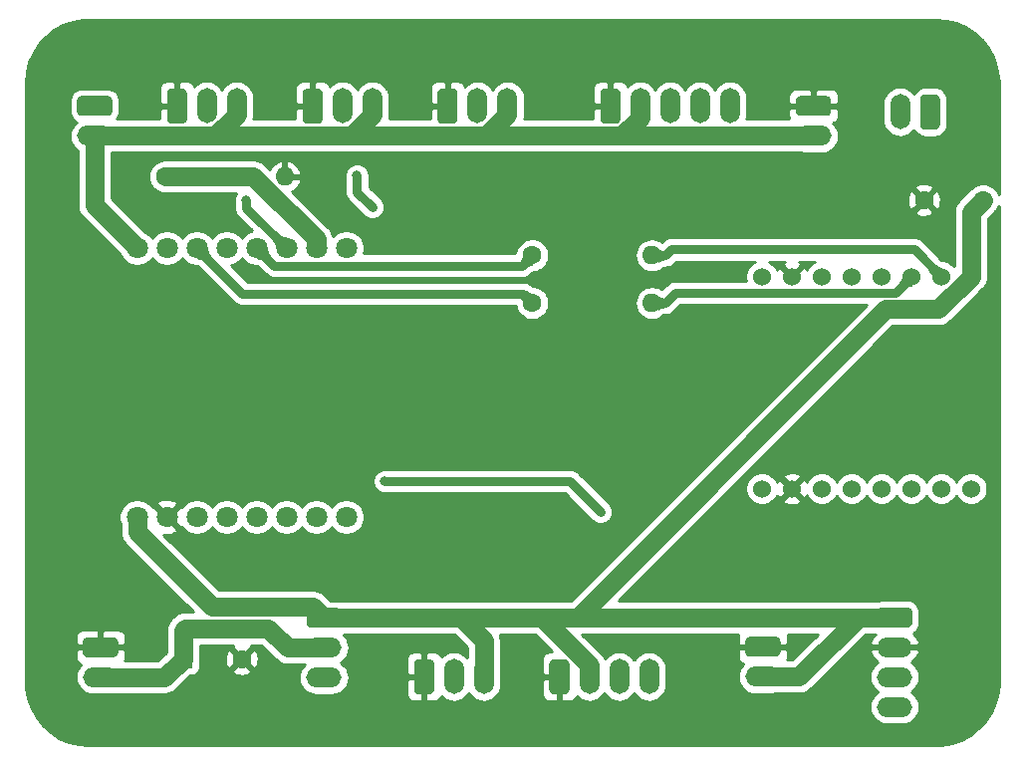
<source format=gbr>
%TF.GenerationSoftware,KiCad,Pcbnew,(5.1.4)-1*%
%TF.CreationDate,2020-08-23T14:24:32+08:00*%
%TF.ProjectId,Integrated-Control-Board-RevA,496e7465-6772-4617-9465-642d436f6e74,rev?*%
%TF.SameCoordinates,Original*%
%TF.FileFunction,Copper,L1,Top*%
%TF.FilePolarity,Positive*%
%FSLAX46Y46*%
G04 Gerber Fmt 4.6, Leading zero omitted, Abs format (unit mm)*
G04 Created by KiCad (PCBNEW (5.1.4)-1) date 2020-08-23 14:24:32*
%MOMM*%
%LPD*%
G04 APERTURE LIST*
%ADD10C,1.524000*%
%ADD11C,0.350000*%
%ADD12C,1.700000*%
%ADD13O,3.000000X1.700000*%
%ADD14O,1.600000X1.600000*%
%ADD15C,1.600000*%
%ADD16O,1.700000X3.000000*%
%ADD17C,1.800000*%
%ADD18R,1.600000X1.600000*%
%ADD19C,0.800000*%
%ADD20C,1.600000*%
%ADD21C,0.800000*%
%ADD22C,0.025400*%
%ADD23C,0.254000*%
%ADD24C,0.350000*%
G04 APERTURE END LIST*
D10*
X241000000Y-91500000D03*
X238460000Y-91500000D03*
X235920000Y-91500000D03*
X233380000Y-91500000D03*
X230840000Y-91500000D03*
X228300000Y-91500000D03*
X225760000Y-91500000D03*
X223220000Y-91500000D03*
X241000000Y-109530000D03*
X238460000Y-109530000D03*
X235920000Y-109530000D03*
X233380000Y-109530000D03*
X230840000Y-109530000D03*
X228300000Y-109530000D03*
X225760000Y-109530000D03*
X223220000Y-109530000D03*
D11*
G36*
X187116657Y-119652046D02*
G01*
X187157913Y-119658166D01*
X187198371Y-119668300D01*
X187237640Y-119682351D01*
X187275344Y-119700183D01*
X187311117Y-119721625D01*
X187344617Y-119746471D01*
X187375520Y-119774480D01*
X187403529Y-119805383D01*
X187428375Y-119838883D01*
X187449817Y-119874656D01*
X187467649Y-119912360D01*
X187481700Y-119951629D01*
X187491834Y-119992087D01*
X187497954Y-120033343D01*
X187500000Y-120075000D01*
X187500000Y-120925000D01*
X187497954Y-120966657D01*
X187491834Y-121007913D01*
X187481700Y-121048371D01*
X187467649Y-121087640D01*
X187449817Y-121125344D01*
X187428375Y-121161117D01*
X187403529Y-121194617D01*
X187375520Y-121225520D01*
X187344617Y-121253529D01*
X187311117Y-121278375D01*
X187275344Y-121299817D01*
X187237640Y-121317649D01*
X187198371Y-121331700D01*
X187157913Y-121341834D01*
X187116657Y-121347954D01*
X187075000Y-121350000D01*
X184925000Y-121350000D01*
X184883343Y-121347954D01*
X184842087Y-121341834D01*
X184801629Y-121331700D01*
X184762360Y-121317649D01*
X184724656Y-121299817D01*
X184688883Y-121278375D01*
X184655383Y-121253529D01*
X184624480Y-121225520D01*
X184596471Y-121194617D01*
X184571625Y-121161117D01*
X184550183Y-121125344D01*
X184532351Y-121087640D01*
X184518300Y-121048371D01*
X184508166Y-121007913D01*
X184502046Y-120966657D01*
X184500000Y-120925000D01*
X184500000Y-120075000D01*
X184502046Y-120033343D01*
X184508166Y-119992087D01*
X184518300Y-119951629D01*
X184532351Y-119912360D01*
X184550183Y-119874656D01*
X184571625Y-119838883D01*
X184596471Y-119805383D01*
X184624480Y-119774480D01*
X184655383Y-119746471D01*
X184688883Y-119721625D01*
X184724656Y-119700183D01*
X184762360Y-119682351D01*
X184801629Y-119668300D01*
X184842087Y-119658166D01*
X184883343Y-119652046D01*
X184925000Y-119650000D01*
X187075000Y-119650000D01*
X187116657Y-119652046D01*
X187116657Y-119652046D01*
G37*
D12*
X186000000Y-120500000D03*
D13*
X186000000Y-123040000D03*
X186000000Y-125580000D03*
D14*
X182660000Y-83000000D03*
D15*
X172500000Y-83000000D03*
D14*
X213860000Y-93750000D03*
D15*
X203700000Y-93750000D03*
D14*
X213860000Y-89700000D03*
D15*
X203700000Y-89700000D03*
D11*
G36*
X194966657Y-124002046D02*
G01*
X195007913Y-124008166D01*
X195048371Y-124018300D01*
X195087640Y-124032351D01*
X195125344Y-124050183D01*
X195161117Y-124071625D01*
X195194617Y-124096471D01*
X195225520Y-124124480D01*
X195253529Y-124155383D01*
X195278375Y-124188883D01*
X195299817Y-124224656D01*
X195317649Y-124262360D01*
X195331700Y-124301629D01*
X195341834Y-124342087D01*
X195347954Y-124383343D01*
X195350000Y-124425000D01*
X195350000Y-126575000D01*
X195347954Y-126616657D01*
X195341834Y-126657913D01*
X195331700Y-126698371D01*
X195317649Y-126737640D01*
X195299817Y-126775344D01*
X195278375Y-126811117D01*
X195253529Y-126844617D01*
X195225520Y-126875520D01*
X195194617Y-126903529D01*
X195161117Y-126928375D01*
X195125344Y-126949817D01*
X195087640Y-126967649D01*
X195048371Y-126981700D01*
X195007913Y-126991834D01*
X194966657Y-126997954D01*
X194925000Y-127000000D01*
X194075000Y-127000000D01*
X194033343Y-126997954D01*
X193992087Y-126991834D01*
X193951629Y-126981700D01*
X193912360Y-126967649D01*
X193874656Y-126949817D01*
X193838883Y-126928375D01*
X193805383Y-126903529D01*
X193774480Y-126875520D01*
X193746471Y-126844617D01*
X193721625Y-126811117D01*
X193700183Y-126775344D01*
X193682351Y-126737640D01*
X193668300Y-126698371D01*
X193658166Y-126657913D01*
X193652046Y-126616657D01*
X193650000Y-126575000D01*
X193650000Y-124425000D01*
X193652046Y-124383343D01*
X193658166Y-124342087D01*
X193668300Y-124301629D01*
X193682351Y-124262360D01*
X193700183Y-124224656D01*
X193721625Y-124188883D01*
X193746471Y-124155383D01*
X193774480Y-124124480D01*
X193805383Y-124096471D01*
X193838883Y-124071625D01*
X193874656Y-124050183D01*
X193912360Y-124032351D01*
X193951629Y-124018300D01*
X193992087Y-124008166D01*
X194033343Y-124002046D01*
X194075000Y-124000000D01*
X194925000Y-124000000D01*
X194966657Y-124002046D01*
X194966657Y-124002046D01*
G37*
D12*
X194500000Y-125500000D03*
D16*
X197040000Y-125500000D03*
X199580000Y-125500000D03*
D11*
G36*
X210806657Y-75502046D02*
G01*
X210847913Y-75508166D01*
X210888371Y-75518300D01*
X210927640Y-75532351D01*
X210965344Y-75550183D01*
X211001117Y-75571625D01*
X211034617Y-75596471D01*
X211065520Y-75624480D01*
X211093529Y-75655383D01*
X211118375Y-75688883D01*
X211139817Y-75724656D01*
X211157649Y-75762360D01*
X211171700Y-75801629D01*
X211181834Y-75842087D01*
X211187954Y-75883343D01*
X211190000Y-75925000D01*
X211190000Y-78075000D01*
X211187954Y-78116657D01*
X211181834Y-78157913D01*
X211171700Y-78198371D01*
X211157649Y-78237640D01*
X211139817Y-78275344D01*
X211118375Y-78311117D01*
X211093529Y-78344617D01*
X211065520Y-78375520D01*
X211034617Y-78403529D01*
X211001117Y-78428375D01*
X210965344Y-78449817D01*
X210927640Y-78467649D01*
X210888371Y-78481700D01*
X210847913Y-78491834D01*
X210806657Y-78497954D01*
X210765000Y-78500000D01*
X209915000Y-78500000D01*
X209873343Y-78497954D01*
X209832087Y-78491834D01*
X209791629Y-78481700D01*
X209752360Y-78467649D01*
X209714656Y-78449817D01*
X209678883Y-78428375D01*
X209645383Y-78403529D01*
X209614480Y-78375520D01*
X209586471Y-78344617D01*
X209561625Y-78311117D01*
X209540183Y-78275344D01*
X209522351Y-78237640D01*
X209508300Y-78198371D01*
X209498166Y-78157913D01*
X209492046Y-78116657D01*
X209490000Y-78075000D01*
X209490000Y-75925000D01*
X209492046Y-75883343D01*
X209498166Y-75842087D01*
X209508300Y-75801629D01*
X209522351Y-75762360D01*
X209540183Y-75724656D01*
X209561625Y-75688883D01*
X209586471Y-75655383D01*
X209614480Y-75624480D01*
X209645383Y-75596471D01*
X209678883Y-75571625D01*
X209714656Y-75550183D01*
X209752360Y-75532351D01*
X209791629Y-75518300D01*
X209832087Y-75508166D01*
X209873343Y-75502046D01*
X209915000Y-75500000D01*
X210765000Y-75500000D01*
X210806657Y-75502046D01*
X210806657Y-75502046D01*
G37*
D12*
X210340000Y-77000000D03*
D16*
X212880000Y-77000000D03*
X215420000Y-77000000D03*
X217960000Y-77000000D03*
X220500000Y-77000000D03*
D11*
G36*
X206466657Y-124002046D02*
G01*
X206507913Y-124008166D01*
X206548371Y-124018300D01*
X206587640Y-124032351D01*
X206625344Y-124050183D01*
X206661117Y-124071625D01*
X206694617Y-124096471D01*
X206725520Y-124124480D01*
X206753529Y-124155383D01*
X206778375Y-124188883D01*
X206799817Y-124224656D01*
X206817649Y-124262360D01*
X206831700Y-124301629D01*
X206841834Y-124342087D01*
X206847954Y-124383343D01*
X206850000Y-124425000D01*
X206850000Y-126575000D01*
X206847954Y-126616657D01*
X206841834Y-126657913D01*
X206831700Y-126698371D01*
X206817649Y-126737640D01*
X206799817Y-126775344D01*
X206778375Y-126811117D01*
X206753529Y-126844617D01*
X206725520Y-126875520D01*
X206694617Y-126903529D01*
X206661117Y-126928375D01*
X206625344Y-126949817D01*
X206587640Y-126967649D01*
X206548371Y-126981700D01*
X206507913Y-126991834D01*
X206466657Y-126997954D01*
X206425000Y-127000000D01*
X205575000Y-127000000D01*
X205533343Y-126997954D01*
X205492087Y-126991834D01*
X205451629Y-126981700D01*
X205412360Y-126967649D01*
X205374656Y-126949817D01*
X205338883Y-126928375D01*
X205305383Y-126903529D01*
X205274480Y-126875520D01*
X205246471Y-126844617D01*
X205221625Y-126811117D01*
X205200183Y-126775344D01*
X205182351Y-126737640D01*
X205168300Y-126698371D01*
X205158166Y-126657913D01*
X205152046Y-126616657D01*
X205150000Y-126575000D01*
X205150000Y-124425000D01*
X205152046Y-124383343D01*
X205158166Y-124342087D01*
X205168300Y-124301629D01*
X205182351Y-124262360D01*
X205200183Y-124224656D01*
X205221625Y-124188883D01*
X205246471Y-124155383D01*
X205274480Y-124124480D01*
X205305383Y-124096471D01*
X205338883Y-124071625D01*
X205374656Y-124050183D01*
X205412360Y-124032351D01*
X205451629Y-124018300D01*
X205492087Y-124008166D01*
X205533343Y-124002046D01*
X205575000Y-124000000D01*
X206425000Y-124000000D01*
X206466657Y-124002046D01*
X206466657Y-124002046D01*
G37*
D12*
X206000000Y-125500000D03*
D16*
X208540000Y-125500000D03*
X211080000Y-125500000D03*
X213620000Y-125500000D03*
D11*
G36*
X196966657Y-75502046D02*
G01*
X197007913Y-75508166D01*
X197048371Y-75518300D01*
X197087640Y-75532351D01*
X197125344Y-75550183D01*
X197161117Y-75571625D01*
X197194617Y-75596471D01*
X197225520Y-75624480D01*
X197253529Y-75655383D01*
X197278375Y-75688883D01*
X197299817Y-75724656D01*
X197317649Y-75762360D01*
X197331700Y-75801629D01*
X197341834Y-75842087D01*
X197347954Y-75883343D01*
X197350000Y-75925000D01*
X197350000Y-78075000D01*
X197347954Y-78116657D01*
X197341834Y-78157913D01*
X197331700Y-78198371D01*
X197317649Y-78237640D01*
X197299817Y-78275344D01*
X197278375Y-78311117D01*
X197253529Y-78344617D01*
X197225520Y-78375520D01*
X197194617Y-78403529D01*
X197161117Y-78428375D01*
X197125344Y-78449817D01*
X197087640Y-78467649D01*
X197048371Y-78481700D01*
X197007913Y-78491834D01*
X196966657Y-78497954D01*
X196925000Y-78500000D01*
X196075000Y-78500000D01*
X196033343Y-78497954D01*
X195992087Y-78491834D01*
X195951629Y-78481700D01*
X195912360Y-78467649D01*
X195874656Y-78449817D01*
X195838883Y-78428375D01*
X195805383Y-78403529D01*
X195774480Y-78375520D01*
X195746471Y-78344617D01*
X195721625Y-78311117D01*
X195700183Y-78275344D01*
X195682351Y-78237640D01*
X195668300Y-78198371D01*
X195658166Y-78157913D01*
X195652046Y-78116657D01*
X195650000Y-78075000D01*
X195650000Y-75925000D01*
X195652046Y-75883343D01*
X195658166Y-75842087D01*
X195668300Y-75801629D01*
X195682351Y-75762360D01*
X195700183Y-75724656D01*
X195721625Y-75688883D01*
X195746471Y-75655383D01*
X195774480Y-75624480D01*
X195805383Y-75596471D01*
X195838883Y-75571625D01*
X195874656Y-75550183D01*
X195912360Y-75532351D01*
X195951629Y-75518300D01*
X195992087Y-75508166D01*
X196033343Y-75502046D01*
X196075000Y-75500000D01*
X196925000Y-75500000D01*
X196966657Y-75502046D01*
X196966657Y-75502046D01*
G37*
D12*
X196500000Y-77000000D03*
D16*
X199040000Y-77000000D03*
X201580000Y-77000000D03*
D11*
G36*
X185504959Y-75502046D02*
G01*
X185546215Y-75508166D01*
X185586673Y-75518300D01*
X185625942Y-75532351D01*
X185663646Y-75550183D01*
X185699419Y-75571625D01*
X185732919Y-75596471D01*
X185763822Y-75624480D01*
X185791831Y-75655383D01*
X185816677Y-75688883D01*
X185838119Y-75724656D01*
X185855951Y-75762360D01*
X185870002Y-75801629D01*
X185880136Y-75842087D01*
X185886256Y-75883343D01*
X185888302Y-75925000D01*
X185888302Y-78075000D01*
X185886256Y-78116657D01*
X185880136Y-78157913D01*
X185870002Y-78198371D01*
X185855951Y-78237640D01*
X185838119Y-78275344D01*
X185816677Y-78311117D01*
X185791831Y-78344617D01*
X185763822Y-78375520D01*
X185732919Y-78403529D01*
X185699419Y-78428375D01*
X185663646Y-78449817D01*
X185625942Y-78467649D01*
X185586673Y-78481700D01*
X185546215Y-78491834D01*
X185504959Y-78497954D01*
X185463302Y-78500000D01*
X184613302Y-78500000D01*
X184571645Y-78497954D01*
X184530389Y-78491834D01*
X184489931Y-78481700D01*
X184450662Y-78467649D01*
X184412958Y-78449817D01*
X184377185Y-78428375D01*
X184343685Y-78403529D01*
X184312782Y-78375520D01*
X184284773Y-78344617D01*
X184259927Y-78311117D01*
X184238485Y-78275344D01*
X184220653Y-78237640D01*
X184206602Y-78198371D01*
X184196468Y-78157913D01*
X184190348Y-78116657D01*
X184188302Y-78075000D01*
X184188302Y-75925000D01*
X184190348Y-75883343D01*
X184196468Y-75842087D01*
X184206602Y-75801629D01*
X184220653Y-75762360D01*
X184238485Y-75724656D01*
X184259927Y-75688883D01*
X184284773Y-75655383D01*
X184312782Y-75624480D01*
X184343685Y-75596471D01*
X184377185Y-75571625D01*
X184412958Y-75550183D01*
X184450662Y-75532351D01*
X184489931Y-75518300D01*
X184530389Y-75508166D01*
X184571645Y-75502046D01*
X184613302Y-75500000D01*
X185463302Y-75500000D01*
X185504959Y-75502046D01*
X185504959Y-75502046D01*
G37*
D12*
X185038302Y-77000000D03*
D16*
X187578302Y-77000000D03*
X190118302Y-77000000D03*
D11*
G36*
X173966657Y-75502046D02*
G01*
X174007913Y-75508166D01*
X174048371Y-75518300D01*
X174087640Y-75532351D01*
X174125344Y-75550183D01*
X174161117Y-75571625D01*
X174194617Y-75596471D01*
X174225520Y-75624480D01*
X174253529Y-75655383D01*
X174278375Y-75688883D01*
X174299817Y-75724656D01*
X174317649Y-75762360D01*
X174331700Y-75801629D01*
X174341834Y-75842087D01*
X174347954Y-75883343D01*
X174350000Y-75925000D01*
X174350000Y-78075000D01*
X174347954Y-78116657D01*
X174341834Y-78157913D01*
X174331700Y-78198371D01*
X174317649Y-78237640D01*
X174299817Y-78275344D01*
X174278375Y-78311117D01*
X174253529Y-78344617D01*
X174225520Y-78375520D01*
X174194617Y-78403529D01*
X174161117Y-78428375D01*
X174125344Y-78449817D01*
X174087640Y-78467649D01*
X174048371Y-78481700D01*
X174007913Y-78491834D01*
X173966657Y-78497954D01*
X173925000Y-78500000D01*
X173075000Y-78500000D01*
X173033343Y-78497954D01*
X172992087Y-78491834D01*
X172951629Y-78481700D01*
X172912360Y-78467649D01*
X172874656Y-78449817D01*
X172838883Y-78428375D01*
X172805383Y-78403529D01*
X172774480Y-78375520D01*
X172746471Y-78344617D01*
X172721625Y-78311117D01*
X172700183Y-78275344D01*
X172682351Y-78237640D01*
X172668300Y-78198371D01*
X172658166Y-78157913D01*
X172652046Y-78116657D01*
X172650000Y-78075000D01*
X172650000Y-75925000D01*
X172652046Y-75883343D01*
X172658166Y-75842087D01*
X172668300Y-75801629D01*
X172682351Y-75762360D01*
X172700183Y-75724656D01*
X172721625Y-75688883D01*
X172746471Y-75655383D01*
X172774480Y-75624480D01*
X172805383Y-75596471D01*
X172838883Y-75571625D01*
X172874656Y-75550183D01*
X172912360Y-75532351D01*
X172951629Y-75518300D01*
X172992087Y-75508166D01*
X173033343Y-75502046D01*
X173075000Y-75500000D01*
X173925000Y-75500000D01*
X173966657Y-75502046D01*
X173966657Y-75502046D01*
G37*
D12*
X173500000Y-77000000D03*
D16*
X176040000Y-77000000D03*
X178580000Y-77000000D03*
D17*
X187890000Y-111930000D03*
X187890000Y-89070000D03*
X185350000Y-111930000D03*
X185350000Y-89070000D03*
X182810000Y-111930000D03*
X182810000Y-89070000D03*
X180270000Y-111930000D03*
X180270000Y-89070000D03*
X177730000Y-111930000D03*
X177730000Y-89070000D03*
X175190000Y-111930000D03*
X175190000Y-89070000D03*
X172650000Y-111930000D03*
X172650000Y-89070000D03*
X170110000Y-111930000D03*
X170110000Y-89070000D03*
D11*
G36*
X224416657Y-122112046D02*
G01*
X224457913Y-122118166D01*
X224498371Y-122128300D01*
X224537640Y-122142351D01*
X224575344Y-122160183D01*
X224611117Y-122181625D01*
X224644617Y-122206471D01*
X224675520Y-122234480D01*
X224703529Y-122265383D01*
X224728375Y-122298883D01*
X224749817Y-122334656D01*
X224767649Y-122372360D01*
X224781700Y-122411629D01*
X224791834Y-122452087D01*
X224797954Y-122493343D01*
X224800000Y-122535000D01*
X224800000Y-123385000D01*
X224797954Y-123426657D01*
X224791834Y-123467913D01*
X224781700Y-123508371D01*
X224767649Y-123547640D01*
X224749817Y-123585344D01*
X224728375Y-123621117D01*
X224703529Y-123654617D01*
X224675520Y-123685520D01*
X224644617Y-123713529D01*
X224611117Y-123738375D01*
X224575344Y-123759817D01*
X224537640Y-123777649D01*
X224498371Y-123791700D01*
X224457913Y-123801834D01*
X224416657Y-123807954D01*
X224375000Y-123810000D01*
X222225000Y-123810000D01*
X222183343Y-123807954D01*
X222142087Y-123801834D01*
X222101629Y-123791700D01*
X222062360Y-123777649D01*
X222024656Y-123759817D01*
X221988883Y-123738375D01*
X221955383Y-123713529D01*
X221924480Y-123685520D01*
X221896471Y-123654617D01*
X221871625Y-123621117D01*
X221850183Y-123585344D01*
X221832351Y-123547640D01*
X221818300Y-123508371D01*
X221808166Y-123467913D01*
X221802046Y-123426657D01*
X221800000Y-123385000D01*
X221800000Y-122535000D01*
X221802046Y-122493343D01*
X221808166Y-122452087D01*
X221818300Y-122411629D01*
X221832351Y-122372360D01*
X221850183Y-122334656D01*
X221871625Y-122298883D01*
X221896471Y-122265383D01*
X221924480Y-122234480D01*
X221955383Y-122206471D01*
X221988883Y-122181625D01*
X222024656Y-122160183D01*
X222062360Y-122142351D01*
X222101629Y-122128300D01*
X222142087Y-122118166D01*
X222183343Y-122112046D01*
X222225000Y-122110000D01*
X224375000Y-122110000D01*
X224416657Y-122112046D01*
X224416657Y-122112046D01*
G37*
D12*
X223300000Y-122960000D03*
D13*
X223300000Y-125500000D03*
D11*
G36*
X228716657Y-76152046D02*
G01*
X228757913Y-76158166D01*
X228798371Y-76168300D01*
X228837640Y-76182351D01*
X228875344Y-76200183D01*
X228911117Y-76221625D01*
X228944617Y-76246471D01*
X228975520Y-76274480D01*
X229003529Y-76305383D01*
X229028375Y-76338883D01*
X229049817Y-76374656D01*
X229067649Y-76412360D01*
X229081700Y-76451629D01*
X229091834Y-76492087D01*
X229097954Y-76533343D01*
X229100000Y-76575000D01*
X229100000Y-77425000D01*
X229097954Y-77466657D01*
X229091834Y-77507913D01*
X229081700Y-77548371D01*
X229067649Y-77587640D01*
X229049817Y-77625344D01*
X229028375Y-77661117D01*
X229003529Y-77694617D01*
X228975520Y-77725520D01*
X228944617Y-77753529D01*
X228911117Y-77778375D01*
X228875344Y-77799817D01*
X228837640Y-77817649D01*
X228798371Y-77831700D01*
X228757913Y-77841834D01*
X228716657Y-77847954D01*
X228675000Y-77850000D01*
X226525000Y-77850000D01*
X226483343Y-77847954D01*
X226442087Y-77841834D01*
X226401629Y-77831700D01*
X226362360Y-77817649D01*
X226324656Y-77799817D01*
X226288883Y-77778375D01*
X226255383Y-77753529D01*
X226224480Y-77725520D01*
X226196471Y-77694617D01*
X226171625Y-77661117D01*
X226150183Y-77625344D01*
X226132351Y-77587640D01*
X226118300Y-77548371D01*
X226108166Y-77507913D01*
X226102046Y-77466657D01*
X226100000Y-77425000D01*
X226100000Y-76575000D01*
X226102046Y-76533343D01*
X226108166Y-76492087D01*
X226118300Y-76451629D01*
X226132351Y-76412360D01*
X226150183Y-76374656D01*
X226171625Y-76338883D01*
X226196471Y-76305383D01*
X226224480Y-76274480D01*
X226255383Y-76246471D01*
X226288883Y-76221625D01*
X226324656Y-76200183D01*
X226362360Y-76182351D01*
X226401629Y-76168300D01*
X226442087Y-76158166D01*
X226483343Y-76152046D01*
X226525000Y-76150000D01*
X228675000Y-76150000D01*
X228716657Y-76152046D01*
X228716657Y-76152046D01*
G37*
D12*
X227600000Y-77000000D03*
D13*
X227600000Y-79540000D03*
D11*
G36*
X235616657Y-119612046D02*
G01*
X235657913Y-119618166D01*
X235698371Y-119628300D01*
X235737640Y-119642351D01*
X235775344Y-119660183D01*
X235811117Y-119681625D01*
X235844617Y-119706471D01*
X235875520Y-119734480D01*
X235903529Y-119765383D01*
X235928375Y-119798883D01*
X235949817Y-119834656D01*
X235967649Y-119872360D01*
X235981700Y-119911629D01*
X235991834Y-119952087D01*
X235997954Y-119993343D01*
X236000000Y-120035000D01*
X236000000Y-120885000D01*
X235997954Y-120926657D01*
X235991834Y-120967913D01*
X235981700Y-121008371D01*
X235967649Y-121047640D01*
X235949817Y-121085344D01*
X235928375Y-121121117D01*
X235903529Y-121154617D01*
X235875520Y-121185520D01*
X235844617Y-121213529D01*
X235811117Y-121238375D01*
X235775344Y-121259817D01*
X235737640Y-121277649D01*
X235698371Y-121291700D01*
X235657913Y-121301834D01*
X235616657Y-121307954D01*
X235575000Y-121310000D01*
X233425000Y-121310000D01*
X233383343Y-121307954D01*
X233342087Y-121301834D01*
X233301629Y-121291700D01*
X233262360Y-121277649D01*
X233224656Y-121259817D01*
X233188883Y-121238375D01*
X233155383Y-121213529D01*
X233124480Y-121185520D01*
X233096471Y-121154617D01*
X233071625Y-121121117D01*
X233050183Y-121085344D01*
X233032351Y-121047640D01*
X233018300Y-121008371D01*
X233008166Y-120967913D01*
X233002046Y-120926657D01*
X233000000Y-120885000D01*
X233000000Y-120035000D01*
X233002046Y-119993343D01*
X233008166Y-119952087D01*
X233018300Y-119911629D01*
X233032351Y-119872360D01*
X233050183Y-119834656D01*
X233071625Y-119798883D01*
X233096471Y-119765383D01*
X233124480Y-119734480D01*
X233155383Y-119706471D01*
X233188883Y-119681625D01*
X233224656Y-119660183D01*
X233262360Y-119642351D01*
X233301629Y-119628300D01*
X233342087Y-119618166D01*
X233383343Y-119612046D01*
X233425000Y-119610000D01*
X235575000Y-119610000D01*
X235616657Y-119612046D01*
X235616657Y-119612046D01*
G37*
D12*
X234500000Y-120460000D03*
D13*
X234500000Y-123000000D03*
X234500000Y-125540000D03*
X234500000Y-128080000D03*
D11*
G36*
X168116657Y-122152046D02*
G01*
X168157913Y-122158166D01*
X168198371Y-122168300D01*
X168237640Y-122182351D01*
X168275344Y-122200183D01*
X168311117Y-122221625D01*
X168344617Y-122246471D01*
X168375520Y-122274480D01*
X168403529Y-122305383D01*
X168428375Y-122338883D01*
X168449817Y-122374656D01*
X168467649Y-122412360D01*
X168481700Y-122451629D01*
X168491834Y-122492087D01*
X168497954Y-122533343D01*
X168500000Y-122575000D01*
X168500000Y-123425000D01*
X168497954Y-123466657D01*
X168491834Y-123507913D01*
X168481700Y-123548371D01*
X168467649Y-123587640D01*
X168449817Y-123625344D01*
X168428375Y-123661117D01*
X168403529Y-123694617D01*
X168375520Y-123725520D01*
X168344617Y-123753529D01*
X168311117Y-123778375D01*
X168275344Y-123799817D01*
X168237640Y-123817649D01*
X168198371Y-123831700D01*
X168157913Y-123841834D01*
X168116657Y-123847954D01*
X168075000Y-123850000D01*
X165925000Y-123850000D01*
X165883343Y-123847954D01*
X165842087Y-123841834D01*
X165801629Y-123831700D01*
X165762360Y-123817649D01*
X165724656Y-123799817D01*
X165688883Y-123778375D01*
X165655383Y-123753529D01*
X165624480Y-123725520D01*
X165596471Y-123694617D01*
X165571625Y-123661117D01*
X165550183Y-123625344D01*
X165532351Y-123587640D01*
X165518300Y-123548371D01*
X165508166Y-123507913D01*
X165502046Y-123466657D01*
X165500000Y-123425000D01*
X165500000Y-122575000D01*
X165502046Y-122533343D01*
X165508166Y-122492087D01*
X165518300Y-122451629D01*
X165532351Y-122412360D01*
X165550183Y-122374656D01*
X165571625Y-122338883D01*
X165596471Y-122305383D01*
X165624480Y-122274480D01*
X165655383Y-122246471D01*
X165688883Y-122221625D01*
X165724656Y-122200183D01*
X165762360Y-122182351D01*
X165801629Y-122168300D01*
X165842087Y-122158166D01*
X165883343Y-122152046D01*
X165925000Y-122150000D01*
X168075000Y-122150000D01*
X168116657Y-122152046D01*
X168116657Y-122152046D01*
G37*
D12*
X167000000Y-123000000D03*
D13*
X167000000Y-125540000D03*
D11*
G36*
X167616657Y-76152046D02*
G01*
X167657913Y-76158166D01*
X167698371Y-76168300D01*
X167737640Y-76182351D01*
X167775344Y-76200183D01*
X167811117Y-76221625D01*
X167844617Y-76246471D01*
X167875520Y-76274480D01*
X167903529Y-76305383D01*
X167928375Y-76338883D01*
X167949817Y-76374656D01*
X167967649Y-76412360D01*
X167981700Y-76451629D01*
X167991834Y-76492087D01*
X167997954Y-76533343D01*
X168000000Y-76575000D01*
X168000000Y-77425000D01*
X167997954Y-77466657D01*
X167991834Y-77507913D01*
X167981700Y-77548371D01*
X167967649Y-77587640D01*
X167949817Y-77625344D01*
X167928375Y-77661117D01*
X167903529Y-77694617D01*
X167875520Y-77725520D01*
X167844617Y-77753529D01*
X167811117Y-77778375D01*
X167775344Y-77799817D01*
X167737640Y-77817649D01*
X167698371Y-77831700D01*
X167657913Y-77841834D01*
X167616657Y-77847954D01*
X167575000Y-77850000D01*
X165425000Y-77850000D01*
X165383343Y-77847954D01*
X165342087Y-77841834D01*
X165301629Y-77831700D01*
X165262360Y-77817649D01*
X165224656Y-77799817D01*
X165188883Y-77778375D01*
X165155383Y-77753529D01*
X165124480Y-77725520D01*
X165096471Y-77694617D01*
X165071625Y-77661117D01*
X165050183Y-77625344D01*
X165032351Y-77587640D01*
X165018300Y-77548371D01*
X165008166Y-77507913D01*
X165002046Y-77466657D01*
X165000000Y-77425000D01*
X165000000Y-76575000D01*
X165002046Y-76533343D01*
X165008166Y-76492087D01*
X165018300Y-76451629D01*
X165032351Y-76412360D01*
X165050183Y-76374656D01*
X165071625Y-76338883D01*
X165096471Y-76305383D01*
X165124480Y-76274480D01*
X165155383Y-76246471D01*
X165188883Y-76221625D01*
X165224656Y-76200183D01*
X165262360Y-76182351D01*
X165301629Y-76168300D01*
X165342087Y-76158166D01*
X165383343Y-76152046D01*
X165425000Y-76150000D01*
X167575000Y-76150000D01*
X167616657Y-76152046D01*
X167616657Y-76152046D01*
G37*
D12*
X166500000Y-77000000D03*
D13*
X166500000Y-79540000D03*
D11*
G36*
X237966657Y-76002046D02*
G01*
X238007913Y-76008166D01*
X238048371Y-76018300D01*
X238087640Y-76032351D01*
X238125344Y-76050183D01*
X238161117Y-76071625D01*
X238194617Y-76096471D01*
X238225520Y-76124480D01*
X238253529Y-76155383D01*
X238278375Y-76188883D01*
X238299817Y-76224656D01*
X238317649Y-76262360D01*
X238331700Y-76301629D01*
X238341834Y-76342087D01*
X238347954Y-76383343D01*
X238350000Y-76425000D01*
X238350000Y-78575000D01*
X238347954Y-78616657D01*
X238341834Y-78657913D01*
X238331700Y-78698371D01*
X238317649Y-78737640D01*
X238299817Y-78775344D01*
X238278375Y-78811117D01*
X238253529Y-78844617D01*
X238225520Y-78875520D01*
X238194617Y-78903529D01*
X238161117Y-78928375D01*
X238125344Y-78949817D01*
X238087640Y-78967649D01*
X238048371Y-78981700D01*
X238007913Y-78991834D01*
X237966657Y-78997954D01*
X237925000Y-79000000D01*
X237075000Y-79000000D01*
X237033343Y-78997954D01*
X236992087Y-78991834D01*
X236951629Y-78981700D01*
X236912360Y-78967649D01*
X236874656Y-78949817D01*
X236838883Y-78928375D01*
X236805383Y-78903529D01*
X236774480Y-78875520D01*
X236746471Y-78844617D01*
X236721625Y-78811117D01*
X236700183Y-78775344D01*
X236682351Y-78737640D01*
X236668300Y-78698371D01*
X236658166Y-78657913D01*
X236652046Y-78616657D01*
X236650000Y-78575000D01*
X236650000Y-76425000D01*
X236652046Y-76383343D01*
X236658166Y-76342087D01*
X236668300Y-76301629D01*
X236682351Y-76262360D01*
X236700183Y-76224656D01*
X236721625Y-76188883D01*
X236746471Y-76155383D01*
X236774480Y-76124480D01*
X236805383Y-76096471D01*
X236838883Y-76071625D01*
X236874656Y-76050183D01*
X236912360Y-76032351D01*
X236951629Y-76018300D01*
X236992087Y-76008166D01*
X237033343Y-76002046D01*
X237075000Y-76000000D01*
X237925000Y-76000000D01*
X237966657Y-76002046D01*
X237966657Y-76002046D01*
G37*
D12*
X237500000Y-77500000D03*
D16*
X234960000Y-77500000D03*
D15*
X237000000Y-85000000D03*
X242000000Y-85000000D03*
X179000000Y-124000000D03*
D18*
X174000000Y-124000000D03*
D19*
X191173769Y-108900000D03*
X209500000Y-111500000D03*
X179400000Y-85000000D03*
X188800000Y-82900000D03*
X190100000Y-85600000D03*
D20*
X170110000Y-113202792D02*
X170110000Y-111930000D01*
X176486498Y-119579290D02*
X170110000Y-113202792D01*
X185079290Y-119579290D02*
X176486498Y-119579290D01*
X186000000Y-120500000D02*
X185079290Y-119579290D01*
X199580000Y-122400000D02*
X199580000Y-125500000D01*
X197680000Y-120500000D02*
X199580000Y-122400000D01*
X186000000Y-120500000D02*
X197680000Y-120500000D01*
X187600000Y-120500000D02*
X186000000Y-120500000D01*
X208540000Y-124524732D02*
X204515268Y-120500000D01*
X208540000Y-125500000D02*
X208540000Y-124524732D01*
X203400000Y-120500000D02*
X203440000Y-120460000D01*
X204515268Y-120500000D02*
X203400000Y-120500000D01*
X203400000Y-120500000D02*
X187600000Y-120500000D01*
X203440000Y-120460000D02*
X207560000Y-120460000D01*
X207560000Y-120460000D02*
X234500000Y-120460000D01*
X232900000Y-120460000D02*
X234500000Y-120460000D01*
X231440000Y-120460000D02*
X232900000Y-120460000D01*
X226400000Y-125500000D02*
X231440000Y-120460000D01*
X223300000Y-125500000D02*
X226400000Y-125500000D01*
X238237988Y-94262012D02*
X233757988Y-94262012D01*
X233757988Y-94262012D02*
X207560000Y-120460000D01*
X238237988Y-94262012D02*
X241000000Y-91500000D01*
X241000000Y-86000000D02*
X242000000Y-85000000D01*
X241000000Y-91500000D02*
X241000000Y-86000000D01*
D21*
X214991370Y-89700000D02*
X215491370Y-89200000D01*
X213860000Y-89700000D02*
X214991370Y-89700000D01*
X236160000Y-89200000D02*
X238460000Y-91500000D01*
X215491370Y-89200000D02*
X236160000Y-89200000D01*
X181169999Y-89969999D02*
X180270000Y-89070000D01*
X181770001Y-90570001D02*
X181169999Y-89969999D01*
X202829999Y-90570001D02*
X181770001Y-90570001D01*
X203700000Y-89700000D02*
X202829999Y-90570001D01*
X214991370Y-93750000D02*
X215879369Y-92862001D01*
X213860000Y-93750000D02*
X214991370Y-93750000D01*
X234557999Y-92862001D02*
X235920000Y-91500000D01*
X215879369Y-92862001D02*
X234557999Y-92862001D01*
X176089999Y-89969999D02*
X175190000Y-89070000D01*
X179070001Y-92950001D02*
X176089999Y-89969999D01*
X202900001Y-92950001D02*
X179070001Y-92950001D01*
X203700000Y-93750000D02*
X202900001Y-92950001D01*
D20*
X185350000Y-88354002D02*
X185350000Y-89070000D01*
X179995998Y-83000000D02*
X185350000Y-88354002D01*
X172500000Y-83000000D02*
X179995998Y-83000000D01*
X166500000Y-85460000D02*
X170110000Y-89070000D01*
X166500000Y-79540000D02*
X166500000Y-85460000D01*
X169600000Y-79540000D02*
X166500000Y-79540000D01*
X176766309Y-79540000D02*
X169600000Y-79540000D01*
X178580000Y-77726309D02*
X176766309Y-79540000D01*
X178580000Y-77000000D02*
X178580000Y-77726309D01*
X190118302Y-77726309D02*
X188304611Y-79540000D01*
X190118302Y-77000000D02*
X190118302Y-77726309D01*
X199766309Y-79540000D02*
X186940000Y-79540000D01*
X201580000Y-77726309D02*
X199766309Y-79540000D01*
X201580000Y-77000000D02*
X201580000Y-77726309D01*
X188304611Y-79540000D02*
X186940000Y-79540000D01*
X186940000Y-79540000D02*
X176766309Y-79540000D01*
X211315268Y-79540000D02*
X199766309Y-79540000D01*
X212880000Y-77975268D02*
X211315268Y-79540000D01*
X212880000Y-77000000D02*
X212880000Y-77975268D01*
X224500000Y-79540000D02*
X211315268Y-79540000D01*
X227600000Y-79540000D02*
X224500000Y-79540000D01*
D21*
X191173769Y-108900000D02*
X205800000Y-108900000D01*
X205800000Y-108900000D02*
X206900000Y-108900000D01*
X206900000Y-108900000D02*
X209500000Y-111500000D01*
X179400000Y-85660000D02*
X182810000Y-89070000D01*
X179400000Y-85000000D02*
X179400000Y-85660000D01*
X188800000Y-82900000D02*
X188800000Y-84300000D01*
X188800000Y-84300000D02*
X190100000Y-85600000D01*
D20*
X172460000Y-125540000D02*
X174000000Y-124000000D01*
X167000000Y-125540000D02*
X172460000Y-125540000D01*
X174000000Y-121600000D02*
X174200000Y-121400000D01*
X174000000Y-124000000D02*
X174000000Y-121600000D01*
X182900000Y-123040000D02*
X186000000Y-123040000D01*
X181260000Y-121400000D02*
X182900000Y-123040000D01*
X174200000Y-121400000D02*
X181260000Y-121400000D01*
D22*
G36*
X214455613Y-89179730D02*
G01*
X214456576Y-89180535D01*
X214492593Y-89207735D01*
X214493605Y-89208425D01*
X214532722Y-89232425D01*
X214533751Y-89232992D01*
X214575969Y-89253792D01*
X214576984Y-89254239D01*
X214622303Y-89271839D01*
X214623281Y-89272173D01*
X214671699Y-89286573D01*
X214672621Y-89286810D01*
X214724141Y-89298010D01*
X214724998Y-89298166D01*
X214779617Y-89306166D01*
X214780406Y-89306256D01*
X214838127Y-89311056D01*
X214838845Y-89311096D01*
X214887300Y-89312371D01*
X214887300Y-90087629D01*
X214838845Y-90088904D01*
X214838127Y-90088944D01*
X214780406Y-90093744D01*
X214779617Y-90093834D01*
X214724998Y-90101834D01*
X214724141Y-90101990D01*
X214672621Y-90113190D01*
X214671699Y-90113427D01*
X214623281Y-90127827D01*
X214622303Y-90128161D01*
X214576984Y-90145761D01*
X214575969Y-90146208D01*
X214533751Y-90167008D01*
X214532722Y-90167575D01*
X214493605Y-90191575D01*
X214492593Y-90192265D01*
X214456576Y-90219465D01*
X214455613Y-90220270D01*
X214429561Y-90244330D01*
X213485426Y-89700000D01*
X214429561Y-89155670D01*
X214455613Y-89179730D01*
X214455613Y-89179730D01*
G37*
X214455613Y-89179730D02*
X214456576Y-89180535D01*
X214492593Y-89207735D01*
X214493605Y-89208425D01*
X214532722Y-89232425D01*
X214533751Y-89232992D01*
X214575969Y-89253792D01*
X214576984Y-89254239D01*
X214622303Y-89271839D01*
X214623281Y-89272173D01*
X214671699Y-89286573D01*
X214672621Y-89286810D01*
X214724141Y-89298010D01*
X214724998Y-89298166D01*
X214779617Y-89306166D01*
X214780406Y-89306256D01*
X214838127Y-89311056D01*
X214838845Y-89311096D01*
X214887300Y-89312371D01*
X214887300Y-90087629D01*
X214838845Y-90088904D01*
X214838127Y-90088944D01*
X214780406Y-90093744D01*
X214779617Y-90093834D01*
X214724998Y-90101834D01*
X214724141Y-90101990D01*
X214672621Y-90113190D01*
X214671699Y-90113427D01*
X214623281Y-90127827D01*
X214622303Y-90128161D01*
X214576984Y-90145761D01*
X214575969Y-90146208D01*
X214533751Y-90167008D01*
X214532722Y-90167575D01*
X214493605Y-90191575D01*
X214492593Y-90192265D01*
X214456576Y-90219465D01*
X214455613Y-90220270D01*
X214429561Y-90244330D01*
X213485426Y-89700000D01*
X214429561Y-89155670D01*
X214455613Y-89179730D01*
G36*
X181157524Y-89088811D02*
G01*
X181159043Y-89142941D01*
X181159110Y-89143939D01*
X181165753Y-89205877D01*
X181165906Y-89206902D01*
X181177405Y-89267192D01*
X181177647Y-89268225D01*
X181194005Y-89326867D01*
X181194336Y-89327885D01*
X181215551Y-89384880D01*
X181215964Y-89385862D01*
X181242036Y-89441208D01*
X181242520Y-89442135D01*
X181273450Y-89495834D01*
X181273990Y-89496690D01*
X181309778Y-89548741D01*
X181310357Y-89549518D01*
X181351002Y-89599921D01*
X181351603Y-89600614D01*
X181388735Y-89640401D01*
X180840401Y-90188735D01*
X180800614Y-90151603D01*
X180799921Y-90151002D01*
X180749518Y-90110357D01*
X180748741Y-90109778D01*
X180696690Y-90073990D01*
X180695834Y-90073450D01*
X180642135Y-90042520D01*
X180641208Y-90042036D01*
X180585862Y-90015964D01*
X180584880Y-90015551D01*
X180527885Y-89994336D01*
X180526867Y-89994005D01*
X180468225Y-89977647D01*
X180467192Y-89977405D01*
X180406902Y-89965906D01*
X180405877Y-89965753D01*
X180343939Y-89959110D01*
X180342941Y-89959043D01*
X180288811Y-89957524D01*
X179969781Y-88769781D01*
X181157524Y-89088811D01*
X181157524Y-89088811D01*
G37*
X181157524Y-89088811D02*
X181159043Y-89142941D01*
X181159110Y-89143939D01*
X181165753Y-89205877D01*
X181165906Y-89206902D01*
X181177405Y-89267192D01*
X181177647Y-89268225D01*
X181194005Y-89326867D01*
X181194336Y-89327885D01*
X181215551Y-89384880D01*
X181215964Y-89385862D01*
X181242036Y-89441208D01*
X181242520Y-89442135D01*
X181273450Y-89495834D01*
X181273990Y-89496690D01*
X181309778Y-89548741D01*
X181310357Y-89549518D01*
X181351002Y-89599921D01*
X181351603Y-89600614D01*
X181388735Y-89640401D01*
X180840401Y-90188735D01*
X180800614Y-90151603D01*
X180799921Y-90151002D01*
X180749518Y-90110357D01*
X180748741Y-90109778D01*
X180696690Y-90073990D01*
X180695834Y-90073450D01*
X180642135Y-90042520D01*
X180641208Y-90042036D01*
X180585862Y-90015964D01*
X180584880Y-90015551D01*
X180527885Y-89994336D01*
X180526867Y-89994005D01*
X180468225Y-89977647D01*
X180467192Y-89977405D01*
X180406902Y-89965906D01*
X180405877Y-89965753D01*
X180343939Y-89959110D01*
X180342941Y-89959043D01*
X180288811Y-89957524D01*
X179969781Y-88769781D01*
X181157524Y-89088811D01*
G36*
X203682159Y-90487640D02*
G01*
X203646724Y-90489048D01*
X203645474Y-90489160D01*
X203600773Y-90495395D01*
X203599569Y-90495622D01*
X203554938Y-90506311D01*
X203553809Y-90506638D01*
X203509249Y-90521783D01*
X203508216Y-90522185D01*
X203463726Y-90541785D01*
X203462798Y-90542239D01*
X203418378Y-90566294D01*
X203417558Y-90566779D01*
X203373209Y-90595289D01*
X203372493Y-90595785D01*
X203328214Y-90628750D01*
X203327593Y-90629243D01*
X203283385Y-90666663D01*
X203282849Y-90667144D01*
X203247685Y-90700506D01*
X202699494Y-90152315D01*
X202732855Y-90117151D01*
X202733336Y-90116615D01*
X202770756Y-90072406D01*
X202771249Y-90071785D01*
X202804214Y-90027506D01*
X202804710Y-90026790D01*
X202833220Y-89982441D01*
X202833705Y-89981621D01*
X202857760Y-89937202D01*
X202858214Y-89936274D01*
X202877814Y-89891784D01*
X202878216Y-89890751D01*
X202893361Y-89846190D01*
X202893688Y-89845061D01*
X202904377Y-89800430D01*
X202904604Y-89799226D01*
X202910839Y-89754525D01*
X202910951Y-89753276D01*
X202912360Y-89717841D01*
X203964863Y-89435137D01*
X203682159Y-90487640D01*
X203682159Y-90487640D01*
G37*
X203682159Y-90487640D02*
X203646724Y-90489048D01*
X203645474Y-90489160D01*
X203600773Y-90495395D01*
X203599569Y-90495622D01*
X203554938Y-90506311D01*
X203553809Y-90506638D01*
X203509249Y-90521783D01*
X203508216Y-90522185D01*
X203463726Y-90541785D01*
X203462798Y-90542239D01*
X203418378Y-90566294D01*
X203417558Y-90566779D01*
X203373209Y-90595289D01*
X203372493Y-90595785D01*
X203328214Y-90628750D01*
X203327593Y-90629243D01*
X203283385Y-90666663D01*
X203282849Y-90667144D01*
X203247685Y-90700506D01*
X202699494Y-90152315D01*
X202732855Y-90117151D01*
X202733336Y-90116615D01*
X202770756Y-90072406D01*
X202771249Y-90071785D01*
X202804214Y-90027506D01*
X202804710Y-90026790D01*
X202833220Y-89982441D01*
X202833705Y-89981621D01*
X202857760Y-89937202D01*
X202858214Y-89936274D01*
X202877814Y-89891784D01*
X202878216Y-89890751D01*
X202893361Y-89846190D01*
X202893688Y-89845061D01*
X202904377Y-89800430D01*
X202904604Y-89799226D01*
X202910839Y-89754525D01*
X202910951Y-89753276D01*
X202912360Y-89717841D01*
X203964863Y-89435137D01*
X203682159Y-90487640D01*
G36*
X214455613Y-93229730D02*
G01*
X214456576Y-93230535D01*
X214492593Y-93257735D01*
X214493605Y-93258425D01*
X214532722Y-93282425D01*
X214533751Y-93282992D01*
X214575969Y-93303792D01*
X214576984Y-93304239D01*
X214622303Y-93321839D01*
X214623281Y-93322173D01*
X214671699Y-93336573D01*
X214672621Y-93336810D01*
X214724141Y-93348010D01*
X214724998Y-93348166D01*
X214779617Y-93356166D01*
X214780406Y-93356256D01*
X214838127Y-93361056D01*
X214838845Y-93361096D01*
X214887300Y-93362371D01*
X214887300Y-94137629D01*
X214838845Y-94138904D01*
X214838127Y-94138944D01*
X214780406Y-94143744D01*
X214779617Y-94143834D01*
X214724998Y-94151834D01*
X214724141Y-94151990D01*
X214672621Y-94163190D01*
X214671699Y-94163427D01*
X214623281Y-94177827D01*
X214622303Y-94178161D01*
X214576984Y-94195761D01*
X214575969Y-94196208D01*
X214533751Y-94217008D01*
X214532722Y-94217575D01*
X214493605Y-94241575D01*
X214492593Y-94242265D01*
X214456576Y-94269465D01*
X214455613Y-94270270D01*
X214429561Y-94294330D01*
X213485426Y-93750000D01*
X214429561Y-93205670D01*
X214455613Y-93229730D01*
X214455613Y-93229730D01*
G37*
X214455613Y-93229730D02*
X214456576Y-93230535D01*
X214492593Y-93257735D01*
X214493605Y-93258425D01*
X214532722Y-93282425D01*
X214533751Y-93282992D01*
X214575969Y-93303792D01*
X214576984Y-93304239D01*
X214622303Y-93321839D01*
X214623281Y-93322173D01*
X214671699Y-93336573D01*
X214672621Y-93336810D01*
X214724141Y-93348010D01*
X214724998Y-93348166D01*
X214779617Y-93356166D01*
X214780406Y-93356256D01*
X214838127Y-93361056D01*
X214838845Y-93361096D01*
X214887300Y-93362371D01*
X214887300Y-94137629D01*
X214838845Y-94138904D01*
X214838127Y-94138944D01*
X214780406Y-94143744D01*
X214779617Y-94143834D01*
X214724998Y-94151834D01*
X214724141Y-94151990D01*
X214672621Y-94163190D01*
X214671699Y-94163427D01*
X214623281Y-94177827D01*
X214622303Y-94178161D01*
X214576984Y-94195761D01*
X214575969Y-94196208D01*
X214533751Y-94217008D01*
X214532722Y-94217575D01*
X214493605Y-94241575D01*
X214492593Y-94242265D01*
X214456576Y-94269465D01*
X214455613Y-94270270D01*
X214429561Y-94294330D01*
X213485426Y-93750000D01*
X214429561Y-93205670D01*
X214455613Y-93229730D01*
G36*
X176077524Y-89088811D02*
G01*
X176079043Y-89142941D01*
X176079110Y-89143939D01*
X176085753Y-89205877D01*
X176085906Y-89206902D01*
X176097405Y-89267192D01*
X176097647Y-89268225D01*
X176114005Y-89326867D01*
X176114336Y-89327885D01*
X176135551Y-89384880D01*
X176135964Y-89385862D01*
X176162036Y-89441208D01*
X176162520Y-89442135D01*
X176193450Y-89495834D01*
X176193990Y-89496690D01*
X176229778Y-89548741D01*
X176230357Y-89549518D01*
X176271002Y-89599921D01*
X176271603Y-89600614D01*
X176308735Y-89640401D01*
X175760401Y-90188735D01*
X175720614Y-90151603D01*
X175719921Y-90151002D01*
X175669518Y-90110357D01*
X175668741Y-90109778D01*
X175616690Y-90073990D01*
X175615834Y-90073450D01*
X175562135Y-90042520D01*
X175561208Y-90042036D01*
X175505862Y-90015964D01*
X175504880Y-90015551D01*
X175447885Y-89994336D01*
X175446867Y-89994005D01*
X175388225Y-89977647D01*
X175387192Y-89977405D01*
X175326902Y-89965906D01*
X175325877Y-89965753D01*
X175263939Y-89959110D01*
X175262941Y-89959043D01*
X175208811Y-89957524D01*
X174889781Y-88769781D01*
X176077524Y-89088811D01*
X176077524Y-89088811D01*
G37*
X176077524Y-89088811D02*
X176079043Y-89142941D01*
X176079110Y-89143939D01*
X176085753Y-89205877D01*
X176085906Y-89206902D01*
X176097405Y-89267192D01*
X176097647Y-89268225D01*
X176114005Y-89326867D01*
X176114336Y-89327885D01*
X176135551Y-89384880D01*
X176135964Y-89385862D01*
X176162036Y-89441208D01*
X176162520Y-89442135D01*
X176193450Y-89495834D01*
X176193990Y-89496690D01*
X176229778Y-89548741D01*
X176230357Y-89549518D01*
X176271002Y-89599921D01*
X176271603Y-89600614D01*
X176308735Y-89640401D01*
X175760401Y-90188735D01*
X175720614Y-90151603D01*
X175719921Y-90151002D01*
X175669518Y-90110357D01*
X175668741Y-90109778D01*
X175616690Y-90073990D01*
X175615834Y-90073450D01*
X175562135Y-90042520D01*
X175561208Y-90042036D01*
X175505862Y-90015964D01*
X175504880Y-90015551D01*
X175447885Y-89994336D01*
X175446867Y-89994005D01*
X175388225Y-89977647D01*
X175387192Y-89977405D01*
X175326902Y-89965906D01*
X175325877Y-89965753D01*
X175263939Y-89959110D01*
X175262941Y-89959043D01*
X175208811Y-89957524D01*
X174889781Y-88769781D01*
X176077524Y-89088811D01*
G36*
X203282849Y-92782855D02*
G01*
X203283385Y-92783336D01*
X203327593Y-92820756D01*
X203328214Y-92821249D01*
X203372493Y-92854214D01*
X203373209Y-92854710D01*
X203417558Y-92883220D01*
X203418378Y-92883705D01*
X203462798Y-92907760D01*
X203463726Y-92908214D01*
X203508216Y-92927814D01*
X203509249Y-92928216D01*
X203553809Y-92943361D01*
X203554938Y-92943688D01*
X203599569Y-92954377D01*
X203600773Y-92954604D01*
X203645474Y-92960839D01*
X203646723Y-92960951D01*
X203682159Y-92962360D01*
X203964863Y-94014863D01*
X202912360Y-93732159D01*
X202910951Y-93696723D01*
X202910839Y-93695474D01*
X202904604Y-93650773D01*
X202904377Y-93649569D01*
X202893688Y-93604938D01*
X202893361Y-93603809D01*
X202878216Y-93559249D01*
X202877814Y-93558216D01*
X202858214Y-93513726D01*
X202857760Y-93512798D01*
X202833705Y-93468378D01*
X202833220Y-93467558D01*
X202804710Y-93423209D01*
X202804214Y-93422493D01*
X202771249Y-93378214D01*
X202770756Y-93377593D01*
X202733336Y-93333385D01*
X202732855Y-93332849D01*
X202699494Y-93297685D01*
X203247685Y-92749494D01*
X203282849Y-92782855D01*
X203282849Y-92782855D01*
G37*
X203282849Y-92782855D02*
X203283385Y-92783336D01*
X203327593Y-92820756D01*
X203328214Y-92821249D01*
X203372493Y-92854214D01*
X203373209Y-92854710D01*
X203417558Y-92883220D01*
X203418378Y-92883705D01*
X203462798Y-92907760D01*
X203463726Y-92908214D01*
X203508216Y-92927814D01*
X203509249Y-92928216D01*
X203553809Y-92943361D01*
X203554938Y-92943688D01*
X203599569Y-92954377D01*
X203600773Y-92954604D01*
X203645474Y-92960839D01*
X203646723Y-92960951D01*
X203682159Y-92962360D01*
X203964863Y-94014863D01*
X202912360Y-93732159D01*
X202910951Y-93696723D01*
X202910839Y-93695474D01*
X202904604Y-93650773D01*
X202904377Y-93649569D01*
X202893688Y-93604938D01*
X202893361Y-93603809D01*
X202878216Y-93559249D01*
X202877814Y-93558216D01*
X202858214Y-93513726D01*
X202857760Y-93512798D01*
X202833705Y-93468378D01*
X202833220Y-93467558D01*
X202804710Y-93423209D01*
X202804214Y-93422493D01*
X202771249Y-93378214D01*
X202770756Y-93377593D01*
X202733336Y-93333385D01*
X202732855Y-93332849D01*
X202699494Y-93297685D01*
X203247685Y-92749494D01*
X203282849Y-92782855D01*
G36*
X182279385Y-87988396D02*
G01*
X182280078Y-87988997D01*
X182330481Y-88029642D01*
X182331258Y-88030221D01*
X182383309Y-88066009D01*
X182384165Y-88066549D01*
X182437864Y-88097479D01*
X182438791Y-88097963D01*
X182494137Y-88124035D01*
X182495119Y-88124448D01*
X182552114Y-88145663D01*
X182553132Y-88145994D01*
X182611774Y-88162352D01*
X182612807Y-88162594D01*
X182673097Y-88174093D01*
X182674122Y-88174246D01*
X182736060Y-88180889D01*
X182737058Y-88180956D01*
X182791189Y-88182476D01*
X183110219Y-89370219D01*
X181922476Y-89051189D01*
X181920956Y-88997058D01*
X181920889Y-88996060D01*
X181914246Y-88934122D01*
X181914093Y-88933097D01*
X181902594Y-88872807D01*
X181902352Y-88871774D01*
X181885994Y-88813132D01*
X181885663Y-88812114D01*
X181864448Y-88755119D01*
X181864035Y-88754137D01*
X181837963Y-88698791D01*
X181837479Y-88697864D01*
X181806549Y-88644165D01*
X181806009Y-88643309D01*
X181770221Y-88591258D01*
X181769642Y-88590481D01*
X181728997Y-88540078D01*
X181728396Y-88539385D01*
X181691265Y-88499599D01*
X182239599Y-87951265D01*
X182279385Y-87988396D01*
X182279385Y-87988396D01*
G37*
X182279385Y-87988396D02*
X182280078Y-87988997D01*
X182330481Y-88029642D01*
X182331258Y-88030221D01*
X182383309Y-88066009D01*
X182384165Y-88066549D01*
X182437864Y-88097479D01*
X182438791Y-88097963D01*
X182494137Y-88124035D01*
X182495119Y-88124448D01*
X182552114Y-88145663D01*
X182553132Y-88145994D01*
X182611774Y-88162352D01*
X182612807Y-88162594D01*
X182673097Y-88174093D01*
X182674122Y-88174246D01*
X182736060Y-88180889D01*
X182737058Y-88180956D01*
X182791189Y-88182476D01*
X183110219Y-89370219D01*
X181922476Y-89051189D01*
X181920956Y-88997058D01*
X181920889Y-88996060D01*
X181914246Y-88934122D01*
X181914093Y-88933097D01*
X181902594Y-88872807D01*
X181902352Y-88871774D01*
X181885994Y-88813132D01*
X181885663Y-88812114D01*
X181864448Y-88755119D01*
X181864035Y-88754137D01*
X181837963Y-88698791D01*
X181837479Y-88697864D01*
X181806549Y-88644165D01*
X181806009Y-88643309D01*
X181770221Y-88591258D01*
X181769642Y-88590481D01*
X181728997Y-88540078D01*
X181728396Y-88539385D01*
X181691265Y-88499599D01*
X182239599Y-87951265D01*
X182279385Y-87988396D01*
D23*
G36*
X238871797Y-69733902D02*
G01*
X239720182Y-69947001D01*
X240522371Y-70295803D01*
X241256818Y-70770938D01*
X241903798Y-71359646D01*
X242445946Y-72046125D01*
X242868692Y-72811928D01*
X243160684Y-73636491D01*
X243316116Y-74509076D01*
X243340001Y-75015568D01*
X243340001Y-84473967D01*
X243332182Y-84448192D01*
X243298787Y-84385715D01*
X243271680Y-84320273D01*
X243232322Y-84261370D01*
X243198931Y-84198900D01*
X243153998Y-84144149D01*
X243114637Y-84085241D01*
X243064540Y-84035144D01*
X243019607Y-83980393D01*
X242964856Y-83935460D01*
X242914759Y-83885363D01*
X242855851Y-83846002D01*
X242801100Y-83801069D01*
X242738630Y-83767678D01*
X242679727Y-83728320D01*
X242614285Y-83701213D01*
X242551808Y-83667818D01*
X242484012Y-83647252D01*
X242418574Y-83620147D01*
X242349104Y-83606328D01*
X242281309Y-83585763D01*
X242210810Y-83578820D01*
X242141335Y-83565000D01*
X242070495Y-83565000D01*
X242000000Y-83558057D01*
X241929505Y-83565000D01*
X241858665Y-83565000D01*
X241789190Y-83578820D01*
X241718691Y-83585763D01*
X241650896Y-83606328D01*
X241581426Y-83620147D01*
X241515988Y-83647252D01*
X241448192Y-83667818D01*
X241385714Y-83701214D01*
X241320273Y-83728320D01*
X241261373Y-83767676D01*
X241198899Y-83801069D01*
X241144144Y-83846005D01*
X241085241Y-83885363D01*
X240035154Y-84935450D01*
X239980393Y-84980392D01*
X239801069Y-85198899D01*
X239767337Y-85262007D01*
X239667818Y-85448193D01*
X239585764Y-85718692D01*
X239558057Y-86000000D01*
X239565001Y-86070502D01*
X239565000Y-90639218D01*
X239545120Y-90609465D01*
X239350535Y-90414880D01*
X239121727Y-90261995D01*
X238867490Y-90156686D01*
X238597592Y-90103000D01*
X238529868Y-90103000D01*
X238514867Y-90089948D01*
X238486512Y-90062801D01*
X236927807Y-88504097D01*
X236895396Y-88464604D01*
X236737797Y-88335266D01*
X236557993Y-88239159D01*
X236362895Y-88179976D01*
X236210838Y-88165000D01*
X236210828Y-88165000D01*
X236160000Y-88159994D01*
X236109172Y-88165000D01*
X215542205Y-88165000D01*
X215491370Y-88159993D01*
X215440535Y-88165000D01*
X215440532Y-88165000D01*
X215288475Y-88179976D01*
X215093377Y-88239159D01*
X214913573Y-88335266D01*
X214755974Y-88464604D01*
X214723563Y-88504097D01*
X214697072Y-88530588D01*
X214661101Y-88501068D01*
X214411808Y-88367818D01*
X214141309Y-88285764D01*
X213930492Y-88265000D01*
X213789508Y-88265000D01*
X213578691Y-88285764D01*
X213308192Y-88367818D01*
X213058899Y-88501068D01*
X212840392Y-88680392D01*
X212661068Y-88898899D01*
X212527818Y-89148192D01*
X212445764Y-89418691D01*
X212418057Y-89700000D01*
X212445764Y-89981309D01*
X212527818Y-90251808D01*
X212661068Y-90501101D01*
X212840392Y-90719608D01*
X213058899Y-90898932D01*
X213308192Y-91032182D01*
X213578691Y-91114236D01*
X213789508Y-91135000D01*
X213930492Y-91135000D01*
X214141309Y-91114236D01*
X214411808Y-91032182D01*
X214661101Y-90898932D01*
X214858154Y-90737214D01*
X214873880Y-90735906D01*
X214908333Y-90735000D01*
X214940542Y-90735000D01*
X214991370Y-90740006D01*
X215042198Y-90735000D01*
X215042208Y-90735000D01*
X215194265Y-90720024D01*
X215389363Y-90660841D01*
X215569167Y-90564734D01*
X215726766Y-90435396D01*
X215759177Y-90395903D01*
X215920080Y-90235000D01*
X222623444Y-90235000D01*
X222558273Y-90261995D01*
X222329465Y-90414880D01*
X222134880Y-90609465D01*
X221981995Y-90838273D01*
X221876686Y-91092510D01*
X221823000Y-91362408D01*
X221823000Y-91637592D01*
X221860676Y-91827001D01*
X215930196Y-91827001D01*
X215879368Y-91821995D01*
X215828540Y-91827001D01*
X215828531Y-91827001D01*
X215676474Y-91841977D01*
X215481376Y-91901160D01*
X215427463Y-91929977D01*
X215301571Y-91997267D01*
X215192753Y-92086572D01*
X215143973Y-92126605D01*
X215111566Y-92166093D01*
X214697071Y-92580588D01*
X214661101Y-92551068D01*
X214411808Y-92417818D01*
X214141309Y-92335764D01*
X213930492Y-92315000D01*
X213789508Y-92315000D01*
X213578691Y-92335764D01*
X213308192Y-92417818D01*
X213058899Y-92551068D01*
X212840392Y-92730392D01*
X212661068Y-92948899D01*
X212527818Y-93198192D01*
X212445764Y-93468691D01*
X212418057Y-93750000D01*
X212445764Y-94031309D01*
X212527818Y-94301808D01*
X212661068Y-94551101D01*
X212840392Y-94769608D01*
X213058899Y-94948932D01*
X213308192Y-95082182D01*
X213578691Y-95164236D01*
X213789508Y-95185000D01*
X213930492Y-95185000D01*
X214141309Y-95164236D01*
X214411808Y-95082182D01*
X214661101Y-94948932D01*
X214858154Y-94787214D01*
X214873880Y-94785906D01*
X214908333Y-94785000D01*
X214940542Y-94785000D01*
X214991370Y-94790006D01*
X215042198Y-94785000D01*
X215042208Y-94785000D01*
X215194265Y-94770024D01*
X215389363Y-94710841D01*
X215569167Y-94614734D01*
X215726766Y-94485396D01*
X215759177Y-94445903D01*
X216308080Y-93897001D01*
X232093603Y-93897001D01*
X206965605Y-119025000D01*
X203510495Y-119025000D01*
X203440000Y-119018057D01*
X203158692Y-119045763D01*
X203095276Y-119065000D01*
X197750492Y-119065000D01*
X197680000Y-119058057D01*
X197609508Y-119065000D01*
X187390011Y-119065000D01*
X187282395Y-119032355D01*
X187075000Y-119011928D01*
X186541323Y-119011928D01*
X186143845Y-118614450D01*
X186098898Y-118559682D01*
X185880391Y-118380358D01*
X185631098Y-118247108D01*
X185360599Y-118165054D01*
X185149782Y-118144290D01*
X185079290Y-118137347D01*
X185008798Y-118144290D01*
X177080894Y-118144290D01*
X172382788Y-113446185D01*
X172414642Y-113454365D01*
X172716553Y-113470991D01*
X173015907Y-113428397D01*
X173301199Y-113328222D01*
X173450792Y-113248261D01*
X173534475Y-112994080D01*
X172650000Y-112109605D01*
X172635858Y-112123748D01*
X172456253Y-111944143D01*
X172470395Y-111930000D01*
X172829605Y-111930000D01*
X173714080Y-112814475D01*
X173895049Y-112754895D01*
X173997688Y-112908505D01*
X174211495Y-113122312D01*
X174462905Y-113290299D01*
X174742257Y-113406011D01*
X175038816Y-113465000D01*
X175341184Y-113465000D01*
X175637743Y-113406011D01*
X175917095Y-113290299D01*
X176168505Y-113122312D01*
X176382312Y-112908505D01*
X176460000Y-112792237D01*
X176537688Y-112908505D01*
X176751495Y-113122312D01*
X177002905Y-113290299D01*
X177282257Y-113406011D01*
X177578816Y-113465000D01*
X177881184Y-113465000D01*
X178177743Y-113406011D01*
X178457095Y-113290299D01*
X178708505Y-113122312D01*
X178922312Y-112908505D01*
X179000000Y-112792237D01*
X179077688Y-112908505D01*
X179291495Y-113122312D01*
X179542905Y-113290299D01*
X179822257Y-113406011D01*
X180118816Y-113465000D01*
X180421184Y-113465000D01*
X180717743Y-113406011D01*
X180997095Y-113290299D01*
X181248505Y-113122312D01*
X181462312Y-112908505D01*
X181540000Y-112792237D01*
X181617688Y-112908505D01*
X181831495Y-113122312D01*
X182082905Y-113290299D01*
X182362257Y-113406011D01*
X182658816Y-113465000D01*
X182961184Y-113465000D01*
X183257743Y-113406011D01*
X183537095Y-113290299D01*
X183788505Y-113122312D01*
X184002312Y-112908505D01*
X184080000Y-112792237D01*
X184157688Y-112908505D01*
X184371495Y-113122312D01*
X184622905Y-113290299D01*
X184902257Y-113406011D01*
X185198816Y-113465000D01*
X185501184Y-113465000D01*
X185797743Y-113406011D01*
X186077095Y-113290299D01*
X186328505Y-113122312D01*
X186542312Y-112908505D01*
X186620000Y-112792237D01*
X186697688Y-112908505D01*
X186911495Y-113122312D01*
X187162905Y-113290299D01*
X187442257Y-113406011D01*
X187738816Y-113465000D01*
X188041184Y-113465000D01*
X188337743Y-113406011D01*
X188617095Y-113290299D01*
X188868505Y-113122312D01*
X189082312Y-112908505D01*
X189250299Y-112657095D01*
X189366011Y-112377743D01*
X189425000Y-112081184D01*
X189425000Y-111778816D01*
X189366011Y-111482257D01*
X189250299Y-111202905D01*
X189082312Y-110951495D01*
X188868505Y-110737688D01*
X188617095Y-110569701D01*
X188337743Y-110453989D01*
X188041184Y-110395000D01*
X187738816Y-110395000D01*
X187442257Y-110453989D01*
X187162905Y-110569701D01*
X186911495Y-110737688D01*
X186697688Y-110951495D01*
X186620000Y-111067763D01*
X186542312Y-110951495D01*
X186328505Y-110737688D01*
X186077095Y-110569701D01*
X185797743Y-110453989D01*
X185501184Y-110395000D01*
X185198816Y-110395000D01*
X184902257Y-110453989D01*
X184622905Y-110569701D01*
X184371495Y-110737688D01*
X184157688Y-110951495D01*
X184080000Y-111067763D01*
X184002312Y-110951495D01*
X183788505Y-110737688D01*
X183537095Y-110569701D01*
X183257743Y-110453989D01*
X182961184Y-110395000D01*
X182658816Y-110395000D01*
X182362257Y-110453989D01*
X182082905Y-110569701D01*
X181831495Y-110737688D01*
X181617688Y-110951495D01*
X181540000Y-111067763D01*
X181462312Y-110951495D01*
X181248505Y-110737688D01*
X180997095Y-110569701D01*
X180717743Y-110453989D01*
X180421184Y-110395000D01*
X180118816Y-110395000D01*
X179822257Y-110453989D01*
X179542905Y-110569701D01*
X179291495Y-110737688D01*
X179077688Y-110951495D01*
X179000000Y-111067763D01*
X178922312Y-110951495D01*
X178708505Y-110737688D01*
X178457095Y-110569701D01*
X178177743Y-110453989D01*
X177881184Y-110395000D01*
X177578816Y-110395000D01*
X177282257Y-110453989D01*
X177002905Y-110569701D01*
X176751495Y-110737688D01*
X176537688Y-110951495D01*
X176460000Y-111067763D01*
X176382312Y-110951495D01*
X176168505Y-110737688D01*
X175917095Y-110569701D01*
X175637743Y-110453989D01*
X175341184Y-110395000D01*
X175038816Y-110395000D01*
X174742257Y-110453989D01*
X174462905Y-110569701D01*
X174211495Y-110737688D01*
X173997688Y-110951495D01*
X173895049Y-111105105D01*
X173714080Y-111045525D01*
X172829605Y-111930000D01*
X172470395Y-111930000D01*
X171585920Y-111045525D01*
X171404951Y-111105105D01*
X171302312Y-110951495D01*
X171216737Y-110865920D01*
X171765525Y-110865920D01*
X172650000Y-111750395D01*
X173534475Y-110865920D01*
X173450792Y-110611739D01*
X173178225Y-110480842D01*
X172885358Y-110405635D01*
X172583447Y-110389009D01*
X172284093Y-110431603D01*
X171998801Y-110531778D01*
X171849208Y-110611739D01*
X171765525Y-110865920D01*
X171216737Y-110865920D01*
X171088505Y-110737688D01*
X170837095Y-110569701D01*
X170557743Y-110453989D01*
X170261184Y-110395000D01*
X169958816Y-110395000D01*
X169662257Y-110453989D01*
X169382905Y-110569701D01*
X169131495Y-110737688D01*
X168917688Y-110951495D01*
X168749701Y-111202905D01*
X168633989Y-111482257D01*
X168575000Y-111778816D01*
X168575000Y-112081184D01*
X168633989Y-112377743D01*
X168675000Y-112476752D01*
X168675000Y-113132300D01*
X168668057Y-113202792D01*
X168675000Y-113273283D01*
X168695764Y-113484100D01*
X168777818Y-113754599D01*
X168911068Y-114003892D01*
X169090392Y-114222399D01*
X169145155Y-114267342D01*
X174842812Y-119965000D01*
X174270495Y-119965000D01*
X174200000Y-119958057D01*
X173918692Y-119985763D01*
X173730247Y-120042927D01*
X173648192Y-120067818D01*
X173398899Y-120201068D01*
X173180392Y-120380392D01*
X173135445Y-120435160D01*
X173035155Y-120535450D01*
X172980393Y-120580392D01*
X172801069Y-120798899D01*
X172733667Y-120925000D01*
X172667818Y-121048193D01*
X172585764Y-121318692D01*
X172558057Y-121600000D01*
X172565001Y-121670502D01*
X172565000Y-123168805D01*
X172561928Y-123200000D01*
X172561928Y-123408676D01*
X171865605Y-124105000D01*
X169083718Y-124105000D01*
X169089502Y-124094180D01*
X169125812Y-123974482D01*
X169138072Y-123850000D01*
X169135000Y-123285750D01*
X168976250Y-123127000D01*
X167127000Y-123127000D01*
X167127000Y-123147000D01*
X166873000Y-123147000D01*
X166873000Y-123127000D01*
X165023750Y-123127000D01*
X164865000Y-123285750D01*
X164861928Y-123850000D01*
X164874188Y-123974482D01*
X164910498Y-124094180D01*
X164969463Y-124204494D01*
X165048815Y-124301185D01*
X165145506Y-124380537D01*
X165255820Y-124439502D01*
X165324687Y-124460393D01*
X165294866Y-124484866D01*
X165109294Y-124710986D01*
X164971401Y-124968966D01*
X164886487Y-125248889D01*
X164857815Y-125540000D01*
X164886487Y-125831111D01*
X164971401Y-126111034D01*
X165109294Y-126369014D01*
X165294866Y-126595134D01*
X165520986Y-126780706D01*
X165778966Y-126918599D01*
X166058889Y-127003513D01*
X166277050Y-127025000D01*
X167722950Y-127025000D01*
X167941111Y-127003513D01*
X168035105Y-126975000D01*
X172389508Y-126975000D01*
X172460000Y-126981943D01*
X172530492Y-126975000D01*
X172741309Y-126954236D01*
X173011808Y-126872182D01*
X173261101Y-126738932D01*
X173479608Y-126559608D01*
X173524554Y-126504841D01*
X174591324Y-125438072D01*
X174800000Y-125438072D01*
X174924482Y-125425812D01*
X175044180Y-125389502D01*
X175154494Y-125330537D01*
X175251185Y-125251185D01*
X175330537Y-125154494D01*
X175389502Y-125044180D01*
X175405117Y-124992702D01*
X178186903Y-124992702D01*
X178258486Y-125236671D01*
X178513996Y-125357571D01*
X178788184Y-125426300D01*
X179070512Y-125440217D01*
X179350130Y-125398787D01*
X179616292Y-125303603D01*
X179741514Y-125236671D01*
X179813097Y-124992702D01*
X179000000Y-124179605D01*
X178186903Y-124992702D01*
X175405117Y-124992702D01*
X175425812Y-124924482D01*
X175438072Y-124800000D01*
X175438072Y-124070512D01*
X177559783Y-124070512D01*
X177601213Y-124350130D01*
X177696397Y-124616292D01*
X177763329Y-124741514D01*
X178007298Y-124813097D01*
X178820395Y-124000000D01*
X179179605Y-124000000D01*
X179992702Y-124813097D01*
X180236671Y-124741514D01*
X180357571Y-124486004D01*
X180426300Y-124211816D01*
X180440217Y-123929488D01*
X180398787Y-123649870D01*
X180303603Y-123383708D01*
X180236671Y-123258486D01*
X179992702Y-123186903D01*
X179179605Y-124000000D01*
X178820395Y-124000000D01*
X178007298Y-123186903D01*
X177763329Y-123258486D01*
X177642429Y-123513996D01*
X177573700Y-123788184D01*
X177559783Y-124070512D01*
X175438072Y-124070512D01*
X175438072Y-124039302D01*
X175441943Y-124000000D01*
X175438072Y-123960698D01*
X175438072Y-123200000D01*
X175435000Y-123168808D01*
X175435000Y-122835000D01*
X178237457Y-122835000D01*
X178186903Y-123007298D01*
X179000000Y-123820395D01*
X179813097Y-123007298D01*
X179762543Y-122835000D01*
X180665604Y-122835000D01*
X181835454Y-124004851D01*
X181880392Y-124059608D01*
X182098899Y-124238932D01*
X182348192Y-124372182D01*
X182544366Y-124431690D01*
X182618690Y-124454236D01*
X182899999Y-124481943D01*
X182970491Y-124475000D01*
X184355628Y-124475000D01*
X184294866Y-124524866D01*
X184109294Y-124750986D01*
X183971401Y-125008966D01*
X183886487Y-125288889D01*
X183857815Y-125580000D01*
X183886487Y-125871111D01*
X183971401Y-126151034D01*
X184109294Y-126409014D01*
X184294866Y-126635134D01*
X184520986Y-126820706D01*
X184778966Y-126958599D01*
X185058889Y-127043513D01*
X185277050Y-127065000D01*
X186722950Y-127065000D01*
X186941111Y-127043513D01*
X187084553Y-127000000D01*
X193011928Y-127000000D01*
X193024188Y-127124482D01*
X193060498Y-127244180D01*
X193119463Y-127354494D01*
X193198815Y-127451185D01*
X193295506Y-127530537D01*
X193405820Y-127589502D01*
X193525518Y-127625812D01*
X193650000Y-127638072D01*
X194214250Y-127635000D01*
X194373000Y-127476250D01*
X194373000Y-125627000D01*
X193173750Y-125627000D01*
X193015000Y-125785750D01*
X193011928Y-127000000D01*
X187084553Y-127000000D01*
X187221034Y-126958599D01*
X187479014Y-126820706D01*
X187705134Y-126635134D01*
X187890706Y-126409014D01*
X188028599Y-126151034D01*
X188113513Y-125871111D01*
X188142185Y-125580000D01*
X188113513Y-125288889D01*
X188028599Y-125008966D01*
X187890706Y-124750986D01*
X187705134Y-124524866D01*
X187479014Y-124339294D01*
X187424209Y-124310000D01*
X187479014Y-124280706D01*
X187705134Y-124095134D01*
X187783208Y-124000000D01*
X193011928Y-124000000D01*
X193015000Y-125214250D01*
X193173750Y-125373000D01*
X194373000Y-125373000D01*
X194373000Y-123523750D01*
X194214250Y-123365000D01*
X193650000Y-123361928D01*
X193525518Y-123374188D01*
X193405820Y-123410498D01*
X193295506Y-123469463D01*
X193198815Y-123548815D01*
X193119463Y-123645506D01*
X193060498Y-123755820D01*
X193024188Y-123875518D01*
X193011928Y-124000000D01*
X187783208Y-124000000D01*
X187890706Y-123869014D01*
X188028599Y-123611034D01*
X188113513Y-123331111D01*
X188142185Y-123040000D01*
X188113513Y-122748889D01*
X188028599Y-122468966D01*
X187890706Y-122210986D01*
X187705134Y-121984866D01*
X187644372Y-121935000D01*
X197085605Y-121935000D01*
X198145000Y-122994396D01*
X198145000Y-123855628D01*
X198095134Y-123794866D01*
X197869013Y-123609294D01*
X197611033Y-123471401D01*
X197331110Y-123386487D01*
X197040000Y-123357815D01*
X196748889Y-123386487D01*
X196468966Y-123471401D01*
X196210986Y-123609294D01*
X195984866Y-123794866D01*
X195960393Y-123824687D01*
X195939502Y-123755820D01*
X195880537Y-123645506D01*
X195801185Y-123548815D01*
X195704494Y-123469463D01*
X195594180Y-123410498D01*
X195474482Y-123374188D01*
X195350000Y-123361928D01*
X194785750Y-123365000D01*
X194627000Y-123523750D01*
X194627000Y-125373000D01*
X194647000Y-125373000D01*
X194647000Y-125627000D01*
X194627000Y-125627000D01*
X194627000Y-127476250D01*
X194785750Y-127635000D01*
X195350000Y-127638072D01*
X195474482Y-127625812D01*
X195594180Y-127589502D01*
X195704494Y-127530537D01*
X195801185Y-127451185D01*
X195880537Y-127354494D01*
X195939502Y-127244180D01*
X195960393Y-127175312D01*
X195984867Y-127205134D01*
X196210987Y-127390706D01*
X196468967Y-127528599D01*
X196748890Y-127613513D01*
X197040000Y-127642185D01*
X197331111Y-127613513D01*
X197611034Y-127528599D01*
X197869014Y-127390706D01*
X198095134Y-127205134D01*
X198280706Y-126979014D01*
X198310000Y-126924208D01*
X198339295Y-126979014D01*
X198524867Y-127205134D01*
X198750987Y-127390706D01*
X199008967Y-127528599D01*
X199288890Y-127613513D01*
X199580000Y-127642185D01*
X199871111Y-127613513D01*
X200151034Y-127528599D01*
X200409014Y-127390706D01*
X200635134Y-127205134D01*
X200803483Y-127000000D01*
X204511928Y-127000000D01*
X204524188Y-127124482D01*
X204560498Y-127244180D01*
X204619463Y-127354494D01*
X204698815Y-127451185D01*
X204795506Y-127530537D01*
X204905820Y-127589502D01*
X205025518Y-127625812D01*
X205150000Y-127638072D01*
X205714250Y-127635000D01*
X205873000Y-127476250D01*
X205873000Y-125627000D01*
X204673750Y-125627000D01*
X204515000Y-125785750D01*
X204511928Y-127000000D01*
X200803483Y-127000000D01*
X200820706Y-126979014D01*
X200958599Y-126721034D01*
X201043513Y-126441111D01*
X201065000Y-126222950D01*
X201065000Y-124777050D01*
X201043513Y-124558889D01*
X201015000Y-124464895D01*
X201015000Y-122470495D01*
X201021943Y-122400000D01*
X200994237Y-122118691D01*
X200938515Y-121935000D01*
X203329508Y-121935000D01*
X203400000Y-121941943D01*
X203470492Y-121935000D01*
X203920873Y-121935000D01*
X205348883Y-123363011D01*
X205150000Y-123361928D01*
X205025518Y-123374188D01*
X204905820Y-123410498D01*
X204795506Y-123469463D01*
X204698815Y-123548815D01*
X204619463Y-123645506D01*
X204560498Y-123755820D01*
X204524188Y-123875518D01*
X204511928Y-124000000D01*
X204515000Y-125214250D01*
X204673750Y-125373000D01*
X205873000Y-125373000D01*
X205873000Y-125353000D01*
X206127000Y-125353000D01*
X206127000Y-125373000D01*
X206147000Y-125373000D01*
X206147000Y-125627000D01*
X206127000Y-125627000D01*
X206127000Y-127476250D01*
X206285750Y-127635000D01*
X206850000Y-127638072D01*
X206974482Y-127625812D01*
X207094180Y-127589502D01*
X207204494Y-127530537D01*
X207301185Y-127451185D01*
X207380537Y-127354494D01*
X207439502Y-127244180D01*
X207460393Y-127175312D01*
X207484867Y-127205134D01*
X207710987Y-127390706D01*
X207968967Y-127528599D01*
X208248890Y-127613513D01*
X208540000Y-127642185D01*
X208831111Y-127613513D01*
X209111034Y-127528599D01*
X209369014Y-127390706D01*
X209595134Y-127205134D01*
X209780706Y-126979014D01*
X209810000Y-126924208D01*
X209839295Y-126979014D01*
X210024867Y-127205134D01*
X210250987Y-127390706D01*
X210508967Y-127528599D01*
X210788890Y-127613513D01*
X211080000Y-127642185D01*
X211371111Y-127613513D01*
X211651034Y-127528599D01*
X211909014Y-127390706D01*
X212135134Y-127205134D01*
X212320706Y-126979014D01*
X212350000Y-126924208D01*
X212379295Y-126979014D01*
X212564867Y-127205134D01*
X212790987Y-127390706D01*
X213048967Y-127528599D01*
X213328890Y-127613513D01*
X213620000Y-127642185D01*
X213911111Y-127613513D01*
X214191034Y-127528599D01*
X214449014Y-127390706D01*
X214675134Y-127205134D01*
X214860706Y-126979014D01*
X214998599Y-126721034D01*
X215083513Y-126441111D01*
X215105000Y-126222950D01*
X215105000Y-124777050D01*
X215083513Y-124558889D01*
X214998599Y-124278966D01*
X214860706Y-124020986D01*
X214675134Y-123794866D01*
X214449013Y-123609294D01*
X214191033Y-123471401D01*
X213911110Y-123386487D01*
X213620000Y-123357815D01*
X213328889Y-123386487D01*
X213048966Y-123471401D01*
X212790986Y-123609294D01*
X212564866Y-123794866D01*
X212379294Y-124020987D01*
X212350000Y-124075792D01*
X212320706Y-124020986D01*
X212135134Y-123794866D01*
X211909013Y-123609294D01*
X211651033Y-123471401D01*
X211371110Y-123386487D01*
X211080000Y-123357815D01*
X210788889Y-123386487D01*
X210508966Y-123471401D01*
X210250986Y-123609294D01*
X210024866Y-123794866D01*
X209873951Y-123978757D01*
X209872182Y-123972924D01*
X209820117Y-123875518D01*
X209738932Y-123723631D01*
X209559608Y-123505124D01*
X209504846Y-123460182D01*
X207939664Y-121895000D01*
X221201646Y-121895000D01*
X221174188Y-121985518D01*
X221161928Y-122110000D01*
X221165000Y-122674250D01*
X221323750Y-122833000D01*
X223173000Y-122833000D01*
X223173000Y-122813000D01*
X223427000Y-122813000D01*
X223427000Y-122833000D01*
X225276250Y-122833000D01*
X225435000Y-122674250D01*
X225438072Y-122110000D01*
X225425812Y-121985518D01*
X225398354Y-121895000D01*
X227975604Y-121895000D01*
X225805605Y-124065000D01*
X225383718Y-124065000D01*
X225389502Y-124054180D01*
X225425812Y-123934482D01*
X225438072Y-123810000D01*
X225435000Y-123245750D01*
X225276250Y-123087000D01*
X223427000Y-123087000D01*
X223427000Y-123107000D01*
X223173000Y-123107000D01*
X223173000Y-123087000D01*
X221323750Y-123087000D01*
X221165000Y-123245750D01*
X221161928Y-123810000D01*
X221174188Y-123934482D01*
X221210498Y-124054180D01*
X221269463Y-124164494D01*
X221348815Y-124261185D01*
X221445506Y-124340537D01*
X221555820Y-124399502D01*
X221624687Y-124420393D01*
X221594866Y-124444866D01*
X221409294Y-124670986D01*
X221271401Y-124928966D01*
X221186487Y-125208889D01*
X221157815Y-125500000D01*
X221186487Y-125791111D01*
X221271401Y-126071034D01*
X221409294Y-126329014D01*
X221594866Y-126555134D01*
X221820986Y-126740706D01*
X222078966Y-126878599D01*
X222358889Y-126963513D01*
X222577050Y-126985000D01*
X224022950Y-126985000D01*
X224241111Y-126963513D01*
X224335105Y-126935000D01*
X226329508Y-126935000D01*
X226400000Y-126941943D01*
X226470492Y-126935000D01*
X226681309Y-126914236D01*
X226951808Y-126832182D01*
X227201101Y-126698932D01*
X227419608Y-126519608D01*
X227464554Y-126464841D01*
X228389395Y-125540000D01*
X232357815Y-125540000D01*
X232386487Y-125831111D01*
X232471401Y-126111034D01*
X232609294Y-126369014D01*
X232794866Y-126595134D01*
X233020986Y-126780706D01*
X233075791Y-126810000D01*
X233020986Y-126839294D01*
X232794866Y-127024866D01*
X232609294Y-127250986D01*
X232471401Y-127508966D01*
X232386487Y-127788889D01*
X232357815Y-128080000D01*
X232386487Y-128371111D01*
X232471401Y-128651034D01*
X232609294Y-128909014D01*
X232794866Y-129135134D01*
X233020986Y-129320706D01*
X233278966Y-129458599D01*
X233558889Y-129543513D01*
X233777050Y-129565000D01*
X235222950Y-129565000D01*
X235441111Y-129543513D01*
X235721034Y-129458599D01*
X235979014Y-129320706D01*
X236205134Y-129135134D01*
X236390706Y-128909014D01*
X236528599Y-128651034D01*
X236613513Y-128371111D01*
X236642185Y-128080000D01*
X236613513Y-127788889D01*
X236528599Y-127508966D01*
X236390706Y-127250986D01*
X236205134Y-127024866D01*
X235979014Y-126839294D01*
X235924209Y-126810000D01*
X235979014Y-126780706D01*
X236205134Y-126595134D01*
X236390706Y-126369014D01*
X236528599Y-126111034D01*
X236613513Y-125831111D01*
X236642185Y-125540000D01*
X236613513Y-125248889D01*
X236528599Y-124968966D01*
X236390706Y-124710986D01*
X236205134Y-124484866D01*
X235979014Y-124299294D01*
X235920663Y-124268105D01*
X236080619Y-124164176D01*
X236289857Y-123960252D01*
X236455291Y-123719426D01*
X236570563Y-123450953D01*
X236591476Y-123356890D01*
X236470155Y-123127000D01*
X234627000Y-123127000D01*
X234627000Y-123147000D01*
X234373000Y-123147000D01*
X234373000Y-123127000D01*
X232529845Y-123127000D01*
X232408524Y-123356890D01*
X232429437Y-123450953D01*
X232544709Y-123719426D01*
X232710143Y-123960252D01*
X232919381Y-124164176D01*
X233079337Y-124268105D01*
X233020986Y-124299294D01*
X232794866Y-124484866D01*
X232609294Y-124710986D01*
X232471401Y-124968966D01*
X232386487Y-125248889D01*
X232357815Y-125540000D01*
X228389395Y-125540000D01*
X232034397Y-121895000D01*
X232858663Y-121895000D01*
X232710143Y-122039748D01*
X232544709Y-122280574D01*
X232429437Y-122549047D01*
X232408524Y-122643110D01*
X232529845Y-122873000D01*
X234373000Y-122873000D01*
X234373000Y-122853000D01*
X234627000Y-122853000D01*
X234627000Y-122873000D01*
X236470155Y-122873000D01*
X236591476Y-122643110D01*
X236570563Y-122549047D01*
X236455291Y-122280574D01*
X236289857Y-122039748D01*
X236080619Y-121835824D01*
X236062478Y-121824037D01*
X236165611Y-121768912D01*
X236326705Y-121636705D01*
X236458912Y-121475611D01*
X236557150Y-121291820D01*
X236617645Y-121092395D01*
X236638072Y-120885000D01*
X236638072Y-120035000D01*
X236617645Y-119827605D01*
X236557150Y-119628180D01*
X236458912Y-119444389D01*
X236326705Y-119283295D01*
X236165611Y-119151088D01*
X235981820Y-119052850D01*
X235782395Y-118992355D01*
X235575000Y-118971928D01*
X233425000Y-118971928D01*
X233217605Y-118992355D01*
X233109989Y-119025000D01*
X231510491Y-119025000D01*
X231439999Y-119018057D01*
X231369507Y-119025000D01*
X211024395Y-119025000D01*
X220656987Y-109392408D01*
X221823000Y-109392408D01*
X221823000Y-109667592D01*
X221876686Y-109937490D01*
X221981995Y-110191727D01*
X222134880Y-110420535D01*
X222329465Y-110615120D01*
X222558273Y-110768005D01*
X222812510Y-110873314D01*
X223082408Y-110927000D01*
X223357592Y-110927000D01*
X223627490Y-110873314D01*
X223881727Y-110768005D01*
X224110535Y-110615120D01*
X224230090Y-110495565D01*
X224974040Y-110495565D01*
X225041020Y-110735656D01*
X225290048Y-110852756D01*
X225557135Y-110919023D01*
X225832017Y-110931910D01*
X226104133Y-110890922D01*
X226363023Y-110797636D01*
X226478980Y-110735656D01*
X226545960Y-110495565D01*
X225760000Y-109709605D01*
X224974040Y-110495565D01*
X224230090Y-110495565D01*
X224305120Y-110420535D01*
X224458005Y-110191727D01*
X224487692Y-110120057D01*
X224492364Y-110133023D01*
X224554344Y-110248980D01*
X224794435Y-110315960D01*
X225580395Y-109530000D01*
X225939605Y-109530000D01*
X226725565Y-110315960D01*
X226965656Y-110248980D01*
X227029485Y-110113240D01*
X227061995Y-110191727D01*
X227214880Y-110420535D01*
X227409465Y-110615120D01*
X227638273Y-110768005D01*
X227892510Y-110873314D01*
X228162408Y-110927000D01*
X228437592Y-110927000D01*
X228707490Y-110873314D01*
X228961727Y-110768005D01*
X229190535Y-110615120D01*
X229385120Y-110420535D01*
X229538005Y-110191727D01*
X229570000Y-110114485D01*
X229601995Y-110191727D01*
X229754880Y-110420535D01*
X229949465Y-110615120D01*
X230178273Y-110768005D01*
X230432510Y-110873314D01*
X230702408Y-110927000D01*
X230977592Y-110927000D01*
X231247490Y-110873314D01*
X231501727Y-110768005D01*
X231730535Y-110615120D01*
X231925120Y-110420535D01*
X232078005Y-110191727D01*
X232110000Y-110114485D01*
X232141995Y-110191727D01*
X232294880Y-110420535D01*
X232489465Y-110615120D01*
X232718273Y-110768005D01*
X232972510Y-110873314D01*
X233242408Y-110927000D01*
X233517592Y-110927000D01*
X233787490Y-110873314D01*
X234041727Y-110768005D01*
X234270535Y-110615120D01*
X234465120Y-110420535D01*
X234618005Y-110191727D01*
X234650000Y-110114485D01*
X234681995Y-110191727D01*
X234834880Y-110420535D01*
X235029465Y-110615120D01*
X235258273Y-110768005D01*
X235512510Y-110873314D01*
X235782408Y-110927000D01*
X236057592Y-110927000D01*
X236327490Y-110873314D01*
X236581727Y-110768005D01*
X236810535Y-110615120D01*
X237005120Y-110420535D01*
X237158005Y-110191727D01*
X237190000Y-110114485D01*
X237221995Y-110191727D01*
X237374880Y-110420535D01*
X237569465Y-110615120D01*
X237798273Y-110768005D01*
X238052510Y-110873314D01*
X238322408Y-110927000D01*
X238597592Y-110927000D01*
X238867490Y-110873314D01*
X239121727Y-110768005D01*
X239350535Y-110615120D01*
X239545120Y-110420535D01*
X239698005Y-110191727D01*
X239730000Y-110114485D01*
X239761995Y-110191727D01*
X239914880Y-110420535D01*
X240109465Y-110615120D01*
X240338273Y-110768005D01*
X240592510Y-110873314D01*
X240862408Y-110927000D01*
X241137592Y-110927000D01*
X241407490Y-110873314D01*
X241661727Y-110768005D01*
X241890535Y-110615120D01*
X242085120Y-110420535D01*
X242238005Y-110191727D01*
X242343314Y-109937490D01*
X242397000Y-109667592D01*
X242397000Y-109392408D01*
X242343314Y-109122510D01*
X242238005Y-108868273D01*
X242085120Y-108639465D01*
X241890535Y-108444880D01*
X241661727Y-108291995D01*
X241407490Y-108186686D01*
X241137592Y-108133000D01*
X240862408Y-108133000D01*
X240592510Y-108186686D01*
X240338273Y-108291995D01*
X240109465Y-108444880D01*
X239914880Y-108639465D01*
X239761995Y-108868273D01*
X239730000Y-108945515D01*
X239698005Y-108868273D01*
X239545120Y-108639465D01*
X239350535Y-108444880D01*
X239121727Y-108291995D01*
X238867490Y-108186686D01*
X238597592Y-108133000D01*
X238322408Y-108133000D01*
X238052510Y-108186686D01*
X237798273Y-108291995D01*
X237569465Y-108444880D01*
X237374880Y-108639465D01*
X237221995Y-108868273D01*
X237190000Y-108945515D01*
X237158005Y-108868273D01*
X237005120Y-108639465D01*
X236810535Y-108444880D01*
X236581727Y-108291995D01*
X236327490Y-108186686D01*
X236057592Y-108133000D01*
X235782408Y-108133000D01*
X235512510Y-108186686D01*
X235258273Y-108291995D01*
X235029465Y-108444880D01*
X234834880Y-108639465D01*
X234681995Y-108868273D01*
X234650000Y-108945515D01*
X234618005Y-108868273D01*
X234465120Y-108639465D01*
X234270535Y-108444880D01*
X234041727Y-108291995D01*
X233787490Y-108186686D01*
X233517592Y-108133000D01*
X233242408Y-108133000D01*
X232972510Y-108186686D01*
X232718273Y-108291995D01*
X232489465Y-108444880D01*
X232294880Y-108639465D01*
X232141995Y-108868273D01*
X232110000Y-108945515D01*
X232078005Y-108868273D01*
X231925120Y-108639465D01*
X231730535Y-108444880D01*
X231501727Y-108291995D01*
X231247490Y-108186686D01*
X230977592Y-108133000D01*
X230702408Y-108133000D01*
X230432510Y-108186686D01*
X230178273Y-108291995D01*
X229949465Y-108444880D01*
X229754880Y-108639465D01*
X229601995Y-108868273D01*
X229570000Y-108945515D01*
X229538005Y-108868273D01*
X229385120Y-108639465D01*
X229190535Y-108444880D01*
X228961727Y-108291995D01*
X228707490Y-108186686D01*
X228437592Y-108133000D01*
X228162408Y-108133000D01*
X227892510Y-108186686D01*
X227638273Y-108291995D01*
X227409465Y-108444880D01*
X227214880Y-108639465D01*
X227061995Y-108868273D01*
X227032308Y-108939943D01*
X227027636Y-108926977D01*
X226965656Y-108811020D01*
X226725565Y-108744040D01*
X225939605Y-109530000D01*
X225580395Y-109530000D01*
X224794435Y-108744040D01*
X224554344Y-108811020D01*
X224490515Y-108946760D01*
X224458005Y-108868273D01*
X224305120Y-108639465D01*
X224230090Y-108564435D01*
X224974040Y-108564435D01*
X225760000Y-109350395D01*
X226545960Y-108564435D01*
X226478980Y-108324344D01*
X226229952Y-108207244D01*
X225962865Y-108140977D01*
X225687983Y-108128090D01*
X225415867Y-108169078D01*
X225156977Y-108262364D01*
X225041020Y-108324344D01*
X224974040Y-108564435D01*
X224230090Y-108564435D01*
X224110535Y-108444880D01*
X223881727Y-108291995D01*
X223627490Y-108186686D01*
X223357592Y-108133000D01*
X223082408Y-108133000D01*
X222812510Y-108186686D01*
X222558273Y-108291995D01*
X222329465Y-108444880D01*
X222134880Y-108639465D01*
X221981995Y-108868273D01*
X221876686Y-109122510D01*
X221823000Y-109392408D01*
X220656987Y-109392408D01*
X234352384Y-95697012D01*
X238167496Y-95697012D01*
X238237988Y-95703955D01*
X238308480Y-95697012D01*
X238519297Y-95676248D01*
X238789796Y-95594194D01*
X239039089Y-95460944D01*
X239257596Y-95281620D01*
X239302542Y-95226853D01*
X241964850Y-92564546D01*
X242019607Y-92519608D01*
X242198932Y-92301101D01*
X242332182Y-92051808D01*
X242356041Y-91973155D01*
X242414237Y-91781309D01*
X242441943Y-91500000D01*
X242435000Y-91429505D01*
X242435000Y-86594395D01*
X243064543Y-85964853D01*
X243114637Y-85914759D01*
X243153995Y-85855856D01*
X243198931Y-85801101D01*
X243232324Y-85738627D01*
X243271680Y-85679727D01*
X243298786Y-85614286D01*
X243332182Y-85551808D01*
X243340001Y-85526033D01*
X243340000Y-125972911D01*
X243266098Y-126871802D01*
X243052999Y-127720180D01*
X242704197Y-128522371D01*
X242229062Y-129256818D01*
X241640354Y-129903799D01*
X240953875Y-130445946D01*
X240188076Y-130868691D01*
X239363514Y-131160683D01*
X238490925Y-131316116D01*
X237984453Y-131340000D01*
X166027089Y-131340000D01*
X165128198Y-131266098D01*
X164279820Y-131052999D01*
X163477629Y-130704197D01*
X162743182Y-130229062D01*
X162096201Y-129640354D01*
X161554054Y-128953875D01*
X161131309Y-128188076D01*
X160839317Y-127363514D01*
X160683884Y-126490925D01*
X160660000Y-125984453D01*
X160660000Y-122150000D01*
X164861928Y-122150000D01*
X164865000Y-122714250D01*
X165023750Y-122873000D01*
X166873000Y-122873000D01*
X166873000Y-121673750D01*
X167127000Y-121673750D01*
X167127000Y-122873000D01*
X168976250Y-122873000D01*
X169135000Y-122714250D01*
X169138072Y-122150000D01*
X169125812Y-122025518D01*
X169089502Y-121905820D01*
X169030537Y-121795506D01*
X168951185Y-121698815D01*
X168854494Y-121619463D01*
X168744180Y-121560498D01*
X168624482Y-121524188D01*
X168500000Y-121511928D01*
X167285750Y-121515000D01*
X167127000Y-121673750D01*
X166873000Y-121673750D01*
X166714250Y-121515000D01*
X165500000Y-121511928D01*
X165375518Y-121524188D01*
X165255820Y-121560498D01*
X165145506Y-121619463D01*
X165048815Y-121698815D01*
X164969463Y-121795506D01*
X164910498Y-121905820D01*
X164874188Y-122025518D01*
X164861928Y-122150000D01*
X160660000Y-122150000D01*
X160660000Y-108900000D01*
X190133762Y-108900000D01*
X190138769Y-108950838D01*
X190138769Y-109001939D01*
X190148738Y-109052057D01*
X190153745Y-109102895D01*
X190168573Y-109151777D01*
X190178543Y-109201898D01*
X190198100Y-109249113D01*
X190212928Y-109297993D01*
X190237007Y-109343042D01*
X190256564Y-109390256D01*
X190284955Y-109432746D01*
X190309035Y-109477797D01*
X190341441Y-109517284D01*
X190369832Y-109559774D01*
X190405965Y-109595907D01*
X190438373Y-109635396D01*
X190477861Y-109667803D01*
X190513995Y-109703937D01*
X190556485Y-109732328D01*
X190595972Y-109764734D01*
X190641023Y-109788814D01*
X190683513Y-109817205D01*
X190730727Y-109836762D01*
X190775776Y-109860841D01*
X190824656Y-109875669D01*
X190871871Y-109895226D01*
X190921992Y-109905196D01*
X190970874Y-109920024D01*
X191021712Y-109925031D01*
X191071830Y-109935000D01*
X206471290Y-109935000D01*
X208696063Y-112159774D01*
X208840226Y-112303937D01*
X208882712Y-112332325D01*
X208922202Y-112364734D01*
X208967256Y-112388816D01*
X209009744Y-112417205D01*
X209056959Y-112436762D01*
X209102006Y-112460840D01*
X209150881Y-112475666D01*
X209198102Y-112495226D01*
X209248229Y-112505197D01*
X209297104Y-112520023D01*
X209347934Y-112525029D01*
X209398061Y-112535000D01*
X209449171Y-112535000D01*
X209499999Y-112540006D01*
X209550827Y-112535000D01*
X209601939Y-112535000D01*
X209652068Y-112525029D01*
X209702894Y-112520023D01*
X209751766Y-112505198D01*
X209801898Y-112495226D01*
X209849123Y-112475665D01*
X209897993Y-112460840D01*
X209943036Y-112436764D01*
X209990256Y-112417205D01*
X210032748Y-112388813D01*
X210077797Y-112364734D01*
X210117281Y-112332330D01*
X210159774Y-112303937D01*
X210195916Y-112267795D01*
X210235395Y-112235395D01*
X210267795Y-112195916D01*
X210303937Y-112159774D01*
X210332330Y-112117281D01*
X210364734Y-112077797D01*
X210388813Y-112032748D01*
X210417205Y-111990256D01*
X210436764Y-111943036D01*
X210460840Y-111897993D01*
X210475665Y-111849123D01*
X210495226Y-111801898D01*
X210505198Y-111751766D01*
X210520023Y-111702894D01*
X210525029Y-111652068D01*
X210535000Y-111601939D01*
X210535000Y-111550827D01*
X210540006Y-111499999D01*
X210535000Y-111449171D01*
X210535000Y-111398061D01*
X210525029Y-111347934D01*
X210520023Y-111297104D01*
X210505197Y-111248229D01*
X210495226Y-111198102D01*
X210475666Y-111150881D01*
X210460840Y-111102006D01*
X210436762Y-111056959D01*
X210417205Y-111009744D01*
X210388816Y-110967256D01*
X210364734Y-110922202D01*
X210332325Y-110882712D01*
X210303937Y-110840226D01*
X210159774Y-110696063D01*
X207667807Y-108204097D01*
X207635396Y-108164604D01*
X207477797Y-108035266D01*
X207297993Y-107939159D01*
X207102895Y-107879976D01*
X206950838Y-107865000D01*
X206950828Y-107865000D01*
X206900000Y-107859994D01*
X206849172Y-107865000D01*
X191071830Y-107865000D01*
X191021712Y-107874969D01*
X190970874Y-107879976D01*
X190921992Y-107894804D01*
X190871871Y-107904774D01*
X190824656Y-107924331D01*
X190775776Y-107939159D01*
X190730727Y-107963238D01*
X190683513Y-107982795D01*
X190641023Y-108011186D01*
X190595972Y-108035266D01*
X190556485Y-108067672D01*
X190513995Y-108096063D01*
X190477861Y-108132197D01*
X190438373Y-108164604D01*
X190405966Y-108204092D01*
X190369832Y-108240226D01*
X190341441Y-108282716D01*
X190309035Y-108322203D01*
X190284955Y-108367254D01*
X190256564Y-108409744D01*
X190237007Y-108456958D01*
X190212928Y-108502007D01*
X190198100Y-108550887D01*
X190178543Y-108598102D01*
X190168573Y-108648223D01*
X190153745Y-108697105D01*
X190148738Y-108747943D01*
X190138769Y-108798061D01*
X190138769Y-108849162D01*
X190133762Y-108900000D01*
X160660000Y-108900000D01*
X160660000Y-79540000D01*
X164357815Y-79540000D01*
X164386487Y-79831111D01*
X164471401Y-80111034D01*
X164609294Y-80369014D01*
X164794866Y-80595134D01*
X165020986Y-80780706D01*
X165065000Y-80804232D01*
X165065001Y-85389498D01*
X165058057Y-85460000D01*
X165085764Y-85741308D01*
X165167818Y-86011807D01*
X165167819Y-86011808D01*
X165301069Y-86261101D01*
X165480393Y-86479608D01*
X165535155Y-86524550D01*
X168708690Y-89698086D01*
X168749701Y-89797095D01*
X168917688Y-90048505D01*
X169131495Y-90262312D01*
X169382905Y-90430299D01*
X169662257Y-90546011D01*
X169958816Y-90605000D01*
X170261184Y-90605000D01*
X170557743Y-90546011D01*
X170837095Y-90430299D01*
X171088505Y-90262312D01*
X171302312Y-90048505D01*
X171380000Y-89932237D01*
X171457688Y-90048505D01*
X171671495Y-90262312D01*
X171922905Y-90430299D01*
X172202257Y-90546011D01*
X172498816Y-90605000D01*
X172801184Y-90605000D01*
X173097743Y-90546011D01*
X173377095Y-90430299D01*
X173628505Y-90262312D01*
X173842312Y-90048505D01*
X173920000Y-89932237D01*
X173997688Y-90048505D01*
X174211495Y-90262312D01*
X174462905Y-90430299D01*
X174742257Y-90546011D01*
X175038816Y-90605000D01*
X175191740Y-90605000D01*
X175219752Y-90605786D01*
X175231026Y-90606995D01*
X175239767Y-90608662D01*
X175247042Y-90610691D01*
X175253948Y-90613262D01*
X175261530Y-90616834D01*
X175270600Y-90622058D01*
X175281809Y-90629765D01*
X175295475Y-90640785D01*
X175319443Y-90663154D01*
X175394091Y-90737802D01*
X175394096Y-90737806D01*
X178302197Y-93645908D01*
X178334605Y-93685397D01*
X178374093Y-93717804D01*
X178492203Y-93814735D01*
X178588310Y-93866105D01*
X178672008Y-93910842D01*
X178867106Y-93970025D01*
X179019163Y-93985001D01*
X179019172Y-93985001D01*
X179070000Y-93990007D01*
X179120828Y-93985001D01*
X202283632Y-93985001D01*
X202320147Y-94168574D01*
X202428320Y-94429727D01*
X202585363Y-94664759D01*
X202785241Y-94864637D01*
X203020273Y-95021680D01*
X203281426Y-95129853D01*
X203558665Y-95185000D01*
X203841335Y-95185000D01*
X204118574Y-95129853D01*
X204379727Y-95021680D01*
X204614759Y-94864637D01*
X204814637Y-94664759D01*
X204971680Y-94429727D01*
X205079853Y-94168574D01*
X205135000Y-93891335D01*
X205135000Y-93608665D01*
X205079853Y-93331426D01*
X204971680Y-93070273D01*
X204814637Y-92835241D01*
X204614759Y-92635363D01*
X204379727Y-92478320D01*
X204118574Y-92370147D01*
X203841335Y-92315000D01*
X203732838Y-92315000D01*
X203730923Y-92313574D01*
X203715580Y-92300586D01*
X203690547Y-92276836D01*
X203667808Y-92254098D01*
X203635397Y-92214605D01*
X203477798Y-92085267D01*
X203297994Y-91989160D01*
X203102896Y-91929977D01*
X202950839Y-91915001D01*
X202950829Y-91915001D01*
X202900001Y-91909995D01*
X202849173Y-91915001D01*
X179498712Y-91915001D01*
X178137689Y-90553978D01*
X178177743Y-90546011D01*
X178457095Y-90430299D01*
X178708505Y-90262312D01*
X178922312Y-90048505D01*
X179000000Y-89932237D01*
X179077688Y-90048505D01*
X179291495Y-90262312D01*
X179542905Y-90430299D01*
X179822257Y-90546011D01*
X180118816Y-90605000D01*
X180271740Y-90605000D01*
X180299752Y-90605786D01*
X180311026Y-90606995D01*
X180319767Y-90608662D01*
X180327042Y-90610691D01*
X180333948Y-90613262D01*
X180341530Y-90616834D01*
X180350600Y-90622058D01*
X180361809Y-90629765D01*
X180375475Y-90640785D01*
X180399443Y-90663154D01*
X180474091Y-90737802D01*
X180474097Y-90737807D01*
X181002194Y-91265904D01*
X181034605Y-91305397D01*
X181130314Y-91383943D01*
X181192203Y-91434735D01*
X181211657Y-91445133D01*
X181372008Y-91530842D01*
X181567106Y-91590025D01*
X181719163Y-91605001D01*
X181719165Y-91605001D01*
X181770001Y-91610008D01*
X181820836Y-91605001D01*
X202779171Y-91605001D01*
X202829999Y-91610007D01*
X202880827Y-91605001D01*
X202880837Y-91605001D01*
X203032894Y-91590025D01*
X203227992Y-91530842D01*
X203407796Y-91434735D01*
X203565395Y-91305397D01*
X203597806Y-91265904D01*
X203690539Y-91173171D01*
X203715590Y-91149404D01*
X203730923Y-91136425D01*
X203732837Y-91135000D01*
X203841335Y-91135000D01*
X204118574Y-91079853D01*
X204379727Y-90971680D01*
X204614759Y-90814637D01*
X204814637Y-90614759D01*
X204971680Y-90379727D01*
X205079853Y-90118574D01*
X205135000Y-89841335D01*
X205135000Y-89558665D01*
X205079853Y-89281426D01*
X204971680Y-89020273D01*
X204814637Y-88785241D01*
X204614759Y-88585363D01*
X204379727Y-88428320D01*
X204118574Y-88320147D01*
X203841335Y-88265000D01*
X203558665Y-88265000D01*
X203281426Y-88320147D01*
X203020273Y-88428320D01*
X202785241Y-88585363D01*
X202585363Y-88785241D01*
X202428320Y-89020273D01*
X202320147Y-89281426D01*
X202269707Y-89535001D01*
X189358862Y-89535001D01*
X189366011Y-89517743D01*
X189425000Y-89221184D01*
X189425000Y-88918816D01*
X189366011Y-88622257D01*
X189250299Y-88342905D01*
X189082312Y-88091495D01*
X188868505Y-87877688D01*
X188617095Y-87709701D01*
X188337743Y-87593989D01*
X188041184Y-87535000D01*
X187738816Y-87535000D01*
X187442257Y-87593989D01*
X187162905Y-87709701D01*
X186911495Y-87877688D01*
X186753124Y-88036059D01*
X186743799Y-88005322D01*
X186682182Y-87802194D01*
X186548932Y-87552901D01*
X186369607Y-87334394D01*
X186314856Y-87289461D01*
X183325394Y-84300000D01*
X187759994Y-84300000D01*
X187779977Y-84502895D01*
X187839160Y-84697993D01*
X187935266Y-84877797D01*
X187993835Y-84949163D01*
X188064605Y-85035396D01*
X188104092Y-85067802D01*
X189296063Y-86259774D01*
X189440226Y-86403937D01*
X189482712Y-86432325D01*
X189522202Y-86464734D01*
X189567256Y-86488816D01*
X189609744Y-86517205D01*
X189656959Y-86536762D01*
X189702006Y-86560840D01*
X189750880Y-86575666D01*
X189798102Y-86595226D01*
X189848232Y-86605197D01*
X189897105Y-86620023D01*
X189947936Y-86625030D01*
X189998061Y-86635000D01*
X190049165Y-86635000D01*
X190100000Y-86640007D01*
X190150835Y-86635000D01*
X190201939Y-86635000D01*
X190252064Y-86625030D01*
X190302895Y-86620023D01*
X190351768Y-86605197D01*
X190401898Y-86595226D01*
X190449122Y-86575665D01*
X190497993Y-86560840D01*
X190543036Y-86536764D01*
X190590256Y-86517205D01*
X190632748Y-86488813D01*
X190677797Y-86464734D01*
X190717284Y-86432328D01*
X190759774Y-86403937D01*
X190795908Y-86367803D01*
X190835396Y-86335396D01*
X190867803Y-86295908D01*
X190903937Y-86259774D01*
X190932328Y-86217284D01*
X190964734Y-86177797D01*
X190988813Y-86132748D01*
X191017205Y-86090256D01*
X191036764Y-86043036D01*
X191060840Y-85997993D01*
X191062445Y-85992702D01*
X236186903Y-85992702D01*
X236258486Y-86236671D01*
X236513996Y-86357571D01*
X236788184Y-86426300D01*
X237070512Y-86440217D01*
X237350130Y-86398787D01*
X237616292Y-86303603D01*
X237741514Y-86236671D01*
X237813097Y-85992702D01*
X237000000Y-85179605D01*
X236186903Y-85992702D01*
X191062445Y-85992702D01*
X191075665Y-85949122D01*
X191095226Y-85901898D01*
X191105197Y-85851768D01*
X191120023Y-85802895D01*
X191125030Y-85752064D01*
X191135000Y-85701939D01*
X191135000Y-85650835D01*
X191140007Y-85600000D01*
X191135000Y-85549165D01*
X191135000Y-85498061D01*
X191125030Y-85447936D01*
X191120023Y-85397105D01*
X191105197Y-85348232D01*
X191095226Y-85298102D01*
X191075666Y-85250880D01*
X191060840Y-85202006D01*
X191036762Y-85156959D01*
X191017205Y-85109744D01*
X190990992Y-85070512D01*
X235559783Y-85070512D01*
X235601213Y-85350130D01*
X235696397Y-85616292D01*
X235763329Y-85741514D01*
X236007298Y-85813097D01*
X236820395Y-85000000D01*
X237179605Y-85000000D01*
X237992702Y-85813097D01*
X238236671Y-85741514D01*
X238357571Y-85486004D01*
X238426300Y-85211816D01*
X238440217Y-84929488D01*
X238398787Y-84649870D01*
X238303603Y-84383708D01*
X238236671Y-84258486D01*
X237992702Y-84186903D01*
X237179605Y-85000000D01*
X236820395Y-85000000D01*
X236007298Y-84186903D01*
X235763329Y-84258486D01*
X235642429Y-84513996D01*
X235573700Y-84788184D01*
X235559783Y-85070512D01*
X190990992Y-85070512D01*
X190988816Y-85067256D01*
X190964734Y-85022202D01*
X190932325Y-84982712D01*
X190903937Y-84940226D01*
X190759774Y-84796063D01*
X189971009Y-84007298D01*
X236186903Y-84007298D01*
X237000000Y-84820395D01*
X237813097Y-84007298D01*
X237741514Y-83763329D01*
X237486004Y-83642429D01*
X237211816Y-83573700D01*
X236929488Y-83559783D01*
X236649870Y-83601213D01*
X236383708Y-83696397D01*
X236258486Y-83763329D01*
X236186903Y-84007298D01*
X189971009Y-84007298D01*
X189835000Y-83871290D01*
X189835000Y-82798061D01*
X189825031Y-82747943D01*
X189820024Y-82697105D01*
X189805196Y-82648223D01*
X189795226Y-82598102D01*
X189775669Y-82550887D01*
X189760841Y-82502007D01*
X189736762Y-82456958D01*
X189717205Y-82409744D01*
X189688814Y-82367254D01*
X189664734Y-82322203D01*
X189632328Y-82282716D01*
X189603937Y-82240226D01*
X189567803Y-82204092D01*
X189535396Y-82164604D01*
X189495908Y-82132197D01*
X189459774Y-82096063D01*
X189417284Y-82067672D01*
X189377797Y-82035266D01*
X189332747Y-82011186D01*
X189290256Y-81982795D01*
X189243039Y-81963237D01*
X189197992Y-81939159D01*
X189149116Y-81924332D01*
X189101898Y-81904774D01*
X189051774Y-81894804D01*
X189002894Y-81879976D01*
X188952058Y-81874969D01*
X188901939Y-81865000D01*
X188850838Y-81865000D01*
X188800000Y-81859993D01*
X188749162Y-81865000D01*
X188698061Y-81865000D01*
X188647943Y-81874969D01*
X188597105Y-81879976D01*
X188548223Y-81894804D01*
X188498102Y-81904774D01*
X188450887Y-81924331D01*
X188402007Y-81939159D01*
X188356958Y-81963238D01*
X188309744Y-81982795D01*
X188267254Y-82011186D01*
X188222203Y-82035266D01*
X188182716Y-82067672D01*
X188140226Y-82096063D01*
X188104092Y-82132197D01*
X188064604Y-82164604D01*
X188032197Y-82204092D01*
X187996063Y-82240226D01*
X187967672Y-82282716D01*
X187935266Y-82322203D01*
X187911186Y-82367253D01*
X187882795Y-82409744D01*
X187863237Y-82456961D01*
X187839159Y-82502008D01*
X187824332Y-82550884D01*
X187804774Y-82598102D01*
X187794804Y-82648226D01*
X187779976Y-82697106D01*
X187774969Y-82747942D01*
X187765000Y-82798061D01*
X187765000Y-82849163D01*
X187765001Y-84249163D01*
X187759994Y-84300000D01*
X183325394Y-84300000D01*
X183304250Y-84278857D01*
X183515131Y-84152385D01*
X183723519Y-83963414D01*
X183891037Y-83737420D01*
X184011246Y-83483087D01*
X184051904Y-83349039D01*
X183929915Y-83127000D01*
X182787000Y-83127000D01*
X182787000Y-83147000D01*
X182533000Y-83147000D01*
X182533000Y-83127000D01*
X182513000Y-83127000D01*
X182513000Y-82873000D01*
X182533000Y-82873000D01*
X182533000Y-81729376D01*
X182787000Y-81729376D01*
X182787000Y-82873000D01*
X183929915Y-82873000D01*
X184051904Y-82650961D01*
X184011246Y-82516913D01*
X183891037Y-82262580D01*
X183723519Y-82036586D01*
X183515131Y-81847615D01*
X183273881Y-81702930D01*
X183009040Y-81608091D01*
X182787000Y-81729376D01*
X182533000Y-81729376D01*
X182310960Y-81608091D01*
X182046119Y-81702930D01*
X181804869Y-81847615D01*
X181596481Y-82036586D01*
X181428963Y-82262580D01*
X181383712Y-82358319D01*
X181060552Y-82035159D01*
X181015606Y-81980392D01*
X180797099Y-81801068D01*
X180547806Y-81667818D01*
X180277307Y-81585764D01*
X180066490Y-81565000D01*
X179995998Y-81558057D01*
X179925506Y-81565000D01*
X172358665Y-81565000D01*
X172289183Y-81578821D01*
X172218691Y-81585764D01*
X172150903Y-81606327D01*
X172081426Y-81620147D01*
X172015986Y-81647253D01*
X171948192Y-81667818D01*
X171885712Y-81701214D01*
X171820273Y-81728320D01*
X171761378Y-81767672D01*
X171698899Y-81801068D01*
X171644137Y-81846010D01*
X171585241Y-81885363D01*
X171535154Y-81935450D01*
X171480392Y-81980392D01*
X171435450Y-82035154D01*
X171385363Y-82085241D01*
X171346010Y-82144137D01*
X171301068Y-82198899D01*
X171267672Y-82261378D01*
X171228320Y-82320273D01*
X171201214Y-82385712D01*
X171167818Y-82448192D01*
X171147253Y-82515986D01*
X171120147Y-82581426D01*
X171106327Y-82650903D01*
X171085764Y-82718691D01*
X171078821Y-82789183D01*
X171065000Y-82858665D01*
X171065000Y-82929508D01*
X171058057Y-83000000D01*
X171065000Y-83070492D01*
X171065000Y-83141335D01*
X171078821Y-83210817D01*
X171085764Y-83281309D01*
X171106327Y-83349097D01*
X171120147Y-83418574D01*
X171147253Y-83484014D01*
X171167818Y-83551808D01*
X171201214Y-83614288D01*
X171228320Y-83679727D01*
X171267672Y-83738622D01*
X171301068Y-83801101D01*
X171346010Y-83855863D01*
X171385363Y-83914759D01*
X171435450Y-83964846D01*
X171480392Y-84019608D01*
X171535154Y-84064550D01*
X171585241Y-84114637D01*
X171644137Y-84153990D01*
X171698899Y-84198932D01*
X171761378Y-84232328D01*
X171820273Y-84271680D01*
X171885712Y-84298786D01*
X171948192Y-84332182D01*
X172015986Y-84352747D01*
X172081426Y-84379853D01*
X172150903Y-84393673D01*
X172218691Y-84414236D01*
X172289183Y-84421179D01*
X172358665Y-84435000D01*
X178528426Y-84435000D01*
X178511186Y-84467253D01*
X178482795Y-84509744D01*
X178463237Y-84556961D01*
X178439159Y-84602008D01*
X178424332Y-84650884D01*
X178404774Y-84698102D01*
X178394804Y-84748226D01*
X178379976Y-84797106D01*
X178374969Y-84847942D01*
X178365000Y-84898061D01*
X178365000Y-85609172D01*
X178359994Y-85660000D01*
X178365000Y-85710828D01*
X178365000Y-85710838D01*
X178379976Y-85862895D01*
X178420959Y-85997993D01*
X178439160Y-86057993D01*
X178535266Y-86237797D01*
X178615364Y-86335396D01*
X178664605Y-86395396D01*
X178704092Y-86427802D01*
X179862311Y-87586022D01*
X179822257Y-87593989D01*
X179542905Y-87709701D01*
X179291495Y-87877688D01*
X179077688Y-88091495D01*
X179000000Y-88207763D01*
X178922312Y-88091495D01*
X178708505Y-87877688D01*
X178457095Y-87709701D01*
X178177743Y-87593989D01*
X177881184Y-87535000D01*
X177578816Y-87535000D01*
X177282257Y-87593989D01*
X177002905Y-87709701D01*
X176751495Y-87877688D01*
X176537688Y-88091495D01*
X176460000Y-88207763D01*
X176382312Y-88091495D01*
X176168505Y-87877688D01*
X175917095Y-87709701D01*
X175637743Y-87593989D01*
X175341184Y-87535000D01*
X175038816Y-87535000D01*
X174742257Y-87593989D01*
X174462905Y-87709701D01*
X174211495Y-87877688D01*
X173997688Y-88091495D01*
X173920000Y-88207763D01*
X173842312Y-88091495D01*
X173628505Y-87877688D01*
X173377095Y-87709701D01*
X173097743Y-87593989D01*
X172801184Y-87535000D01*
X172498816Y-87535000D01*
X172202257Y-87593989D01*
X171922905Y-87709701D01*
X171671495Y-87877688D01*
X171457688Y-88091495D01*
X171380000Y-88207763D01*
X171302312Y-88091495D01*
X171088505Y-87877688D01*
X170837095Y-87709701D01*
X170738086Y-87668690D01*
X167935000Y-84865605D01*
X167935000Y-80975000D01*
X176695817Y-80975000D01*
X176766309Y-80981943D01*
X176836801Y-80975000D01*
X188234119Y-80975000D01*
X188304611Y-80981943D01*
X188375103Y-80975000D01*
X199695817Y-80975000D01*
X199766309Y-80981943D01*
X199836801Y-80975000D01*
X211244776Y-80975000D01*
X211315268Y-80981943D01*
X211385760Y-80975000D01*
X226564895Y-80975000D01*
X226658889Y-81003513D01*
X226877050Y-81025000D01*
X228322950Y-81025000D01*
X228541111Y-81003513D01*
X228821034Y-80918599D01*
X229079014Y-80780706D01*
X229305134Y-80595134D01*
X229490706Y-80369014D01*
X229628599Y-80111034D01*
X229713513Y-79831111D01*
X229742185Y-79540000D01*
X229713513Y-79248889D01*
X229628599Y-78968966D01*
X229490706Y-78710986D01*
X229305134Y-78484866D01*
X229275313Y-78460393D01*
X229344180Y-78439502D01*
X229454494Y-78380537D01*
X229551185Y-78301185D01*
X229630537Y-78204494D01*
X229689502Y-78094180D01*
X229725812Y-77974482D01*
X229738072Y-77850000D01*
X229735000Y-77285750D01*
X229576250Y-77127000D01*
X227727000Y-77127000D01*
X227727000Y-77147000D01*
X227473000Y-77147000D01*
X227473000Y-77127000D01*
X225623750Y-77127000D01*
X225465000Y-77285750D01*
X225461928Y-77850000D01*
X225474188Y-77974482D01*
X225510498Y-78094180D01*
X225516282Y-78105000D01*
X221913798Y-78105000D01*
X221963513Y-77941111D01*
X221985000Y-77722950D01*
X221985000Y-76277050D01*
X221972487Y-76150000D01*
X225461928Y-76150000D01*
X225465000Y-76714250D01*
X225623750Y-76873000D01*
X227473000Y-76873000D01*
X227473000Y-75673750D01*
X227727000Y-75673750D01*
X227727000Y-76873000D01*
X229576250Y-76873000D01*
X229672200Y-76777050D01*
X233475000Y-76777050D01*
X233475000Y-78222949D01*
X233496487Y-78441110D01*
X233581401Y-78721033D01*
X233719294Y-78979013D01*
X233904866Y-79205134D01*
X234130986Y-79390706D01*
X234388966Y-79528599D01*
X234668889Y-79613513D01*
X234960000Y-79642185D01*
X235251110Y-79613513D01*
X235531033Y-79528599D01*
X235789013Y-79390706D01*
X236015134Y-79205134D01*
X236134482Y-79059708D01*
X236191088Y-79165611D01*
X236323295Y-79326705D01*
X236484389Y-79458912D01*
X236668180Y-79557150D01*
X236867605Y-79617645D01*
X237075000Y-79638072D01*
X237925000Y-79638072D01*
X238132395Y-79617645D01*
X238331820Y-79557150D01*
X238515611Y-79458912D01*
X238676705Y-79326705D01*
X238808912Y-79165611D01*
X238907150Y-78981820D01*
X238967645Y-78782395D01*
X238988072Y-78575000D01*
X238988072Y-76425000D01*
X238967645Y-76217605D01*
X238907150Y-76018180D01*
X238808912Y-75834389D01*
X238676705Y-75673295D01*
X238515611Y-75541088D01*
X238331820Y-75442850D01*
X238132395Y-75382355D01*
X237925000Y-75361928D01*
X237075000Y-75361928D01*
X236867605Y-75382355D01*
X236668180Y-75442850D01*
X236484389Y-75541088D01*
X236323295Y-75673295D01*
X236191088Y-75834389D01*
X236134482Y-75940292D01*
X236015134Y-75794866D01*
X235789014Y-75609294D01*
X235531034Y-75471401D01*
X235251111Y-75386487D01*
X234960000Y-75357815D01*
X234668890Y-75386487D01*
X234388967Y-75471401D01*
X234130987Y-75609294D01*
X233904867Y-75794866D01*
X233719295Y-76020986D01*
X233581401Y-76278966D01*
X233496487Y-76558889D01*
X233475000Y-76777050D01*
X229672200Y-76777050D01*
X229735000Y-76714250D01*
X229738072Y-76150000D01*
X229725812Y-76025518D01*
X229689502Y-75905820D01*
X229630537Y-75795506D01*
X229551185Y-75698815D01*
X229454494Y-75619463D01*
X229344180Y-75560498D01*
X229224482Y-75524188D01*
X229100000Y-75511928D01*
X227885750Y-75515000D01*
X227727000Y-75673750D01*
X227473000Y-75673750D01*
X227314250Y-75515000D01*
X226100000Y-75511928D01*
X225975518Y-75524188D01*
X225855820Y-75560498D01*
X225745506Y-75619463D01*
X225648815Y-75698815D01*
X225569463Y-75795506D01*
X225510498Y-75905820D01*
X225474188Y-76025518D01*
X225461928Y-76150000D01*
X221972487Y-76150000D01*
X221963513Y-76058889D01*
X221878599Y-75778966D01*
X221740706Y-75520986D01*
X221555134Y-75294866D01*
X221329013Y-75109294D01*
X221071033Y-74971401D01*
X220791110Y-74886487D01*
X220500000Y-74857815D01*
X220208889Y-74886487D01*
X219928966Y-74971401D01*
X219670986Y-75109294D01*
X219444866Y-75294866D01*
X219259294Y-75520987D01*
X219230000Y-75575792D01*
X219200706Y-75520986D01*
X219015134Y-75294866D01*
X218789013Y-75109294D01*
X218531033Y-74971401D01*
X218251110Y-74886487D01*
X217960000Y-74857815D01*
X217668889Y-74886487D01*
X217388966Y-74971401D01*
X217130986Y-75109294D01*
X216904866Y-75294866D01*
X216719294Y-75520987D01*
X216690000Y-75575792D01*
X216660706Y-75520986D01*
X216475134Y-75294866D01*
X216249013Y-75109294D01*
X215991033Y-74971401D01*
X215711110Y-74886487D01*
X215420000Y-74857815D01*
X215128889Y-74886487D01*
X214848966Y-74971401D01*
X214590986Y-75109294D01*
X214364866Y-75294866D01*
X214179294Y-75520987D01*
X214150000Y-75575792D01*
X214120706Y-75520986D01*
X213935134Y-75294866D01*
X213709013Y-75109294D01*
X213451033Y-74971401D01*
X213171110Y-74886487D01*
X212880000Y-74857815D01*
X212588889Y-74886487D01*
X212308966Y-74971401D01*
X212050986Y-75109294D01*
X211824866Y-75294866D01*
X211800393Y-75324687D01*
X211779502Y-75255820D01*
X211720537Y-75145506D01*
X211641185Y-75048815D01*
X211544494Y-74969463D01*
X211434180Y-74910498D01*
X211314482Y-74874188D01*
X211190000Y-74861928D01*
X210625750Y-74865000D01*
X210467000Y-75023750D01*
X210467000Y-76873000D01*
X210487000Y-76873000D01*
X210487000Y-77127000D01*
X210467000Y-77127000D01*
X210467000Y-77147000D01*
X210213000Y-77147000D01*
X210213000Y-77127000D01*
X209013750Y-77127000D01*
X208855000Y-77285750D01*
X208852927Y-78105000D01*
X202993798Y-78105000D01*
X203043513Y-77941111D01*
X203065000Y-77722950D01*
X203065000Y-76277050D01*
X203043513Y-76058889D01*
X202958599Y-75778966D01*
X202820706Y-75520986D01*
X202803484Y-75500000D01*
X208851928Y-75500000D01*
X208855000Y-76714250D01*
X209013750Y-76873000D01*
X210213000Y-76873000D01*
X210213000Y-75023750D01*
X210054250Y-74865000D01*
X209490000Y-74861928D01*
X209365518Y-74874188D01*
X209245820Y-74910498D01*
X209135506Y-74969463D01*
X209038815Y-75048815D01*
X208959463Y-75145506D01*
X208900498Y-75255820D01*
X208864188Y-75375518D01*
X208851928Y-75500000D01*
X202803484Y-75500000D01*
X202635134Y-75294866D01*
X202409013Y-75109294D01*
X202151033Y-74971401D01*
X201871110Y-74886487D01*
X201580000Y-74857815D01*
X201288889Y-74886487D01*
X201008966Y-74971401D01*
X200750986Y-75109294D01*
X200524866Y-75294866D01*
X200339294Y-75520987D01*
X200310000Y-75575792D01*
X200280706Y-75520986D01*
X200095134Y-75294866D01*
X199869013Y-75109294D01*
X199611033Y-74971401D01*
X199331110Y-74886487D01*
X199040000Y-74857815D01*
X198748889Y-74886487D01*
X198468966Y-74971401D01*
X198210986Y-75109294D01*
X197984866Y-75294866D01*
X197960393Y-75324687D01*
X197939502Y-75255820D01*
X197880537Y-75145506D01*
X197801185Y-75048815D01*
X197704494Y-74969463D01*
X197594180Y-74910498D01*
X197474482Y-74874188D01*
X197350000Y-74861928D01*
X196785750Y-74865000D01*
X196627000Y-75023750D01*
X196627000Y-76873000D01*
X196647000Y-76873000D01*
X196647000Y-77127000D01*
X196627000Y-77127000D01*
X196627000Y-77147000D01*
X196373000Y-77147000D01*
X196373000Y-77127000D01*
X195173750Y-77127000D01*
X195015000Y-77285750D01*
X195012927Y-78105000D01*
X191532100Y-78105000D01*
X191581815Y-77941111D01*
X191603302Y-77722950D01*
X191603302Y-76277050D01*
X191581815Y-76058889D01*
X191496901Y-75778966D01*
X191359008Y-75520986D01*
X191341786Y-75500000D01*
X195011928Y-75500000D01*
X195015000Y-76714250D01*
X195173750Y-76873000D01*
X196373000Y-76873000D01*
X196373000Y-75023750D01*
X196214250Y-74865000D01*
X195650000Y-74861928D01*
X195525518Y-74874188D01*
X195405820Y-74910498D01*
X195295506Y-74969463D01*
X195198815Y-75048815D01*
X195119463Y-75145506D01*
X195060498Y-75255820D01*
X195024188Y-75375518D01*
X195011928Y-75500000D01*
X191341786Y-75500000D01*
X191173436Y-75294866D01*
X190947315Y-75109294D01*
X190689335Y-74971401D01*
X190409412Y-74886487D01*
X190118302Y-74857815D01*
X189827191Y-74886487D01*
X189547268Y-74971401D01*
X189289288Y-75109294D01*
X189063168Y-75294866D01*
X188877596Y-75520987D01*
X188848302Y-75575792D01*
X188819008Y-75520986D01*
X188633436Y-75294866D01*
X188407315Y-75109294D01*
X188149335Y-74971401D01*
X187869412Y-74886487D01*
X187578302Y-74857815D01*
X187287191Y-74886487D01*
X187007268Y-74971401D01*
X186749288Y-75109294D01*
X186523168Y-75294866D01*
X186498695Y-75324687D01*
X186477804Y-75255820D01*
X186418839Y-75145506D01*
X186339487Y-75048815D01*
X186242796Y-74969463D01*
X186132482Y-74910498D01*
X186012784Y-74874188D01*
X185888302Y-74861928D01*
X185324052Y-74865000D01*
X185165302Y-75023750D01*
X185165302Y-76873000D01*
X185185302Y-76873000D01*
X185185302Y-77127000D01*
X185165302Y-77127000D01*
X185165302Y-77147000D01*
X184911302Y-77147000D01*
X184911302Y-77127000D01*
X183712052Y-77127000D01*
X183553302Y-77285750D01*
X183551229Y-78105000D01*
X179993798Y-78105000D01*
X180043513Y-77941111D01*
X180065000Y-77722950D01*
X180065000Y-76277050D01*
X180043513Y-76058889D01*
X179958599Y-75778966D01*
X179820706Y-75520986D01*
X179803484Y-75500000D01*
X183550230Y-75500000D01*
X183553302Y-76714250D01*
X183712052Y-76873000D01*
X184911302Y-76873000D01*
X184911302Y-75023750D01*
X184752552Y-74865000D01*
X184188302Y-74861928D01*
X184063820Y-74874188D01*
X183944122Y-74910498D01*
X183833808Y-74969463D01*
X183737117Y-75048815D01*
X183657765Y-75145506D01*
X183598800Y-75255820D01*
X183562490Y-75375518D01*
X183550230Y-75500000D01*
X179803484Y-75500000D01*
X179635134Y-75294866D01*
X179409013Y-75109294D01*
X179151033Y-74971401D01*
X178871110Y-74886487D01*
X178580000Y-74857815D01*
X178288889Y-74886487D01*
X178008966Y-74971401D01*
X177750986Y-75109294D01*
X177524866Y-75294866D01*
X177339294Y-75520987D01*
X177310000Y-75575792D01*
X177280706Y-75520986D01*
X177095134Y-75294866D01*
X176869013Y-75109294D01*
X176611033Y-74971401D01*
X176331110Y-74886487D01*
X176040000Y-74857815D01*
X175748889Y-74886487D01*
X175468966Y-74971401D01*
X175210986Y-75109294D01*
X174984866Y-75294866D01*
X174960393Y-75324687D01*
X174939502Y-75255820D01*
X174880537Y-75145506D01*
X174801185Y-75048815D01*
X174704494Y-74969463D01*
X174594180Y-74910498D01*
X174474482Y-74874188D01*
X174350000Y-74861928D01*
X173785750Y-74865000D01*
X173627000Y-75023750D01*
X173627000Y-76873000D01*
X173647000Y-76873000D01*
X173647000Y-77127000D01*
X173627000Y-77127000D01*
X173627000Y-77147000D01*
X173373000Y-77147000D01*
X173373000Y-77127000D01*
X172173750Y-77127000D01*
X172015000Y-77285750D01*
X172012927Y-78105000D01*
X168385552Y-78105000D01*
X168458912Y-78015611D01*
X168557150Y-77831820D01*
X168617645Y-77632395D01*
X168638072Y-77425000D01*
X168638072Y-76575000D01*
X168617645Y-76367605D01*
X168557150Y-76168180D01*
X168458912Y-75984389D01*
X168326705Y-75823295D01*
X168165611Y-75691088D01*
X167981820Y-75592850D01*
X167782395Y-75532355D01*
X167575000Y-75511928D01*
X165425000Y-75511928D01*
X165217605Y-75532355D01*
X165018180Y-75592850D01*
X164834389Y-75691088D01*
X164673295Y-75823295D01*
X164541088Y-75984389D01*
X164442850Y-76168180D01*
X164382355Y-76367605D01*
X164361928Y-76575000D01*
X164361928Y-77425000D01*
X164382355Y-77632395D01*
X164442850Y-77831820D01*
X164541088Y-78015611D01*
X164673295Y-78176705D01*
X164834389Y-78308912D01*
X164940292Y-78365518D01*
X164794866Y-78484866D01*
X164609294Y-78710986D01*
X164471401Y-78968966D01*
X164386487Y-79248889D01*
X164357815Y-79540000D01*
X160660000Y-79540000D01*
X160660000Y-75500000D01*
X172011928Y-75500000D01*
X172015000Y-76714250D01*
X172173750Y-76873000D01*
X173373000Y-76873000D01*
X173373000Y-75023750D01*
X173214250Y-74865000D01*
X172650000Y-74861928D01*
X172525518Y-74874188D01*
X172405820Y-74910498D01*
X172295506Y-74969463D01*
X172198815Y-75048815D01*
X172119463Y-75145506D01*
X172060498Y-75255820D01*
X172024188Y-75375518D01*
X172011928Y-75500000D01*
X160660000Y-75500000D01*
X160660000Y-75027089D01*
X160733902Y-74128203D01*
X160947001Y-73279818D01*
X161295803Y-72477629D01*
X161770938Y-71743182D01*
X162359646Y-71096202D01*
X163046125Y-70554054D01*
X163811928Y-70131308D01*
X164636491Y-69839316D01*
X165509076Y-69683884D01*
X166015547Y-69660000D01*
X237972911Y-69660000D01*
X238871797Y-69733902D01*
X238871797Y-69733902D01*
G37*
X238871797Y-69733902D02*
X239720182Y-69947001D01*
X240522371Y-70295803D01*
X241256818Y-70770938D01*
X241903798Y-71359646D01*
X242445946Y-72046125D01*
X242868692Y-72811928D01*
X243160684Y-73636491D01*
X243316116Y-74509076D01*
X243340001Y-75015568D01*
X243340001Y-84473967D01*
X243332182Y-84448192D01*
X243298787Y-84385715D01*
X243271680Y-84320273D01*
X243232322Y-84261370D01*
X243198931Y-84198900D01*
X243153998Y-84144149D01*
X243114637Y-84085241D01*
X243064540Y-84035144D01*
X243019607Y-83980393D01*
X242964856Y-83935460D01*
X242914759Y-83885363D01*
X242855851Y-83846002D01*
X242801100Y-83801069D01*
X242738630Y-83767678D01*
X242679727Y-83728320D01*
X242614285Y-83701213D01*
X242551808Y-83667818D01*
X242484012Y-83647252D01*
X242418574Y-83620147D01*
X242349104Y-83606328D01*
X242281309Y-83585763D01*
X242210810Y-83578820D01*
X242141335Y-83565000D01*
X242070495Y-83565000D01*
X242000000Y-83558057D01*
X241929505Y-83565000D01*
X241858665Y-83565000D01*
X241789190Y-83578820D01*
X241718691Y-83585763D01*
X241650896Y-83606328D01*
X241581426Y-83620147D01*
X241515988Y-83647252D01*
X241448192Y-83667818D01*
X241385714Y-83701214D01*
X241320273Y-83728320D01*
X241261373Y-83767676D01*
X241198899Y-83801069D01*
X241144144Y-83846005D01*
X241085241Y-83885363D01*
X240035154Y-84935450D01*
X239980393Y-84980392D01*
X239801069Y-85198899D01*
X239767337Y-85262007D01*
X239667818Y-85448193D01*
X239585764Y-85718692D01*
X239558057Y-86000000D01*
X239565001Y-86070502D01*
X239565000Y-90639218D01*
X239545120Y-90609465D01*
X239350535Y-90414880D01*
X239121727Y-90261995D01*
X238867490Y-90156686D01*
X238597592Y-90103000D01*
X238529868Y-90103000D01*
X238514867Y-90089948D01*
X238486512Y-90062801D01*
X236927807Y-88504097D01*
X236895396Y-88464604D01*
X236737797Y-88335266D01*
X236557993Y-88239159D01*
X236362895Y-88179976D01*
X236210838Y-88165000D01*
X236210828Y-88165000D01*
X236160000Y-88159994D01*
X236109172Y-88165000D01*
X215542205Y-88165000D01*
X215491370Y-88159993D01*
X215440535Y-88165000D01*
X215440532Y-88165000D01*
X215288475Y-88179976D01*
X215093377Y-88239159D01*
X214913573Y-88335266D01*
X214755974Y-88464604D01*
X214723563Y-88504097D01*
X214697072Y-88530588D01*
X214661101Y-88501068D01*
X214411808Y-88367818D01*
X214141309Y-88285764D01*
X213930492Y-88265000D01*
X213789508Y-88265000D01*
X213578691Y-88285764D01*
X213308192Y-88367818D01*
X213058899Y-88501068D01*
X212840392Y-88680392D01*
X212661068Y-88898899D01*
X212527818Y-89148192D01*
X212445764Y-89418691D01*
X212418057Y-89700000D01*
X212445764Y-89981309D01*
X212527818Y-90251808D01*
X212661068Y-90501101D01*
X212840392Y-90719608D01*
X213058899Y-90898932D01*
X213308192Y-91032182D01*
X213578691Y-91114236D01*
X213789508Y-91135000D01*
X213930492Y-91135000D01*
X214141309Y-91114236D01*
X214411808Y-91032182D01*
X214661101Y-90898932D01*
X214858154Y-90737214D01*
X214873880Y-90735906D01*
X214908333Y-90735000D01*
X214940542Y-90735000D01*
X214991370Y-90740006D01*
X215042198Y-90735000D01*
X215042208Y-90735000D01*
X215194265Y-90720024D01*
X215389363Y-90660841D01*
X215569167Y-90564734D01*
X215726766Y-90435396D01*
X215759177Y-90395903D01*
X215920080Y-90235000D01*
X222623444Y-90235000D01*
X222558273Y-90261995D01*
X222329465Y-90414880D01*
X222134880Y-90609465D01*
X221981995Y-90838273D01*
X221876686Y-91092510D01*
X221823000Y-91362408D01*
X221823000Y-91637592D01*
X221860676Y-91827001D01*
X215930196Y-91827001D01*
X215879368Y-91821995D01*
X215828540Y-91827001D01*
X215828531Y-91827001D01*
X215676474Y-91841977D01*
X215481376Y-91901160D01*
X215427463Y-91929977D01*
X215301571Y-91997267D01*
X215192753Y-92086572D01*
X215143973Y-92126605D01*
X215111566Y-92166093D01*
X214697071Y-92580588D01*
X214661101Y-92551068D01*
X214411808Y-92417818D01*
X214141309Y-92335764D01*
X213930492Y-92315000D01*
X213789508Y-92315000D01*
X213578691Y-92335764D01*
X213308192Y-92417818D01*
X213058899Y-92551068D01*
X212840392Y-92730392D01*
X212661068Y-92948899D01*
X212527818Y-93198192D01*
X212445764Y-93468691D01*
X212418057Y-93750000D01*
X212445764Y-94031309D01*
X212527818Y-94301808D01*
X212661068Y-94551101D01*
X212840392Y-94769608D01*
X213058899Y-94948932D01*
X213308192Y-95082182D01*
X213578691Y-95164236D01*
X213789508Y-95185000D01*
X213930492Y-95185000D01*
X214141309Y-95164236D01*
X214411808Y-95082182D01*
X214661101Y-94948932D01*
X214858154Y-94787214D01*
X214873880Y-94785906D01*
X214908333Y-94785000D01*
X214940542Y-94785000D01*
X214991370Y-94790006D01*
X215042198Y-94785000D01*
X215042208Y-94785000D01*
X215194265Y-94770024D01*
X215389363Y-94710841D01*
X215569167Y-94614734D01*
X215726766Y-94485396D01*
X215759177Y-94445903D01*
X216308080Y-93897001D01*
X232093603Y-93897001D01*
X206965605Y-119025000D01*
X203510495Y-119025000D01*
X203440000Y-119018057D01*
X203158692Y-119045763D01*
X203095276Y-119065000D01*
X197750492Y-119065000D01*
X197680000Y-119058057D01*
X197609508Y-119065000D01*
X187390011Y-119065000D01*
X187282395Y-119032355D01*
X187075000Y-119011928D01*
X186541323Y-119011928D01*
X186143845Y-118614450D01*
X186098898Y-118559682D01*
X185880391Y-118380358D01*
X185631098Y-118247108D01*
X185360599Y-118165054D01*
X185149782Y-118144290D01*
X185079290Y-118137347D01*
X185008798Y-118144290D01*
X177080894Y-118144290D01*
X172382788Y-113446185D01*
X172414642Y-113454365D01*
X172716553Y-113470991D01*
X173015907Y-113428397D01*
X173301199Y-113328222D01*
X173450792Y-113248261D01*
X173534475Y-112994080D01*
X172650000Y-112109605D01*
X172635858Y-112123748D01*
X172456253Y-111944143D01*
X172470395Y-111930000D01*
X172829605Y-111930000D01*
X173714080Y-112814475D01*
X173895049Y-112754895D01*
X173997688Y-112908505D01*
X174211495Y-113122312D01*
X174462905Y-113290299D01*
X174742257Y-113406011D01*
X175038816Y-113465000D01*
X175341184Y-113465000D01*
X175637743Y-113406011D01*
X175917095Y-113290299D01*
X176168505Y-113122312D01*
X176382312Y-112908505D01*
X176460000Y-112792237D01*
X176537688Y-112908505D01*
X176751495Y-113122312D01*
X177002905Y-113290299D01*
X177282257Y-113406011D01*
X177578816Y-113465000D01*
X177881184Y-113465000D01*
X178177743Y-113406011D01*
X178457095Y-113290299D01*
X178708505Y-113122312D01*
X178922312Y-112908505D01*
X179000000Y-112792237D01*
X179077688Y-112908505D01*
X179291495Y-113122312D01*
X179542905Y-113290299D01*
X179822257Y-113406011D01*
X180118816Y-113465000D01*
X180421184Y-113465000D01*
X180717743Y-113406011D01*
X180997095Y-113290299D01*
X181248505Y-113122312D01*
X181462312Y-112908505D01*
X181540000Y-112792237D01*
X181617688Y-112908505D01*
X181831495Y-113122312D01*
X182082905Y-113290299D01*
X182362257Y-113406011D01*
X182658816Y-113465000D01*
X182961184Y-113465000D01*
X183257743Y-113406011D01*
X183537095Y-113290299D01*
X183788505Y-113122312D01*
X184002312Y-112908505D01*
X184080000Y-112792237D01*
X184157688Y-112908505D01*
X184371495Y-113122312D01*
X184622905Y-113290299D01*
X184902257Y-113406011D01*
X185198816Y-113465000D01*
X185501184Y-113465000D01*
X185797743Y-113406011D01*
X186077095Y-113290299D01*
X186328505Y-113122312D01*
X186542312Y-112908505D01*
X186620000Y-112792237D01*
X186697688Y-112908505D01*
X186911495Y-113122312D01*
X187162905Y-113290299D01*
X187442257Y-113406011D01*
X187738816Y-113465000D01*
X188041184Y-113465000D01*
X188337743Y-113406011D01*
X188617095Y-113290299D01*
X188868505Y-113122312D01*
X189082312Y-112908505D01*
X189250299Y-112657095D01*
X189366011Y-112377743D01*
X189425000Y-112081184D01*
X189425000Y-111778816D01*
X189366011Y-111482257D01*
X189250299Y-111202905D01*
X189082312Y-110951495D01*
X188868505Y-110737688D01*
X188617095Y-110569701D01*
X188337743Y-110453989D01*
X188041184Y-110395000D01*
X187738816Y-110395000D01*
X187442257Y-110453989D01*
X187162905Y-110569701D01*
X186911495Y-110737688D01*
X186697688Y-110951495D01*
X186620000Y-111067763D01*
X186542312Y-110951495D01*
X186328505Y-110737688D01*
X186077095Y-110569701D01*
X185797743Y-110453989D01*
X185501184Y-110395000D01*
X185198816Y-110395000D01*
X184902257Y-110453989D01*
X184622905Y-110569701D01*
X184371495Y-110737688D01*
X184157688Y-110951495D01*
X184080000Y-111067763D01*
X184002312Y-110951495D01*
X183788505Y-110737688D01*
X183537095Y-110569701D01*
X183257743Y-110453989D01*
X182961184Y-110395000D01*
X182658816Y-110395000D01*
X182362257Y-110453989D01*
X182082905Y-110569701D01*
X181831495Y-110737688D01*
X181617688Y-110951495D01*
X181540000Y-111067763D01*
X181462312Y-110951495D01*
X181248505Y-110737688D01*
X180997095Y-110569701D01*
X180717743Y-110453989D01*
X180421184Y-110395000D01*
X180118816Y-110395000D01*
X179822257Y-110453989D01*
X179542905Y-110569701D01*
X179291495Y-110737688D01*
X179077688Y-110951495D01*
X179000000Y-111067763D01*
X178922312Y-110951495D01*
X178708505Y-110737688D01*
X178457095Y-110569701D01*
X178177743Y-110453989D01*
X177881184Y-110395000D01*
X177578816Y-110395000D01*
X177282257Y-110453989D01*
X177002905Y-110569701D01*
X176751495Y-110737688D01*
X176537688Y-110951495D01*
X176460000Y-111067763D01*
X176382312Y-110951495D01*
X176168505Y-110737688D01*
X175917095Y-110569701D01*
X175637743Y-110453989D01*
X175341184Y-110395000D01*
X175038816Y-110395000D01*
X174742257Y-110453989D01*
X174462905Y-110569701D01*
X174211495Y-110737688D01*
X173997688Y-110951495D01*
X173895049Y-111105105D01*
X173714080Y-111045525D01*
X172829605Y-111930000D01*
X172470395Y-111930000D01*
X171585920Y-111045525D01*
X171404951Y-111105105D01*
X171302312Y-110951495D01*
X171216737Y-110865920D01*
X171765525Y-110865920D01*
X172650000Y-111750395D01*
X173534475Y-110865920D01*
X173450792Y-110611739D01*
X173178225Y-110480842D01*
X172885358Y-110405635D01*
X172583447Y-110389009D01*
X172284093Y-110431603D01*
X171998801Y-110531778D01*
X171849208Y-110611739D01*
X171765525Y-110865920D01*
X171216737Y-110865920D01*
X171088505Y-110737688D01*
X170837095Y-110569701D01*
X170557743Y-110453989D01*
X170261184Y-110395000D01*
X169958816Y-110395000D01*
X169662257Y-110453989D01*
X169382905Y-110569701D01*
X169131495Y-110737688D01*
X168917688Y-110951495D01*
X168749701Y-111202905D01*
X168633989Y-111482257D01*
X168575000Y-111778816D01*
X168575000Y-112081184D01*
X168633989Y-112377743D01*
X168675000Y-112476752D01*
X168675000Y-113132300D01*
X168668057Y-113202792D01*
X168675000Y-113273283D01*
X168695764Y-113484100D01*
X168777818Y-113754599D01*
X168911068Y-114003892D01*
X169090392Y-114222399D01*
X169145155Y-114267342D01*
X174842812Y-119965000D01*
X174270495Y-119965000D01*
X174200000Y-119958057D01*
X173918692Y-119985763D01*
X173730247Y-120042927D01*
X173648192Y-120067818D01*
X173398899Y-120201068D01*
X173180392Y-120380392D01*
X173135445Y-120435160D01*
X173035155Y-120535450D01*
X172980393Y-120580392D01*
X172801069Y-120798899D01*
X172733667Y-120925000D01*
X172667818Y-121048193D01*
X172585764Y-121318692D01*
X172558057Y-121600000D01*
X172565001Y-121670502D01*
X172565000Y-123168805D01*
X172561928Y-123200000D01*
X172561928Y-123408676D01*
X171865605Y-124105000D01*
X169083718Y-124105000D01*
X169089502Y-124094180D01*
X169125812Y-123974482D01*
X169138072Y-123850000D01*
X169135000Y-123285750D01*
X168976250Y-123127000D01*
X167127000Y-123127000D01*
X167127000Y-123147000D01*
X166873000Y-123147000D01*
X166873000Y-123127000D01*
X165023750Y-123127000D01*
X164865000Y-123285750D01*
X164861928Y-123850000D01*
X164874188Y-123974482D01*
X164910498Y-124094180D01*
X164969463Y-124204494D01*
X165048815Y-124301185D01*
X165145506Y-124380537D01*
X165255820Y-124439502D01*
X165324687Y-124460393D01*
X165294866Y-124484866D01*
X165109294Y-124710986D01*
X164971401Y-124968966D01*
X164886487Y-125248889D01*
X164857815Y-125540000D01*
X164886487Y-125831111D01*
X164971401Y-126111034D01*
X165109294Y-126369014D01*
X165294866Y-126595134D01*
X165520986Y-126780706D01*
X165778966Y-126918599D01*
X166058889Y-127003513D01*
X166277050Y-127025000D01*
X167722950Y-127025000D01*
X167941111Y-127003513D01*
X168035105Y-126975000D01*
X172389508Y-126975000D01*
X172460000Y-126981943D01*
X172530492Y-126975000D01*
X172741309Y-126954236D01*
X173011808Y-126872182D01*
X173261101Y-126738932D01*
X173479608Y-126559608D01*
X173524554Y-126504841D01*
X174591324Y-125438072D01*
X174800000Y-125438072D01*
X174924482Y-125425812D01*
X175044180Y-125389502D01*
X175154494Y-125330537D01*
X175251185Y-125251185D01*
X175330537Y-125154494D01*
X175389502Y-125044180D01*
X175405117Y-124992702D01*
X178186903Y-124992702D01*
X178258486Y-125236671D01*
X178513996Y-125357571D01*
X178788184Y-125426300D01*
X179070512Y-125440217D01*
X179350130Y-125398787D01*
X179616292Y-125303603D01*
X179741514Y-125236671D01*
X179813097Y-124992702D01*
X179000000Y-124179605D01*
X178186903Y-124992702D01*
X175405117Y-124992702D01*
X175425812Y-124924482D01*
X175438072Y-124800000D01*
X175438072Y-124070512D01*
X177559783Y-124070512D01*
X177601213Y-124350130D01*
X177696397Y-124616292D01*
X177763329Y-124741514D01*
X178007298Y-124813097D01*
X178820395Y-124000000D01*
X179179605Y-124000000D01*
X179992702Y-124813097D01*
X180236671Y-124741514D01*
X180357571Y-124486004D01*
X180426300Y-124211816D01*
X180440217Y-123929488D01*
X180398787Y-123649870D01*
X180303603Y-123383708D01*
X180236671Y-123258486D01*
X179992702Y-123186903D01*
X179179605Y-124000000D01*
X178820395Y-124000000D01*
X178007298Y-123186903D01*
X177763329Y-123258486D01*
X177642429Y-123513996D01*
X177573700Y-123788184D01*
X177559783Y-124070512D01*
X175438072Y-124070512D01*
X175438072Y-124039302D01*
X175441943Y-124000000D01*
X175438072Y-123960698D01*
X175438072Y-123200000D01*
X175435000Y-123168808D01*
X175435000Y-122835000D01*
X178237457Y-122835000D01*
X178186903Y-123007298D01*
X179000000Y-123820395D01*
X179813097Y-123007298D01*
X179762543Y-122835000D01*
X180665604Y-122835000D01*
X181835454Y-124004851D01*
X181880392Y-124059608D01*
X182098899Y-124238932D01*
X182348192Y-124372182D01*
X182544366Y-124431690D01*
X182618690Y-124454236D01*
X182899999Y-124481943D01*
X182970491Y-124475000D01*
X184355628Y-124475000D01*
X184294866Y-124524866D01*
X184109294Y-124750986D01*
X183971401Y-125008966D01*
X183886487Y-125288889D01*
X183857815Y-125580000D01*
X183886487Y-125871111D01*
X183971401Y-126151034D01*
X184109294Y-126409014D01*
X184294866Y-126635134D01*
X184520986Y-126820706D01*
X184778966Y-126958599D01*
X185058889Y-127043513D01*
X185277050Y-127065000D01*
X186722950Y-127065000D01*
X186941111Y-127043513D01*
X187084553Y-127000000D01*
X193011928Y-127000000D01*
X193024188Y-127124482D01*
X193060498Y-127244180D01*
X193119463Y-127354494D01*
X193198815Y-127451185D01*
X193295506Y-127530537D01*
X193405820Y-127589502D01*
X193525518Y-127625812D01*
X193650000Y-127638072D01*
X194214250Y-127635000D01*
X194373000Y-127476250D01*
X194373000Y-125627000D01*
X193173750Y-125627000D01*
X193015000Y-125785750D01*
X193011928Y-127000000D01*
X187084553Y-127000000D01*
X187221034Y-126958599D01*
X187479014Y-126820706D01*
X187705134Y-126635134D01*
X187890706Y-126409014D01*
X188028599Y-126151034D01*
X188113513Y-125871111D01*
X188142185Y-125580000D01*
X188113513Y-125288889D01*
X188028599Y-125008966D01*
X187890706Y-124750986D01*
X187705134Y-124524866D01*
X187479014Y-124339294D01*
X187424209Y-124310000D01*
X187479014Y-124280706D01*
X187705134Y-124095134D01*
X187783208Y-124000000D01*
X193011928Y-124000000D01*
X193015000Y-125214250D01*
X193173750Y-125373000D01*
X194373000Y-125373000D01*
X194373000Y-123523750D01*
X194214250Y-123365000D01*
X193650000Y-123361928D01*
X193525518Y-123374188D01*
X193405820Y-123410498D01*
X193295506Y-123469463D01*
X193198815Y-123548815D01*
X193119463Y-123645506D01*
X193060498Y-123755820D01*
X193024188Y-123875518D01*
X193011928Y-124000000D01*
X187783208Y-124000000D01*
X187890706Y-123869014D01*
X188028599Y-123611034D01*
X188113513Y-123331111D01*
X188142185Y-123040000D01*
X188113513Y-122748889D01*
X188028599Y-122468966D01*
X187890706Y-122210986D01*
X187705134Y-121984866D01*
X187644372Y-121935000D01*
X197085605Y-121935000D01*
X198145000Y-122994396D01*
X198145000Y-123855628D01*
X198095134Y-123794866D01*
X197869013Y-123609294D01*
X197611033Y-123471401D01*
X197331110Y-123386487D01*
X197040000Y-123357815D01*
X196748889Y-123386487D01*
X196468966Y-123471401D01*
X196210986Y-123609294D01*
X195984866Y-123794866D01*
X195960393Y-123824687D01*
X195939502Y-123755820D01*
X195880537Y-123645506D01*
X195801185Y-123548815D01*
X195704494Y-123469463D01*
X195594180Y-123410498D01*
X195474482Y-123374188D01*
X195350000Y-123361928D01*
X194785750Y-123365000D01*
X194627000Y-123523750D01*
X194627000Y-125373000D01*
X194647000Y-125373000D01*
X194647000Y-125627000D01*
X194627000Y-125627000D01*
X194627000Y-127476250D01*
X194785750Y-127635000D01*
X195350000Y-127638072D01*
X195474482Y-127625812D01*
X195594180Y-127589502D01*
X195704494Y-127530537D01*
X195801185Y-127451185D01*
X195880537Y-127354494D01*
X195939502Y-127244180D01*
X195960393Y-127175312D01*
X195984867Y-127205134D01*
X196210987Y-127390706D01*
X196468967Y-127528599D01*
X196748890Y-127613513D01*
X197040000Y-127642185D01*
X197331111Y-127613513D01*
X197611034Y-127528599D01*
X197869014Y-127390706D01*
X198095134Y-127205134D01*
X198280706Y-126979014D01*
X198310000Y-126924208D01*
X198339295Y-126979014D01*
X198524867Y-127205134D01*
X198750987Y-127390706D01*
X199008967Y-127528599D01*
X199288890Y-127613513D01*
X199580000Y-127642185D01*
X199871111Y-127613513D01*
X200151034Y-127528599D01*
X200409014Y-127390706D01*
X200635134Y-127205134D01*
X200803483Y-127000000D01*
X204511928Y-127000000D01*
X204524188Y-127124482D01*
X204560498Y-127244180D01*
X204619463Y-127354494D01*
X204698815Y-127451185D01*
X204795506Y-127530537D01*
X204905820Y-127589502D01*
X205025518Y-127625812D01*
X205150000Y-127638072D01*
X205714250Y-127635000D01*
X205873000Y-127476250D01*
X205873000Y-125627000D01*
X204673750Y-125627000D01*
X204515000Y-125785750D01*
X204511928Y-127000000D01*
X200803483Y-127000000D01*
X200820706Y-126979014D01*
X200958599Y-126721034D01*
X201043513Y-126441111D01*
X201065000Y-126222950D01*
X201065000Y-124777050D01*
X201043513Y-124558889D01*
X201015000Y-124464895D01*
X201015000Y-122470495D01*
X201021943Y-122400000D01*
X200994237Y-122118691D01*
X200938515Y-121935000D01*
X203329508Y-121935000D01*
X203400000Y-121941943D01*
X203470492Y-121935000D01*
X203920873Y-121935000D01*
X205348883Y-123363011D01*
X205150000Y-123361928D01*
X205025518Y-123374188D01*
X204905820Y-123410498D01*
X204795506Y-123469463D01*
X204698815Y-123548815D01*
X204619463Y-123645506D01*
X204560498Y-123755820D01*
X204524188Y-123875518D01*
X204511928Y-124000000D01*
X204515000Y-125214250D01*
X204673750Y-125373000D01*
X205873000Y-125373000D01*
X205873000Y-125353000D01*
X206127000Y-125353000D01*
X206127000Y-125373000D01*
X206147000Y-125373000D01*
X206147000Y-125627000D01*
X206127000Y-125627000D01*
X206127000Y-127476250D01*
X206285750Y-127635000D01*
X206850000Y-127638072D01*
X206974482Y-127625812D01*
X207094180Y-127589502D01*
X207204494Y-127530537D01*
X207301185Y-127451185D01*
X207380537Y-127354494D01*
X207439502Y-127244180D01*
X207460393Y-127175312D01*
X207484867Y-127205134D01*
X207710987Y-127390706D01*
X207968967Y-127528599D01*
X208248890Y-127613513D01*
X208540000Y-127642185D01*
X208831111Y-127613513D01*
X209111034Y-127528599D01*
X209369014Y-127390706D01*
X209595134Y-127205134D01*
X209780706Y-126979014D01*
X209810000Y-126924208D01*
X209839295Y-126979014D01*
X210024867Y-127205134D01*
X210250987Y-127390706D01*
X210508967Y-127528599D01*
X210788890Y-127613513D01*
X211080000Y-127642185D01*
X211371111Y-127613513D01*
X211651034Y-127528599D01*
X211909014Y-127390706D01*
X212135134Y-127205134D01*
X212320706Y-126979014D01*
X212350000Y-126924208D01*
X212379295Y-126979014D01*
X212564867Y-127205134D01*
X212790987Y-127390706D01*
X213048967Y-127528599D01*
X213328890Y-127613513D01*
X213620000Y-127642185D01*
X213911111Y-127613513D01*
X214191034Y-127528599D01*
X214449014Y-127390706D01*
X214675134Y-127205134D01*
X214860706Y-126979014D01*
X214998599Y-126721034D01*
X215083513Y-126441111D01*
X215105000Y-126222950D01*
X215105000Y-124777050D01*
X215083513Y-124558889D01*
X214998599Y-124278966D01*
X214860706Y-124020986D01*
X214675134Y-123794866D01*
X214449013Y-123609294D01*
X214191033Y-123471401D01*
X213911110Y-123386487D01*
X213620000Y-123357815D01*
X213328889Y-123386487D01*
X213048966Y-123471401D01*
X212790986Y-123609294D01*
X212564866Y-123794866D01*
X212379294Y-124020987D01*
X212350000Y-124075792D01*
X212320706Y-124020986D01*
X212135134Y-123794866D01*
X211909013Y-123609294D01*
X211651033Y-123471401D01*
X211371110Y-123386487D01*
X211080000Y-123357815D01*
X210788889Y-123386487D01*
X210508966Y-123471401D01*
X210250986Y-123609294D01*
X210024866Y-123794866D01*
X209873951Y-123978757D01*
X209872182Y-123972924D01*
X209820117Y-123875518D01*
X209738932Y-123723631D01*
X209559608Y-123505124D01*
X209504846Y-123460182D01*
X207939664Y-121895000D01*
X221201646Y-121895000D01*
X221174188Y-121985518D01*
X221161928Y-122110000D01*
X221165000Y-122674250D01*
X221323750Y-122833000D01*
X223173000Y-122833000D01*
X223173000Y-122813000D01*
X223427000Y-122813000D01*
X223427000Y-122833000D01*
X225276250Y-122833000D01*
X225435000Y-122674250D01*
X225438072Y-122110000D01*
X225425812Y-121985518D01*
X225398354Y-121895000D01*
X227975604Y-121895000D01*
X225805605Y-124065000D01*
X225383718Y-124065000D01*
X225389502Y-124054180D01*
X225425812Y-123934482D01*
X225438072Y-123810000D01*
X225435000Y-123245750D01*
X225276250Y-123087000D01*
X223427000Y-123087000D01*
X223427000Y-123107000D01*
X223173000Y-123107000D01*
X223173000Y-123087000D01*
X221323750Y-123087000D01*
X221165000Y-123245750D01*
X221161928Y-123810000D01*
X221174188Y-123934482D01*
X221210498Y-124054180D01*
X221269463Y-124164494D01*
X221348815Y-124261185D01*
X221445506Y-124340537D01*
X221555820Y-124399502D01*
X221624687Y-124420393D01*
X221594866Y-124444866D01*
X221409294Y-124670986D01*
X221271401Y-124928966D01*
X221186487Y-125208889D01*
X221157815Y-125500000D01*
X221186487Y-125791111D01*
X221271401Y-126071034D01*
X221409294Y-126329014D01*
X221594866Y-126555134D01*
X221820986Y-126740706D01*
X222078966Y-126878599D01*
X222358889Y-126963513D01*
X222577050Y-126985000D01*
X224022950Y-126985000D01*
X224241111Y-126963513D01*
X224335105Y-126935000D01*
X226329508Y-126935000D01*
X226400000Y-126941943D01*
X226470492Y-126935000D01*
X226681309Y-126914236D01*
X226951808Y-126832182D01*
X227201101Y-126698932D01*
X227419608Y-126519608D01*
X227464554Y-126464841D01*
X228389395Y-125540000D01*
X232357815Y-125540000D01*
X232386487Y-125831111D01*
X232471401Y-126111034D01*
X232609294Y-126369014D01*
X232794866Y-126595134D01*
X233020986Y-126780706D01*
X233075791Y-126810000D01*
X233020986Y-126839294D01*
X232794866Y-127024866D01*
X232609294Y-127250986D01*
X232471401Y-127508966D01*
X232386487Y-127788889D01*
X232357815Y-128080000D01*
X232386487Y-128371111D01*
X232471401Y-128651034D01*
X232609294Y-128909014D01*
X232794866Y-129135134D01*
X233020986Y-129320706D01*
X233278966Y-129458599D01*
X233558889Y-129543513D01*
X233777050Y-129565000D01*
X235222950Y-129565000D01*
X235441111Y-129543513D01*
X235721034Y-129458599D01*
X235979014Y-129320706D01*
X236205134Y-129135134D01*
X236390706Y-128909014D01*
X236528599Y-128651034D01*
X236613513Y-128371111D01*
X236642185Y-128080000D01*
X236613513Y-127788889D01*
X236528599Y-127508966D01*
X236390706Y-127250986D01*
X236205134Y-127024866D01*
X235979014Y-126839294D01*
X235924209Y-126810000D01*
X235979014Y-126780706D01*
X236205134Y-126595134D01*
X236390706Y-126369014D01*
X236528599Y-126111034D01*
X236613513Y-125831111D01*
X236642185Y-125540000D01*
X236613513Y-125248889D01*
X236528599Y-124968966D01*
X236390706Y-124710986D01*
X236205134Y-124484866D01*
X235979014Y-124299294D01*
X235920663Y-124268105D01*
X236080619Y-124164176D01*
X236289857Y-123960252D01*
X236455291Y-123719426D01*
X236570563Y-123450953D01*
X236591476Y-123356890D01*
X236470155Y-123127000D01*
X234627000Y-123127000D01*
X234627000Y-123147000D01*
X234373000Y-123147000D01*
X234373000Y-123127000D01*
X232529845Y-123127000D01*
X232408524Y-123356890D01*
X232429437Y-123450953D01*
X232544709Y-123719426D01*
X232710143Y-123960252D01*
X232919381Y-124164176D01*
X233079337Y-124268105D01*
X233020986Y-124299294D01*
X232794866Y-124484866D01*
X232609294Y-124710986D01*
X232471401Y-124968966D01*
X232386487Y-125248889D01*
X232357815Y-125540000D01*
X228389395Y-125540000D01*
X232034397Y-121895000D01*
X232858663Y-121895000D01*
X232710143Y-122039748D01*
X232544709Y-122280574D01*
X232429437Y-122549047D01*
X232408524Y-122643110D01*
X232529845Y-122873000D01*
X234373000Y-122873000D01*
X234373000Y-122853000D01*
X234627000Y-122853000D01*
X234627000Y-122873000D01*
X236470155Y-122873000D01*
X236591476Y-122643110D01*
X236570563Y-122549047D01*
X236455291Y-122280574D01*
X236289857Y-122039748D01*
X236080619Y-121835824D01*
X236062478Y-121824037D01*
X236165611Y-121768912D01*
X236326705Y-121636705D01*
X236458912Y-121475611D01*
X236557150Y-121291820D01*
X236617645Y-121092395D01*
X236638072Y-120885000D01*
X236638072Y-120035000D01*
X236617645Y-119827605D01*
X236557150Y-119628180D01*
X236458912Y-119444389D01*
X236326705Y-119283295D01*
X236165611Y-119151088D01*
X235981820Y-119052850D01*
X235782395Y-118992355D01*
X235575000Y-118971928D01*
X233425000Y-118971928D01*
X233217605Y-118992355D01*
X233109989Y-119025000D01*
X231510491Y-119025000D01*
X231439999Y-119018057D01*
X231369507Y-119025000D01*
X211024395Y-119025000D01*
X220656987Y-109392408D01*
X221823000Y-109392408D01*
X221823000Y-109667592D01*
X221876686Y-109937490D01*
X221981995Y-110191727D01*
X222134880Y-110420535D01*
X222329465Y-110615120D01*
X222558273Y-110768005D01*
X222812510Y-110873314D01*
X223082408Y-110927000D01*
X223357592Y-110927000D01*
X223627490Y-110873314D01*
X223881727Y-110768005D01*
X224110535Y-110615120D01*
X224230090Y-110495565D01*
X224974040Y-110495565D01*
X225041020Y-110735656D01*
X225290048Y-110852756D01*
X225557135Y-110919023D01*
X225832017Y-110931910D01*
X226104133Y-110890922D01*
X226363023Y-110797636D01*
X226478980Y-110735656D01*
X226545960Y-110495565D01*
X225760000Y-109709605D01*
X224974040Y-110495565D01*
X224230090Y-110495565D01*
X224305120Y-110420535D01*
X224458005Y-110191727D01*
X224487692Y-110120057D01*
X224492364Y-110133023D01*
X224554344Y-110248980D01*
X224794435Y-110315960D01*
X225580395Y-109530000D01*
X225939605Y-109530000D01*
X226725565Y-110315960D01*
X226965656Y-110248980D01*
X227029485Y-110113240D01*
X227061995Y-110191727D01*
X227214880Y-110420535D01*
X227409465Y-110615120D01*
X227638273Y-110768005D01*
X227892510Y-110873314D01*
X228162408Y-110927000D01*
X228437592Y-110927000D01*
X228707490Y-110873314D01*
X228961727Y-110768005D01*
X229190535Y-110615120D01*
X229385120Y-110420535D01*
X229538005Y-110191727D01*
X229570000Y-110114485D01*
X229601995Y-110191727D01*
X229754880Y-110420535D01*
X229949465Y-110615120D01*
X230178273Y-110768005D01*
X230432510Y-110873314D01*
X230702408Y-110927000D01*
X230977592Y-110927000D01*
X231247490Y-110873314D01*
X231501727Y-110768005D01*
X231730535Y-110615120D01*
X231925120Y-110420535D01*
X232078005Y-110191727D01*
X232110000Y-110114485D01*
X232141995Y-110191727D01*
X232294880Y-110420535D01*
X232489465Y-110615120D01*
X232718273Y-110768005D01*
X232972510Y-110873314D01*
X233242408Y-110927000D01*
X233517592Y-110927000D01*
X233787490Y-110873314D01*
X234041727Y-110768005D01*
X234270535Y-110615120D01*
X234465120Y-110420535D01*
X234618005Y-110191727D01*
X234650000Y-110114485D01*
X234681995Y-110191727D01*
X234834880Y-110420535D01*
X235029465Y-110615120D01*
X235258273Y-110768005D01*
X235512510Y-110873314D01*
X235782408Y-110927000D01*
X236057592Y-110927000D01*
X236327490Y-110873314D01*
X236581727Y-110768005D01*
X236810535Y-110615120D01*
X237005120Y-110420535D01*
X237158005Y-110191727D01*
X237190000Y-110114485D01*
X237221995Y-110191727D01*
X237374880Y-110420535D01*
X237569465Y-110615120D01*
X237798273Y-110768005D01*
X238052510Y-110873314D01*
X238322408Y-110927000D01*
X238597592Y-110927000D01*
X238867490Y-110873314D01*
X239121727Y-110768005D01*
X239350535Y-110615120D01*
X239545120Y-110420535D01*
X239698005Y-110191727D01*
X239730000Y-110114485D01*
X239761995Y-110191727D01*
X239914880Y-110420535D01*
X240109465Y-110615120D01*
X240338273Y-110768005D01*
X240592510Y-110873314D01*
X240862408Y-110927000D01*
X241137592Y-110927000D01*
X241407490Y-110873314D01*
X241661727Y-110768005D01*
X241890535Y-110615120D01*
X242085120Y-110420535D01*
X242238005Y-110191727D01*
X242343314Y-109937490D01*
X242397000Y-109667592D01*
X242397000Y-109392408D01*
X242343314Y-109122510D01*
X242238005Y-108868273D01*
X242085120Y-108639465D01*
X241890535Y-108444880D01*
X241661727Y-108291995D01*
X241407490Y-108186686D01*
X241137592Y-108133000D01*
X240862408Y-108133000D01*
X240592510Y-108186686D01*
X240338273Y-108291995D01*
X240109465Y-108444880D01*
X239914880Y-108639465D01*
X239761995Y-108868273D01*
X239730000Y-108945515D01*
X239698005Y-108868273D01*
X239545120Y-108639465D01*
X239350535Y-108444880D01*
X239121727Y-108291995D01*
X238867490Y-108186686D01*
X238597592Y-108133000D01*
X238322408Y-108133000D01*
X238052510Y-108186686D01*
X237798273Y-108291995D01*
X237569465Y-108444880D01*
X237374880Y-108639465D01*
X237221995Y-108868273D01*
X237190000Y-108945515D01*
X237158005Y-108868273D01*
X237005120Y-108639465D01*
X236810535Y-108444880D01*
X236581727Y-108291995D01*
X236327490Y-108186686D01*
X236057592Y-108133000D01*
X235782408Y-108133000D01*
X235512510Y-108186686D01*
X235258273Y-108291995D01*
X235029465Y-108444880D01*
X234834880Y-108639465D01*
X234681995Y-108868273D01*
X234650000Y-108945515D01*
X234618005Y-108868273D01*
X234465120Y-108639465D01*
X234270535Y-108444880D01*
X234041727Y-108291995D01*
X233787490Y-108186686D01*
X233517592Y-108133000D01*
X233242408Y-108133000D01*
X232972510Y-108186686D01*
X232718273Y-108291995D01*
X232489465Y-108444880D01*
X232294880Y-108639465D01*
X232141995Y-108868273D01*
X232110000Y-108945515D01*
X232078005Y-108868273D01*
X231925120Y-108639465D01*
X231730535Y-108444880D01*
X231501727Y-108291995D01*
X231247490Y-108186686D01*
X230977592Y-108133000D01*
X230702408Y-108133000D01*
X230432510Y-108186686D01*
X230178273Y-108291995D01*
X229949465Y-108444880D01*
X229754880Y-108639465D01*
X229601995Y-108868273D01*
X229570000Y-108945515D01*
X229538005Y-108868273D01*
X229385120Y-108639465D01*
X229190535Y-108444880D01*
X228961727Y-108291995D01*
X228707490Y-108186686D01*
X228437592Y-108133000D01*
X228162408Y-108133000D01*
X227892510Y-108186686D01*
X227638273Y-108291995D01*
X227409465Y-108444880D01*
X227214880Y-108639465D01*
X227061995Y-108868273D01*
X227032308Y-108939943D01*
X227027636Y-108926977D01*
X226965656Y-108811020D01*
X226725565Y-108744040D01*
X225939605Y-109530000D01*
X225580395Y-109530000D01*
X224794435Y-108744040D01*
X224554344Y-108811020D01*
X224490515Y-108946760D01*
X224458005Y-108868273D01*
X224305120Y-108639465D01*
X224230090Y-108564435D01*
X224974040Y-108564435D01*
X225760000Y-109350395D01*
X226545960Y-108564435D01*
X226478980Y-108324344D01*
X226229952Y-108207244D01*
X225962865Y-108140977D01*
X225687983Y-108128090D01*
X225415867Y-108169078D01*
X225156977Y-108262364D01*
X225041020Y-108324344D01*
X224974040Y-108564435D01*
X224230090Y-108564435D01*
X224110535Y-108444880D01*
X223881727Y-108291995D01*
X223627490Y-108186686D01*
X223357592Y-108133000D01*
X223082408Y-108133000D01*
X222812510Y-108186686D01*
X222558273Y-108291995D01*
X222329465Y-108444880D01*
X222134880Y-108639465D01*
X221981995Y-108868273D01*
X221876686Y-109122510D01*
X221823000Y-109392408D01*
X220656987Y-109392408D01*
X234352384Y-95697012D01*
X238167496Y-95697012D01*
X238237988Y-95703955D01*
X238308480Y-95697012D01*
X238519297Y-95676248D01*
X238789796Y-95594194D01*
X239039089Y-95460944D01*
X239257596Y-95281620D01*
X239302542Y-95226853D01*
X241964850Y-92564546D01*
X242019607Y-92519608D01*
X242198932Y-92301101D01*
X242332182Y-92051808D01*
X242356041Y-91973155D01*
X242414237Y-91781309D01*
X242441943Y-91500000D01*
X242435000Y-91429505D01*
X242435000Y-86594395D01*
X243064543Y-85964853D01*
X243114637Y-85914759D01*
X243153995Y-85855856D01*
X243198931Y-85801101D01*
X243232324Y-85738627D01*
X243271680Y-85679727D01*
X243298786Y-85614286D01*
X243332182Y-85551808D01*
X243340001Y-85526033D01*
X243340000Y-125972911D01*
X243266098Y-126871802D01*
X243052999Y-127720180D01*
X242704197Y-128522371D01*
X242229062Y-129256818D01*
X241640354Y-129903799D01*
X240953875Y-130445946D01*
X240188076Y-130868691D01*
X239363514Y-131160683D01*
X238490925Y-131316116D01*
X237984453Y-131340000D01*
X166027089Y-131340000D01*
X165128198Y-131266098D01*
X164279820Y-131052999D01*
X163477629Y-130704197D01*
X162743182Y-130229062D01*
X162096201Y-129640354D01*
X161554054Y-128953875D01*
X161131309Y-128188076D01*
X160839317Y-127363514D01*
X160683884Y-126490925D01*
X160660000Y-125984453D01*
X160660000Y-122150000D01*
X164861928Y-122150000D01*
X164865000Y-122714250D01*
X165023750Y-122873000D01*
X166873000Y-122873000D01*
X166873000Y-121673750D01*
X167127000Y-121673750D01*
X167127000Y-122873000D01*
X168976250Y-122873000D01*
X169135000Y-122714250D01*
X169138072Y-122150000D01*
X169125812Y-122025518D01*
X169089502Y-121905820D01*
X169030537Y-121795506D01*
X168951185Y-121698815D01*
X168854494Y-121619463D01*
X168744180Y-121560498D01*
X168624482Y-121524188D01*
X168500000Y-121511928D01*
X167285750Y-121515000D01*
X167127000Y-121673750D01*
X166873000Y-121673750D01*
X166714250Y-121515000D01*
X165500000Y-121511928D01*
X165375518Y-121524188D01*
X165255820Y-121560498D01*
X165145506Y-121619463D01*
X165048815Y-121698815D01*
X164969463Y-121795506D01*
X164910498Y-121905820D01*
X164874188Y-122025518D01*
X164861928Y-122150000D01*
X160660000Y-122150000D01*
X160660000Y-108900000D01*
X190133762Y-108900000D01*
X190138769Y-108950838D01*
X190138769Y-109001939D01*
X190148738Y-109052057D01*
X190153745Y-109102895D01*
X190168573Y-109151777D01*
X190178543Y-109201898D01*
X190198100Y-109249113D01*
X190212928Y-109297993D01*
X190237007Y-109343042D01*
X190256564Y-109390256D01*
X190284955Y-109432746D01*
X190309035Y-109477797D01*
X190341441Y-109517284D01*
X190369832Y-109559774D01*
X190405965Y-109595907D01*
X190438373Y-109635396D01*
X190477861Y-109667803D01*
X190513995Y-109703937D01*
X190556485Y-109732328D01*
X190595972Y-109764734D01*
X190641023Y-109788814D01*
X190683513Y-109817205D01*
X190730727Y-109836762D01*
X190775776Y-109860841D01*
X190824656Y-109875669D01*
X190871871Y-109895226D01*
X190921992Y-109905196D01*
X190970874Y-109920024D01*
X191021712Y-109925031D01*
X191071830Y-109935000D01*
X206471290Y-109935000D01*
X208696063Y-112159774D01*
X208840226Y-112303937D01*
X208882712Y-112332325D01*
X208922202Y-112364734D01*
X208967256Y-112388816D01*
X209009744Y-112417205D01*
X209056959Y-112436762D01*
X209102006Y-112460840D01*
X209150881Y-112475666D01*
X209198102Y-112495226D01*
X209248229Y-112505197D01*
X209297104Y-112520023D01*
X209347934Y-112525029D01*
X209398061Y-112535000D01*
X209449171Y-112535000D01*
X209499999Y-112540006D01*
X209550827Y-112535000D01*
X209601939Y-112535000D01*
X209652068Y-112525029D01*
X209702894Y-112520023D01*
X209751766Y-112505198D01*
X209801898Y-112495226D01*
X209849123Y-112475665D01*
X209897993Y-112460840D01*
X209943036Y-112436764D01*
X209990256Y-112417205D01*
X210032748Y-112388813D01*
X210077797Y-112364734D01*
X210117281Y-112332330D01*
X210159774Y-112303937D01*
X210195916Y-112267795D01*
X210235395Y-112235395D01*
X210267795Y-112195916D01*
X210303937Y-112159774D01*
X210332330Y-112117281D01*
X210364734Y-112077797D01*
X210388813Y-112032748D01*
X210417205Y-111990256D01*
X210436764Y-111943036D01*
X210460840Y-111897993D01*
X210475665Y-111849123D01*
X210495226Y-111801898D01*
X210505198Y-111751766D01*
X210520023Y-111702894D01*
X210525029Y-111652068D01*
X210535000Y-111601939D01*
X210535000Y-111550827D01*
X210540006Y-111499999D01*
X210535000Y-111449171D01*
X210535000Y-111398061D01*
X210525029Y-111347934D01*
X210520023Y-111297104D01*
X210505197Y-111248229D01*
X210495226Y-111198102D01*
X210475666Y-111150881D01*
X210460840Y-111102006D01*
X210436762Y-111056959D01*
X210417205Y-111009744D01*
X210388816Y-110967256D01*
X210364734Y-110922202D01*
X210332325Y-110882712D01*
X210303937Y-110840226D01*
X210159774Y-110696063D01*
X207667807Y-108204097D01*
X207635396Y-108164604D01*
X207477797Y-108035266D01*
X207297993Y-107939159D01*
X207102895Y-107879976D01*
X206950838Y-107865000D01*
X206950828Y-107865000D01*
X206900000Y-107859994D01*
X206849172Y-107865000D01*
X191071830Y-107865000D01*
X191021712Y-107874969D01*
X190970874Y-107879976D01*
X190921992Y-107894804D01*
X190871871Y-107904774D01*
X190824656Y-107924331D01*
X190775776Y-107939159D01*
X190730727Y-107963238D01*
X190683513Y-107982795D01*
X190641023Y-108011186D01*
X190595972Y-108035266D01*
X190556485Y-108067672D01*
X190513995Y-108096063D01*
X190477861Y-108132197D01*
X190438373Y-108164604D01*
X190405966Y-108204092D01*
X190369832Y-108240226D01*
X190341441Y-108282716D01*
X190309035Y-108322203D01*
X190284955Y-108367254D01*
X190256564Y-108409744D01*
X190237007Y-108456958D01*
X190212928Y-108502007D01*
X190198100Y-108550887D01*
X190178543Y-108598102D01*
X190168573Y-108648223D01*
X190153745Y-108697105D01*
X190148738Y-108747943D01*
X190138769Y-108798061D01*
X190138769Y-108849162D01*
X190133762Y-108900000D01*
X160660000Y-108900000D01*
X160660000Y-79540000D01*
X164357815Y-79540000D01*
X164386487Y-79831111D01*
X164471401Y-80111034D01*
X164609294Y-80369014D01*
X164794866Y-80595134D01*
X165020986Y-80780706D01*
X165065000Y-80804232D01*
X165065001Y-85389498D01*
X165058057Y-85460000D01*
X165085764Y-85741308D01*
X165167818Y-86011807D01*
X165167819Y-86011808D01*
X165301069Y-86261101D01*
X165480393Y-86479608D01*
X165535155Y-86524550D01*
X168708690Y-89698086D01*
X168749701Y-89797095D01*
X168917688Y-90048505D01*
X169131495Y-90262312D01*
X169382905Y-90430299D01*
X169662257Y-90546011D01*
X169958816Y-90605000D01*
X170261184Y-90605000D01*
X170557743Y-90546011D01*
X170837095Y-90430299D01*
X171088505Y-90262312D01*
X171302312Y-90048505D01*
X171380000Y-89932237D01*
X171457688Y-90048505D01*
X171671495Y-90262312D01*
X171922905Y-90430299D01*
X172202257Y-90546011D01*
X172498816Y-90605000D01*
X172801184Y-90605000D01*
X173097743Y-90546011D01*
X173377095Y-90430299D01*
X173628505Y-90262312D01*
X173842312Y-90048505D01*
X173920000Y-89932237D01*
X173997688Y-90048505D01*
X174211495Y-90262312D01*
X174462905Y-90430299D01*
X174742257Y-90546011D01*
X175038816Y-90605000D01*
X175191740Y-90605000D01*
X175219752Y-90605786D01*
X175231026Y-90606995D01*
X175239767Y-90608662D01*
X175247042Y-90610691D01*
X175253948Y-90613262D01*
X175261530Y-90616834D01*
X175270600Y-90622058D01*
X175281809Y-90629765D01*
X175295475Y-90640785D01*
X175319443Y-90663154D01*
X175394091Y-90737802D01*
X175394096Y-90737806D01*
X178302197Y-93645908D01*
X178334605Y-93685397D01*
X178374093Y-93717804D01*
X178492203Y-93814735D01*
X178588310Y-93866105D01*
X178672008Y-93910842D01*
X178867106Y-93970025D01*
X179019163Y-93985001D01*
X179019172Y-93985001D01*
X179070000Y-93990007D01*
X179120828Y-93985001D01*
X202283632Y-93985001D01*
X202320147Y-94168574D01*
X202428320Y-94429727D01*
X202585363Y-94664759D01*
X202785241Y-94864637D01*
X203020273Y-95021680D01*
X203281426Y-95129853D01*
X203558665Y-95185000D01*
X203841335Y-95185000D01*
X204118574Y-95129853D01*
X204379727Y-95021680D01*
X204614759Y-94864637D01*
X204814637Y-94664759D01*
X204971680Y-94429727D01*
X205079853Y-94168574D01*
X205135000Y-93891335D01*
X205135000Y-93608665D01*
X205079853Y-93331426D01*
X204971680Y-93070273D01*
X204814637Y-92835241D01*
X204614759Y-92635363D01*
X204379727Y-92478320D01*
X204118574Y-92370147D01*
X203841335Y-92315000D01*
X203732838Y-92315000D01*
X203730923Y-92313574D01*
X203715580Y-92300586D01*
X203690547Y-92276836D01*
X203667808Y-92254098D01*
X203635397Y-92214605D01*
X203477798Y-92085267D01*
X203297994Y-91989160D01*
X203102896Y-91929977D01*
X202950839Y-91915001D01*
X202950829Y-91915001D01*
X202900001Y-91909995D01*
X202849173Y-91915001D01*
X179498712Y-91915001D01*
X178137689Y-90553978D01*
X178177743Y-90546011D01*
X178457095Y-90430299D01*
X178708505Y-90262312D01*
X178922312Y-90048505D01*
X179000000Y-89932237D01*
X179077688Y-90048505D01*
X179291495Y-90262312D01*
X179542905Y-90430299D01*
X179822257Y-90546011D01*
X180118816Y-90605000D01*
X180271740Y-90605000D01*
X180299752Y-90605786D01*
X180311026Y-90606995D01*
X180319767Y-90608662D01*
X180327042Y-90610691D01*
X180333948Y-90613262D01*
X180341530Y-90616834D01*
X180350600Y-90622058D01*
X180361809Y-90629765D01*
X180375475Y-90640785D01*
X180399443Y-90663154D01*
X180474091Y-90737802D01*
X180474097Y-90737807D01*
X181002194Y-91265904D01*
X181034605Y-91305397D01*
X181130314Y-91383943D01*
X181192203Y-91434735D01*
X181211657Y-91445133D01*
X181372008Y-91530842D01*
X181567106Y-91590025D01*
X181719163Y-91605001D01*
X181719165Y-91605001D01*
X181770001Y-91610008D01*
X181820836Y-91605001D01*
X202779171Y-91605001D01*
X202829999Y-91610007D01*
X202880827Y-91605001D01*
X202880837Y-91605001D01*
X203032894Y-91590025D01*
X203227992Y-91530842D01*
X203407796Y-91434735D01*
X203565395Y-91305397D01*
X203597806Y-91265904D01*
X203690539Y-91173171D01*
X203715590Y-91149404D01*
X203730923Y-91136425D01*
X203732837Y-91135000D01*
X203841335Y-91135000D01*
X204118574Y-91079853D01*
X204379727Y-90971680D01*
X204614759Y-90814637D01*
X204814637Y-90614759D01*
X204971680Y-90379727D01*
X205079853Y-90118574D01*
X205135000Y-89841335D01*
X205135000Y-89558665D01*
X205079853Y-89281426D01*
X204971680Y-89020273D01*
X204814637Y-88785241D01*
X204614759Y-88585363D01*
X204379727Y-88428320D01*
X204118574Y-88320147D01*
X203841335Y-88265000D01*
X203558665Y-88265000D01*
X203281426Y-88320147D01*
X203020273Y-88428320D01*
X202785241Y-88585363D01*
X202585363Y-88785241D01*
X202428320Y-89020273D01*
X202320147Y-89281426D01*
X202269707Y-89535001D01*
X189358862Y-89535001D01*
X189366011Y-89517743D01*
X189425000Y-89221184D01*
X189425000Y-88918816D01*
X189366011Y-88622257D01*
X189250299Y-88342905D01*
X189082312Y-88091495D01*
X188868505Y-87877688D01*
X188617095Y-87709701D01*
X188337743Y-87593989D01*
X188041184Y-87535000D01*
X187738816Y-87535000D01*
X187442257Y-87593989D01*
X187162905Y-87709701D01*
X186911495Y-87877688D01*
X186753124Y-88036059D01*
X186743799Y-88005322D01*
X186682182Y-87802194D01*
X186548932Y-87552901D01*
X186369607Y-87334394D01*
X186314856Y-87289461D01*
X183325394Y-84300000D01*
X187759994Y-84300000D01*
X187779977Y-84502895D01*
X187839160Y-84697993D01*
X187935266Y-84877797D01*
X187993835Y-84949163D01*
X188064605Y-85035396D01*
X188104092Y-85067802D01*
X189296063Y-86259774D01*
X189440226Y-86403937D01*
X189482712Y-86432325D01*
X189522202Y-86464734D01*
X189567256Y-86488816D01*
X189609744Y-86517205D01*
X189656959Y-86536762D01*
X189702006Y-86560840D01*
X189750880Y-86575666D01*
X189798102Y-86595226D01*
X189848232Y-86605197D01*
X189897105Y-86620023D01*
X189947936Y-86625030D01*
X189998061Y-86635000D01*
X190049165Y-86635000D01*
X190100000Y-86640007D01*
X190150835Y-86635000D01*
X190201939Y-86635000D01*
X190252064Y-86625030D01*
X190302895Y-86620023D01*
X190351768Y-86605197D01*
X190401898Y-86595226D01*
X190449122Y-86575665D01*
X190497993Y-86560840D01*
X190543036Y-86536764D01*
X190590256Y-86517205D01*
X190632748Y-86488813D01*
X190677797Y-86464734D01*
X190717284Y-86432328D01*
X190759774Y-86403937D01*
X190795908Y-86367803D01*
X190835396Y-86335396D01*
X190867803Y-86295908D01*
X190903937Y-86259774D01*
X190932328Y-86217284D01*
X190964734Y-86177797D01*
X190988813Y-86132748D01*
X191017205Y-86090256D01*
X191036764Y-86043036D01*
X191060840Y-85997993D01*
X191062445Y-85992702D01*
X236186903Y-85992702D01*
X236258486Y-86236671D01*
X236513996Y-86357571D01*
X236788184Y-86426300D01*
X237070512Y-86440217D01*
X237350130Y-86398787D01*
X237616292Y-86303603D01*
X237741514Y-86236671D01*
X237813097Y-85992702D01*
X237000000Y-85179605D01*
X236186903Y-85992702D01*
X191062445Y-85992702D01*
X191075665Y-85949122D01*
X191095226Y-85901898D01*
X191105197Y-85851768D01*
X191120023Y-85802895D01*
X191125030Y-85752064D01*
X191135000Y-85701939D01*
X191135000Y-85650835D01*
X191140007Y-85600000D01*
X191135000Y-85549165D01*
X191135000Y-85498061D01*
X191125030Y-85447936D01*
X191120023Y-85397105D01*
X191105197Y-85348232D01*
X191095226Y-85298102D01*
X191075666Y-85250880D01*
X191060840Y-85202006D01*
X191036762Y-85156959D01*
X191017205Y-85109744D01*
X190990992Y-85070512D01*
X235559783Y-85070512D01*
X235601213Y-85350130D01*
X235696397Y-85616292D01*
X235763329Y-85741514D01*
X236007298Y-85813097D01*
X236820395Y-85000000D01*
X237179605Y-85000000D01*
X237992702Y-85813097D01*
X238236671Y-85741514D01*
X238357571Y-85486004D01*
X238426300Y-85211816D01*
X238440217Y-84929488D01*
X238398787Y-84649870D01*
X238303603Y-84383708D01*
X238236671Y-84258486D01*
X237992702Y-84186903D01*
X237179605Y-85000000D01*
X236820395Y-85000000D01*
X236007298Y-84186903D01*
X235763329Y-84258486D01*
X235642429Y-84513996D01*
X235573700Y-84788184D01*
X235559783Y-85070512D01*
X190990992Y-85070512D01*
X190988816Y-85067256D01*
X190964734Y-85022202D01*
X190932325Y-84982712D01*
X190903937Y-84940226D01*
X190759774Y-84796063D01*
X189971009Y-84007298D01*
X236186903Y-84007298D01*
X237000000Y-84820395D01*
X237813097Y-84007298D01*
X237741514Y-83763329D01*
X237486004Y-83642429D01*
X237211816Y-83573700D01*
X236929488Y-83559783D01*
X236649870Y-83601213D01*
X236383708Y-83696397D01*
X236258486Y-83763329D01*
X236186903Y-84007298D01*
X189971009Y-84007298D01*
X189835000Y-83871290D01*
X189835000Y-82798061D01*
X189825031Y-82747943D01*
X189820024Y-82697105D01*
X189805196Y-82648223D01*
X189795226Y-82598102D01*
X189775669Y-82550887D01*
X189760841Y-82502007D01*
X189736762Y-82456958D01*
X189717205Y-82409744D01*
X189688814Y-82367254D01*
X189664734Y-82322203D01*
X189632328Y-82282716D01*
X189603937Y-82240226D01*
X189567803Y-82204092D01*
X189535396Y-82164604D01*
X189495908Y-82132197D01*
X189459774Y-82096063D01*
X189417284Y-82067672D01*
X189377797Y-82035266D01*
X189332747Y-82011186D01*
X189290256Y-81982795D01*
X189243039Y-81963237D01*
X189197992Y-81939159D01*
X189149116Y-81924332D01*
X189101898Y-81904774D01*
X189051774Y-81894804D01*
X189002894Y-81879976D01*
X188952058Y-81874969D01*
X188901939Y-81865000D01*
X188850838Y-81865000D01*
X188800000Y-81859993D01*
X188749162Y-81865000D01*
X188698061Y-81865000D01*
X188647943Y-81874969D01*
X188597105Y-81879976D01*
X188548223Y-81894804D01*
X188498102Y-81904774D01*
X188450887Y-81924331D01*
X188402007Y-81939159D01*
X188356958Y-81963238D01*
X188309744Y-81982795D01*
X188267254Y-82011186D01*
X188222203Y-82035266D01*
X188182716Y-82067672D01*
X188140226Y-82096063D01*
X188104092Y-82132197D01*
X188064604Y-82164604D01*
X188032197Y-82204092D01*
X187996063Y-82240226D01*
X187967672Y-82282716D01*
X187935266Y-82322203D01*
X187911186Y-82367253D01*
X187882795Y-82409744D01*
X187863237Y-82456961D01*
X187839159Y-82502008D01*
X187824332Y-82550884D01*
X187804774Y-82598102D01*
X187794804Y-82648226D01*
X187779976Y-82697106D01*
X187774969Y-82747942D01*
X187765000Y-82798061D01*
X187765000Y-82849163D01*
X187765001Y-84249163D01*
X187759994Y-84300000D01*
X183325394Y-84300000D01*
X183304250Y-84278857D01*
X183515131Y-84152385D01*
X183723519Y-83963414D01*
X183891037Y-83737420D01*
X184011246Y-83483087D01*
X184051904Y-83349039D01*
X183929915Y-83127000D01*
X182787000Y-83127000D01*
X182787000Y-83147000D01*
X182533000Y-83147000D01*
X182533000Y-83127000D01*
X182513000Y-83127000D01*
X182513000Y-82873000D01*
X182533000Y-82873000D01*
X182533000Y-81729376D01*
X182787000Y-81729376D01*
X182787000Y-82873000D01*
X183929915Y-82873000D01*
X184051904Y-82650961D01*
X184011246Y-82516913D01*
X183891037Y-82262580D01*
X183723519Y-82036586D01*
X183515131Y-81847615D01*
X183273881Y-81702930D01*
X183009040Y-81608091D01*
X182787000Y-81729376D01*
X182533000Y-81729376D01*
X182310960Y-81608091D01*
X182046119Y-81702930D01*
X181804869Y-81847615D01*
X181596481Y-82036586D01*
X181428963Y-82262580D01*
X181383712Y-82358319D01*
X181060552Y-82035159D01*
X181015606Y-81980392D01*
X180797099Y-81801068D01*
X180547806Y-81667818D01*
X180277307Y-81585764D01*
X180066490Y-81565000D01*
X179995998Y-81558057D01*
X179925506Y-81565000D01*
X172358665Y-81565000D01*
X172289183Y-81578821D01*
X172218691Y-81585764D01*
X172150903Y-81606327D01*
X172081426Y-81620147D01*
X172015986Y-81647253D01*
X171948192Y-81667818D01*
X171885712Y-81701214D01*
X171820273Y-81728320D01*
X171761378Y-81767672D01*
X171698899Y-81801068D01*
X171644137Y-81846010D01*
X171585241Y-81885363D01*
X171535154Y-81935450D01*
X171480392Y-81980392D01*
X171435450Y-82035154D01*
X171385363Y-82085241D01*
X171346010Y-82144137D01*
X171301068Y-82198899D01*
X171267672Y-82261378D01*
X171228320Y-82320273D01*
X171201214Y-82385712D01*
X171167818Y-82448192D01*
X171147253Y-82515986D01*
X171120147Y-82581426D01*
X171106327Y-82650903D01*
X171085764Y-82718691D01*
X171078821Y-82789183D01*
X171065000Y-82858665D01*
X171065000Y-82929508D01*
X171058057Y-83000000D01*
X171065000Y-83070492D01*
X171065000Y-83141335D01*
X171078821Y-83210817D01*
X171085764Y-83281309D01*
X171106327Y-83349097D01*
X171120147Y-83418574D01*
X171147253Y-83484014D01*
X171167818Y-83551808D01*
X171201214Y-83614288D01*
X171228320Y-83679727D01*
X171267672Y-83738622D01*
X171301068Y-83801101D01*
X171346010Y-83855863D01*
X171385363Y-83914759D01*
X171435450Y-83964846D01*
X171480392Y-84019608D01*
X171535154Y-84064550D01*
X171585241Y-84114637D01*
X171644137Y-84153990D01*
X171698899Y-84198932D01*
X171761378Y-84232328D01*
X171820273Y-84271680D01*
X171885712Y-84298786D01*
X171948192Y-84332182D01*
X172015986Y-84352747D01*
X172081426Y-84379853D01*
X172150903Y-84393673D01*
X172218691Y-84414236D01*
X172289183Y-84421179D01*
X172358665Y-84435000D01*
X178528426Y-84435000D01*
X178511186Y-84467253D01*
X178482795Y-84509744D01*
X178463237Y-84556961D01*
X178439159Y-84602008D01*
X178424332Y-84650884D01*
X178404774Y-84698102D01*
X178394804Y-84748226D01*
X178379976Y-84797106D01*
X178374969Y-84847942D01*
X178365000Y-84898061D01*
X178365000Y-85609172D01*
X178359994Y-85660000D01*
X178365000Y-85710828D01*
X178365000Y-85710838D01*
X178379976Y-85862895D01*
X178420959Y-85997993D01*
X178439160Y-86057993D01*
X178535266Y-86237797D01*
X178615364Y-86335396D01*
X178664605Y-86395396D01*
X178704092Y-86427802D01*
X179862311Y-87586022D01*
X179822257Y-87593989D01*
X179542905Y-87709701D01*
X179291495Y-87877688D01*
X179077688Y-88091495D01*
X179000000Y-88207763D01*
X178922312Y-88091495D01*
X178708505Y-87877688D01*
X178457095Y-87709701D01*
X178177743Y-87593989D01*
X177881184Y-87535000D01*
X177578816Y-87535000D01*
X177282257Y-87593989D01*
X177002905Y-87709701D01*
X176751495Y-87877688D01*
X176537688Y-88091495D01*
X176460000Y-88207763D01*
X176382312Y-88091495D01*
X176168505Y-87877688D01*
X175917095Y-87709701D01*
X175637743Y-87593989D01*
X175341184Y-87535000D01*
X175038816Y-87535000D01*
X174742257Y-87593989D01*
X174462905Y-87709701D01*
X174211495Y-87877688D01*
X173997688Y-88091495D01*
X173920000Y-88207763D01*
X173842312Y-88091495D01*
X173628505Y-87877688D01*
X173377095Y-87709701D01*
X173097743Y-87593989D01*
X172801184Y-87535000D01*
X172498816Y-87535000D01*
X172202257Y-87593989D01*
X171922905Y-87709701D01*
X171671495Y-87877688D01*
X171457688Y-88091495D01*
X171380000Y-88207763D01*
X171302312Y-88091495D01*
X171088505Y-87877688D01*
X170837095Y-87709701D01*
X170738086Y-87668690D01*
X167935000Y-84865605D01*
X167935000Y-80975000D01*
X176695817Y-80975000D01*
X176766309Y-80981943D01*
X176836801Y-80975000D01*
X188234119Y-80975000D01*
X188304611Y-80981943D01*
X188375103Y-80975000D01*
X199695817Y-80975000D01*
X199766309Y-80981943D01*
X199836801Y-80975000D01*
X211244776Y-80975000D01*
X211315268Y-80981943D01*
X211385760Y-80975000D01*
X226564895Y-80975000D01*
X226658889Y-81003513D01*
X226877050Y-81025000D01*
X228322950Y-81025000D01*
X228541111Y-81003513D01*
X228821034Y-80918599D01*
X229079014Y-80780706D01*
X229305134Y-80595134D01*
X229490706Y-80369014D01*
X229628599Y-80111034D01*
X229713513Y-79831111D01*
X229742185Y-79540000D01*
X229713513Y-79248889D01*
X229628599Y-78968966D01*
X229490706Y-78710986D01*
X229305134Y-78484866D01*
X229275313Y-78460393D01*
X229344180Y-78439502D01*
X229454494Y-78380537D01*
X229551185Y-78301185D01*
X229630537Y-78204494D01*
X229689502Y-78094180D01*
X229725812Y-77974482D01*
X229738072Y-77850000D01*
X229735000Y-77285750D01*
X229576250Y-77127000D01*
X227727000Y-77127000D01*
X227727000Y-77147000D01*
X227473000Y-77147000D01*
X227473000Y-77127000D01*
X225623750Y-77127000D01*
X225465000Y-77285750D01*
X225461928Y-77850000D01*
X225474188Y-77974482D01*
X225510498Y-78094180D01*
X225516282Y-78105000D01*
X221913798Y-78105000D01*
X221963513Y-77941111D01*
X221985000Y-77722950D01*
X221985000Y-76277050D01*
X221972487Y-76150000D01*
X225461928Y-76150000D01*
X225465000Y-76714250D01*
X225623750Y-76873000D01*
X227473000Y-76873000D01*
X227473000Y-75673750D01*
X227727000Y-75673750D01*
X227727000Y-76873000D01*
X229576250Y-76873000D01*
X229672200Y-76777050D01*
X233475000Y-76777050D01*
X233475000Y-78222949D01*
X233496487Y-78441110D01*
X233581401Y-78721033D01*
X233719294Y-78979013D01*
X233904866Y-79205134D01*
X234130986Y-79390706D01*
X234388966Y-79528599D01*
X234668889Y-79613513D01*
X234960000Y-79642185D01*
X235251110Y-79613513D01*
X235531033Y-79528599D01*
X235789013Y-79390706D01*
X236015134Y-79205134D01*
X236134482Y-79059708D01*
X236191088Y-79165611D01*
X236323295Y-79326705D01*
X236484389Y-79458912D01*
X236668180Y-79557150D01*
X236867605Y-79617645D01*
X237075000Y-79638072D01*
X237925000Y-79638072D01*
X238132395Y-79617645D01*
X238331820Y-79557150D01*
X238515611Y-79458912D01*
X238676705Y-79326705D01*
X238808912Y-79165611D01*
X238907150Y-78981820D01*
X238967645Y-78782395D01*
X238988072Y-78575000D01*
X238988072Y-76425000D01*
X238967645Y-76217605D01*
X238907150Y-76018180D01*
X238808912Y-75834389D01*
X238676705Y-75673295D01*
X238515611Y-75541088D01*
X238331820Y-75442850D01*
X238132395Y-75382355D01*
X237925000Y-75361928D01*
X237075000Y-75361928D01*
X236867605Y-75382355D01*
X236668180Y-75442850D01*
X236484389Y-75541088D01*
X236323295Y-75673295D01*
X236191088Y-75834389D01*
X236134482Y-75940292D01*
X236015134Y-75794866D01*
X235789014Y-75609294D01*
X235531034Y-75471401D01*
X235251111Y-75386487D01*
X234960000Y-75357815D01*
X234668890Y-75386487D01*
X234388967Y-75471401D01*
X234130987Y-75609294D01*
X233904867Y-75794866D01*
X233719295Y-76020986D01*
X233581401Y-76278966D01*
X233496487Y-76558889D01*
X233475000Y-76777050D01*
X229672200Y-76777050D01*
X229735000Y-76714250D01*
X229738072Y-76150000D01*
X229725812Y-76025518D01*
X229689502Y-75905820D01*
X229630537Y-75795506D01*
X229551185Y-75698815D01*
X229454494Y-75619463D01*
X229344180Y-75560498D01*
X229224482Y-75524188D01*
X229100000Y-75511928D01*
X227885750Y-75515000D01*
X227727000Y-75673750D01*
X227473000Y-75673750D01*
X227314250Y-75515000D01*
X226100000Y-75511928D01*
X225975518Y-75524188D01*
X225855820Y-75560498D01*
X225745506Y-75619463D01*
X225648815Y-75698815D01*
X225569463Y-75795506D01*
X225510498Y-75905820D01*
X225474188Y-76025518D01*
X225461928Y-76150000D01*
X221972487Y-76150000D01*
X221963513Y-76058889D01*
X221878599Y-75778966D01*
X221740706Y-75520986D01*
X221555134Y-75294866D01*
X221329013Y-75109294D01*
X221071033Y-74971401D01*
X220791110Y-74886487D01*
X220500000Y-74857815D01*
X220208889Y-74886487D01*
X219928966Y-74971401D01*
X219670986Y-75109294D01*
X219444866Y-75294866D01*
X219259294Y-75520987D01*
X219230000Y-75575792D01*
X219200706Y-75520986D01*
X219015134Y-75294866D01*
X218789013Y-75109294D01*
X218531033Y-74971401D01*
X218251110Y-74886487D01*
X217960000Y-74857815D01*
X217668889Y-74886487D01*
X217388966Y-74971401D01*
X217130986Y-75109294D01*
X216904866Y-75294866D01*
X216719294Y-75520987D01*
X216690000Y-75575792D01*
X216660706Y-75520986D01*
X216475134Y-75294866D01*
X216249013Y-75109294D01*
X215991033Y-74971401D01*
X215711110Y-74886487D01*
X215420000Y-74857815D01*
X215128889Y-74886487D01*
X214848966Y-74971401D01*
X214590986Y-75109294D01*
X214364866Y-75294866D01*
X214179294Y-75520987D01*
X214150000Y-75575792D01*
X214120706Y-75520986D01*
X213935134Y-75294866D01*
X213709013Y-75109294D01*
X213451033Y-74971401D01*
X213171110Y-74886487D01*
X212880000Y-74857815D01*
X212588889Y-74886487D01*
X212308966Y-74971401D01*
X212050986Y-75109294D01*
X211824866Y-75294866D01*
X211800393Y-75324687D01*
X211779502Y-75255820D01*
X211720537Y-75145506D01*
X211641185Y-75048815D01*
X211544494Y-74969463D01*
X211434180Y-74910498D01*
X211314482Y-74874188D01*
X211190000Y-74861928D01*
X210625750Y-74865000D01*
X210467000Y-75023750D01*
X210467000Y-76873000D01*
X210487000Y-76873000D01*
X210487000Y-77127000D01*
X210467000Y-77127000D01*
X210467000Y-77147000D01*
X210213000Y-77147000D01*
X210213000Y-77127000D01*
X209013750Y-77127000D01*
X208855000Y-77285750D01*
X208852927Y-78105000D01*
X202993798Y-78105000D01*
X203043513Y-77941111D01*
X203065000Y-77722950D01*
X203065000Y-76277050D01*
X203043513Y-76058889D01*
X202958599Y-75778966D01*
X202820706Y-75520986D01*
X202803484Y-75500000D01*
X208851928Y-75500000D01*
X208855000Y-76714250D01*
X209013750Y-76873000D01*
X210213000Y-76873000D01*
X210213000Y-75023750D01*
X210054250Y-74865000D01*
X209490000Y-74861928D01*
X209365518Y-74874188D01*
X209245820Y-74910498D01*
X209135506Y-74969463D01*
X209038815Y-75048815D01*
X208959463Y-75145506D01*
X208900498Y-75255820D01*
X208864188Y-75375518D01*
X208851928Y-75500000D01*
X202803484Y-75500000D01*
X202635134Y-75294866D01*
X202409013Y-75109294D01*
X202151033Y-74971401D01*
X201871110Y-74886487D01*
X201580000Y-74857815D01*
X201288889Y-74886487D01*
X201008966Y-74971401D01*
X200750986Y-75109294D01*
X200524866Y-75294866D01*
X200339294Y-75520987D01*
X200310000Y-75575792D01*
X200280706Y-75520986D01*
X200095134Y-75294866D01*
X199869013Y-75109294D01*
X199611033Y-74971401D01*
X199331110Y-74886487D01*
X199040000Y-74857815D01*
X198748889Y-74886487D01*
X198468966Y-74971401D01*
X198210986Y-75109294D01*
X197984866Y-75294866D01*
X197960393Y-75324687D01*
X197939502Y-75255820D01*
X197880537Y-75145506D01*
X197801185Y-75048815D01*
X197704494Y-74969463D01*
X197594180Y-74910498D01*
X197474482Y-74874188D01*
X197350000Y-74861928D01*
X196785750Y-74865000D01*
X196627000Y-75023750D01*
X196627000Y-76873000D01*
X196647000Y-76873000D01*
X196647000Y-77127000D01*
X196627000Y-77127000D01*
X196627000Y-77147000D01*
X196373000Y-77147000D01*
X196373000Y-77127000D01*
X195173750Y-77127000D01*
X195015000Y-77285750D01*
X195012927Y-78105000D01*
X191532100Y-78105000D01*
X191581815Y-77941111D01*
X191603302Y-77722950D01*
X191603302Y-76277050D01*
X191581815Y-76058889D01*
X191496901Y-75778966D01*
X191359008Y-75520986D01*
X191341786Y-75500000D01*
X195011928Y-75500000D01*
X195015000Y-76714250D01*
X195173750Y-76873000D01*
X196373000Y-76873000D01*
X196373000Y-75023750D01*
X196214250Y-74865000D01*
X195650000Y-74861928D01*
X195525518Y-74874188D01*
X195405820Y-74910498D01*
X195295506Y-74969463D01*
X195198815Y-75048815D01*
X195119463Y-75145506D01*
X195060498Y-75255820D01*
X195024188Y-75375518D01*
X195011928Y-75500000D01*
X191341786Y-75500000D01*
X191173436Y-75294866D01*
X190947315Y-75109294D01*
X190689335Y-74971401D01*
X190409412Y-74886487D01*
X190118302Y-74857815D01*
X189827191Y-74886487D01*
X189547268Y-74971401D01*
X189289288Y-75109294D01*
X189063168Y-75294866D01*
X188877596Y-75520987D01*
X188848302Y-75575792D01*
X188819008Y-75520986D01*
X188633436Y-75294866D01*
X188407315Y-75109294D01*
X188149335Y-74971401D01*
X187869412Y-74886487D01*
X187578302Y-74857815D01*
X187287191Y-74886487D01*
X187007268Y-74971401D01*
X186749288Y-75109294D01*
X186523168Y-75294866D01*
X186498695Y-75324687D01*
X186477804Y-75255820D01*
X186418839Y-75145506D01*
X186339487Y-75048815D01*
X186242796Y-74969463D01*
X186132482Y-74910498D01*
X186012784Y-74874188D01*
X185888302Y-74861928D01*
X185324052Y-74865000D01*
X185165302Y-75023750D01*
X185165302Y-76873000D01*
X185185302Y-76873000D01*
X185185302Y-77127000D01*
X185165302Y-77127000D01*
X185165302Y-77147000D01*
X184911302Y-77147000D01*
X184911302Y-77127000D01*
X183712052Y-77127000D01*
X183553302Y-77285750D01*
X183551229Y-78105000D01*
X179993798Y-78105000D01*
X180043513Y-77941111D01*
X180065000Y-77722950D01*
X180065000Y-76277050D01*
X180043513Y-76058889D01*
X179958599Y-75778966D01*
X179820706Y-75520986D01*
X179803484Y-75500000D01*
X183550230Y-75500000D01*
X183553302Y-76714250D01*
X183712052Y-76873000D01*
X184911302Y-76873000D01*
X184911302Y-75023750D01*
X184752552Y-74865000D01*
X184188302Y-74861928D01*
X184063820Y-74874188D01*
X183944122Y-74910498D01*
X183833808Y-74969463D01*
X183737117Y-75048815D01*
X183657765Y-75145506D01*
X183598800Y-75255820D01*
X183562490Y-75375518D01*
X183550230Y-75500000D01*
X179803484Y-75500000D01*
X179635134Y-75294866D01*
X179409013Y-75109294D01*
X179151033Y-74971401D01*
X178871110Y-74886487D01*
X178580000Y-74857815D01*
X178288889Y-74886487D01*
X178008966Y-74971401D01*
X177750986Y-75109294D01*
X177524866Y-75294866D01*
X177339294Y-75520987D01*
X177310000Y-75575792D01*
X177280706Y-75520986D01*
X177095134Y-75294866D01*
X176869013Y-75109294D01*
X176611033Y-74971401D01*
X176331110Y-74886487D01*
X176040000Y-74857815D01*
X175748889Y-74886487D01*
X175468966Y-74971401D01*
X175210986Y-75109294D01*
X174984866Y-75294866D01*
X174960393Y-75324687D01*
X174939502Y-75255820D01*
X174880537Y-75145506D01*
X174801185Y-75048815D01*
X174704494Y-74969463D01*
X174594180Y-74910498D01*
X174474482Y-74874188D01*
X174350000Y-74861928D01*
X173785750Y-74865000D01*
X173627000Y-75023750D01*
X173627000Y-76873000D01*
X173647000Y-76873000D01*
X173647000Y-77127000D01*
X173627000Y-77127000D01*
X173627000Y-77147000D01*
X173373000Y-77147000D01*
X173373000Y-77127000D01*
X172173750Y-77127000D01*
X172015000Y-77285750D01*
X172012927Y-78105000D01*
X168385552Y-78105000D01*
X168458912Y-78015611D01*
X168557150Y-77831820D01*
X168617645Y-77632395D01*
X168638072Y-77425000D01*
X168638072Y-76575000D01*
X168617645Y-76367605D01*
X168557150Y-76168180D01*
X168458912Y-75984389D01*
X168326705Y-75823295D01*
X168165611Y-75691088D01*
X167981820Y-75592850D01*
X167782395Y-75532355D01*
X167575000Y-75511928D01*
X165425000Y-75511928D01*
X165217605Y-75532355D01*
X165018180Y-75592850D01*
X164834389Y-75691088D01*
X164673295Y-75823295D01*
X164541088Y-75984389D01*
X164442850Y-76168180D01*
X164382355Y-76367605D01*
X164361928Y-76575000D01*
X164361928Y-77425000D01*
X164382355Y-77632395D01*
X164442850Y-77831820D01*
X164541088Y-78015611D01*
X164673295Y-78176705D01*
X164834389Y-78308912D01*
X164940292Y-78365518D01*
X164794866Y-78484866D01*
X164609294Y-78710986D01*
X164471401Y-78968966D01*
X164386487Y-79248889D01*
X164357815Y-79540000D01*
X160660000Y-79540000D01*
X160660000Y-75500000D01*
X172011928Y-75500000D01*
X172015000Y-76714250D01*
X172173750Y-76873000D01*
X173373000Y-76873000D01*
X173373000Y-75023750D01*
X173214250Y-74865000D01*
X172650000Y-74861928D01*
X172525518Y-74874188D01*
X172405820Y-74910498D01*
X172295506Y-74969463D01*
X172198815Y-75048815D01*
X172119463Y-75145506D01*
X172060498Y-75255820D01*
X172024188Y-75375518D01*
X172011928Y-75500000D01*
X160660000Y-75500000D01*
X160660000Y-75027089D01*
X160733902Y-74128203D01*
X160947001Y-73279818D01*
X161295803Y-72477629D01*
X161770938Y-71743182D01*
X162359646Y-71096202D01*
X163046125Y-70554054D01*
X163811928Y-70131308D01*
X164636491Y-69839316D01*
X165509076Y-69683884D01*
X166015547Y-69660000D01*
X237972911Y-69660000D01*
X238871797Y-69733902D01*
G36*
X225041020Y-90294344D02*
G01*
X224974040Y-90534435D01*
X225760000Y-91320395D01*
X226545960Y-90534435D01*
X226478980Y-90294344D01*
X226352777Y-90235000D01*
X227703444Y-90235000D01*
X227638273Y-90261995D01*
X227409465Y-90414880D01*
X227214880Y-90609465D01*
X227061995Y-90838273D01*
X227032308Y-90909943D01*
X227027636Y-90896977D01*
X226965656Y-90781020D01*
X226725565Y-90714040D01*
X225939605Y-91500000D01*
X225953748Y-91514143D01*
X225774143Y-91693748D01*
X225760000Y-91679605D01*
X225745858Y-91693748D01*
X225566253Y-91514143D01*
X225580395Y-91500000D01*
X224794435Y-90714040D01*
X224554344Y-90781020D01*
X224490515Y-90916760D01*
X224458005Y-90838273D01*
X224305120Y-90609465D01*
X224110535Y-90414880D01*
X223881727Y-90261995D01*
X223816556Y-90235000D01*
X225152045Y-90235000D01*
X225041020Y-90294344D01*
X225041020Y-90294344D01*
G37*
X225041020Y-90294344D02*
X224974040Y-90534435D01*
X225760000Y-91320395D01*
X226545960Y-90534435D01*
X226478980Y-90294344D01*
X226352777Y-90235000D01*
X227703444Y-90235000D01*
X227638273Y-90261995D01*
X227409465Y-90414880D01*
X227214880Y-90609465D01*
X227061995Y-90838273D01*
X227032308Y-90909943D01*
X227027636Y-90896977D01*
X226965656Y-90781020D01*
X226725565Y-90714040D01*
X225939605Y-91500000D01*
X225953748Y-91514143D01*
X225774143Y-91693748D01*
X225760000Y-91679605D01*
X225745858Y-91693748D01*
X225566253Y-91514143D01*
X225580395Y-91500000D01*
X224794435Y-90714040D01*
X224554344Y-90781020D01*
X224490515Y-90916760D01*
X224458005Y-90838273D01*
X224305120Y-90609465D01*
X224110535Y-90414880D01*
X223881727Y-90261995D01*
X223816556Y-90235000D01*
X225152045Y-90235000D01*
X225041020Y-90294344D01*
D22*
G36*
X238077877Y-90568263D02*
G01*
X238078324Y-90568670D01*
X238121873Y-90606559D01*
X238122400Y-90606993D01*
X238165221Y-90640381D01*
X238165844Y-90640837D01*
X238207936Y-90669723D01*
X238208672Y-90670192D01*
X238250036Y-90694577D01*
X238250904Y-90695045D01*
X238291540Y-90714929D01*
X238292555Y-90715371D01*
X238332462Y-90730752D01*
X238333630Y-90731139D01*
X238372808Y-90742020D01*
X238374129Y-90742312D01*
X238412580Y-90748690D01*
X238414027Y-90748845D01*
X238442514Y-90750263D01*
X238711428Y-91751428D01*
X237710263Y-91482514D01*
X237708845Y-91454027D01*
X237708690Y-91452580D01*
X237702312Y-91414129D01*
X237702020Y-91412808D01*
X237691139Y-91373630D01*
X237690752Y-91372462D01*
X237675371Y-91332555D01*
X237674929Y-91331540D01*
X237655045Y-91290904D01*
X237654577Y-91290036D01*
X237630192Y-91248672D01*
X237629723Y-91247936D01*
X237600837Y-91205844D01*
X237600381Y-91205221D01*
X237566993Y-91162400D01*
X237566559Y-91161873D01*
X237528670Y-91118324D01*
X237528263Y-91117877D01*
X237494465Y-91082576D01*
X238042576Y-90534465D01*
X238077877Y-90568263D01*
X238077877Y-90568263D01*
G37*
X238077877Y-90568263D02*
X238078324Y-90568670D01*
X238121873Y-90606559D01*
X238122400Y-90606993D01*
X238165221Y-90640381D01*
X238165844Y-90640837D01*
X238207936Y-90669723D01*
X238208672Y-90670192D01*
X238250036Y-90694577D01*
X238250904Y-90695045D01*
X238291540Y-90714929D01*
X238292555Y-90715371D01*
X238332462Y-90730752D01*
X238333630Y-90731139D01*
X238372808Y-90742020D01*
X238374129Y-90742312D01*
X238412580Y-90748690D01*
X238414027Y-90748845D01*
X238442514Y-90750263D01*
X238711428Y-91751428D01*
X237710263Y-91482514D01*
X237708845Y-91454027D01*
X237708690Y-91452580D01*
X237702312Y-91414129D01*
X237702020Y-91412808D01*
X237691139Y-91373630D01*
X237690752Y-91372462D01*
X237675371Y-91332555D01*
X237674929Y-91331540D01*
X237655045Y-91290904D01*
X237654577Y-91290036D01*
X237630192Y-91248672D01*
X237629723Y-91247936D01*
X237600837Y-91205844D01*
X237600381Y-91205221D01*
X237566993Y-91162400D01*
X237566559Y-91161873D01*
X237528670Y-91118324D01*
X237528263Y-91117877D01*
X237494465Y-91082576D01*
X238042576Y-90534465D01*
X238077877Y-90568263D01*
G36*
X235902514Y-92249737D02*
G01*
X235874027Y-92251154D01*
X235872580Y-92251309D01*
X235834129Y-92257687D01*
X235832808Y-92257979D01*
X235793630Y-92268860D01*
X235792462Y-92269247D01*
X235752555Y-92284628D01*
X235751540Y-92285070D01*
X235710904Y-92304954D01*
X235710036Y-92305422D01*
X235668672Y-92329807D01*
X235667936Y-92330276D01*
X235625844Y-92359162D01*
X235625221Y-92359618D01*
X235582400Y-92393006D01*
X235581873Y-92393440D01*
X235538324Y-92431329D01*
X235537877Y-92431737D01*
X235502576Y-92465535D01*
X234954465Y-91917424D01*
X234988263Y-91882122D01*
X234988670Y-91881675D01*
X235026559Y-91838126D01*
X235026993Y-91837599D01*
X235060381Y-91794778D01*
X235060837Y-91794155D01*
X235089723Y-91752063D01*
X235090192Y-91751327D01*
X235114577Y-91709963D01*
X235115045Y-91709095D01*
X235134929Y-91668459D01*
X235135371Y-91667444D01*
X235150752Y-91627537D01*
X235151139Y-91626369D01*
X235162020Y-91587191D01*
X235162312Y-91585870D01*
X235168690Y-91547419D01*
X235168845Y-91545973D01*
X235170263Y-91517486D01*
X236171428Y-91248572D01*
X235902514Y-92249737D01*
X235902514Y-92249737D01*
G37*
X235902514Y-92249737D02*
X235874027Y-92251154D01*
X235872580Y-92251309D01*
X235834129Y-92257687D01*
X235832808Y-92257979D01*
X235793630Y-92268860D01*
X235792462Y-92269247D01*
X235752555Y-92284628D01*
X235751540Y-92285070D01*
X235710904Y-92304954D01*
X235710036Y-92305422D01*
X235668672Y-92329807D01*
X235667936Y-92330276D01*
X235625844Y-92359162D01*
X235625221Y-92359618D01*
X235582400Y-92393006D01*
X235581873Y-92393440D01*
X235538324Y-92431329D01*
X235537877Y-92431737D01*
X235502576Y-92465535D01*
X234954465Y-91917424D01*
X234988263Y-91882122D01*
X234988670Y-91881675D01*
X235026559Y-91838126D01*
X235026993Y-91837599D01*
X235060381Y-91794778D01*
X235060837Y-91794155D01*
X235089723Y-91752063D01*
X235090192Y-91751327D01*
X235114577Y-91709963D01*
X235115045Y-91709095D01*
X235134929Y-91668459D01*
X235135371Y-91667444D01*
X235150752Y-91627537D01*
X235151139Y-91626369D01*
X235162020Y-91587191D01*
X235162312Y-91585870D01*
X235168690Y-91547419D01*
X235168845Y-91545973D01*
X235170263Y-91517486D01*
X236171428Y-91248572D01*
X235902514Y-92249737D01*
D24*
X191173769Y-108900000D03*
X209500000Y-111500000D03*
X179400000Y-85000000D03*
X188800000Y-82900000D03*
X190100000Y-85600000D03*
X241000000Y-91500000D03*
X238460000Y-91500000D03*
X235920000Y-91500000D03*
X233380000Y-91500000D03*
X230840000Y-91500000D03*
X228300000Y-91500000D03*
X225760000Y-91500000D03*
X223220000Y-91500000D03*
X241000000Y-109530000D03*
X238460000Y-109530000D03*
X235920000Y-109530000D03*
X233380000Y-109530000D03*
X230840000Y-109530000D03*
X228300000Y-109530000D03*
X225760000Y-109530000D03*
X223220000Y-109530000D03*
X186000000Y-120500000D03*
X186000000Y-123040000D03*
X186000000Y-125580000D03*
X182660000Y-83000000D03*
X172500000Y-83000000D03*
X213860000Y-93750000D03*
X203700000Y-93750000D03*
X213860000Y-89700000D03*
X203700000Y-89700000D03*
X194500000Y-125500000D03*
X197040000Y-125500000D03*
X199580000Y-125500000D03*
X210340000Y-77000000D03*
X212880000Y-77000000D03*
X215420000Y-77000000D03*
X217960000Y-77000000D03*
X220500000Y-77000000D03*
X206000000Y-125500000D03*
X208540000Y-125500000D03*
X211080000Y-125500000D03*
X213620000Y-125500000D03*
X196500000Y-77000000D03*
X199040000Y-77000000D03*
X201580000Y-77000000D03*
X185038302Y-77000000D03*
X187578302Y-77000000D03*
X190118302Y-77000000D03*
X173500000Y-77000000D03*
X176040000Y-77000000D03*
X178580000Y-77000000D03*
X187890000Y-111930000D03*
X187890000Y-89070000D03*
X185350000Y-111930000D03*
X185350000Y-89070000D03*
X182810000Y-111930000D03*
X182810000Y-89070000D03*
X180270000Y-111930000D03*
X180270000Y-89070000D03*
X177730000Y-111930000D03*
X177730000Y-89070000D03*
X175190000Y-111930000D03*
X175190000Y-89070000D03*
X172650000Y-111930000D03*
X172650000Y-89070000D03*
X170110000Y-111930000D03*
X170110000Y-89070000D03*
X223300000Y-122960000D03*
X223300000Y-125500000D03*
X227600000Y-77000000D03*
X227600000Y-79540000D03*
X234500000Y-120460000D03*
X234500000Y-123000000D03*
X234500000Y-125540000D03*
X234500000Y-128080000D03*
X167000000Y-123000000D03*
X167000000Y-125540000D03*
X166500000Y-77000000D03*
X166500000Y-79540000D03*
X237500000Y-77500000D03*
X234960000Y-77500000D03*
X237000000Y-85000000D03*
X242000000Y-85000000D03*
X179000000Y-124000000D03*
X174000000Y-124000000D03*
M02*

</source>
